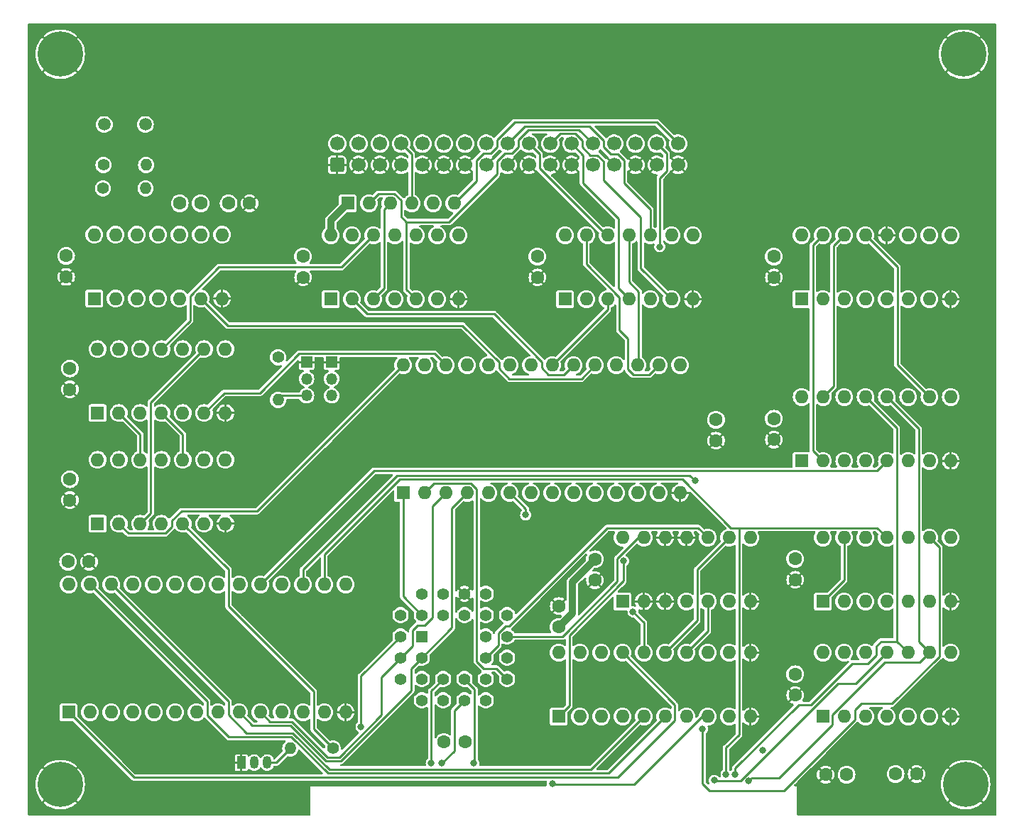
<source format=gbr>
G04 #@! TF.GenerationSoftware,KiCad,Pcbnew,(7.0.0-0)*
G04 #@! TF.CreationDate,2023-05-08T12:54:49+01:00*
G04 #@! TF.ProjectId,SFD700,53464437-3030-42e6-9b69-6361645f7063,rev?*
G04 #@! TF.SameCoordinates,Original*
G04 #@! TF.FileFunction,Copper,L2,Inr*
G04 #@! TF.FilePolarity,Positive*
%FSLAX46Y46*%
G04 Gerber Fmt 4.6, Leading zero omitted, Abs format (unit mm)*
G04 Created by KiCad (PCBNEW (7.0.0-0)) date 2023-05-08 12:54:49*
%MOMM*%
%LPD*%
G01*
G04 APERTURE LIST*
G04 Aperture macros list*
%AMRoundRect*
0 Rectangle with rounded corners*
0 $1 Rounding radius*
0 $2 $3 $4 $5 $6 $7 $8 $9 X,Y pos of 4 corners*
0 Add a 4 corners polygon primitive as box body*
4,1,4,$2,$3,$4,$5,$6,$7,$8,$9,$2,$3,0*
0 Add four circle primitives for the rounded corners*
1,1,$1+$1,$2,$3*
1,1,$1+$1,$4,$5*
1,1,$1+$1,$6,$7*
1,1,$1+$1,$8,$9*
0 Add four rect primitives between the rounded corners*
20,1,$1+$1,$2,$3,$4,$5,0*
20,1,$1+$1,$4,$5,$6,$7,0*
20,1,$1+$1,$6,$7,$8,$9,0*
20,1,$1+$1,$8,$9,$2,$3,0*%
G04 Aperture macros list end*
G04 #@! TA.AperFunction,ComponentPad*
%ADD10C,1.600000*%
G04 #@! TD*
G04 #@! TA.AperFunction,ComponentPad*
%ADD11RoundRect,0.250000X0.600000X-0.600000X0.600000X0.600000X-0.600000X0.600000X-0.600000X-0.600000X0*%
G04 #@! TD*
G04 #@! TA.AperFunction,ComponentPad*
%ADD12C,1.700000*%
G04 #@! TD*
G04 #@! TA.AperFunction,ComponentPad*
%ADD13C,1.400000*%
G04 #@! TD*
G04 #@! TA.AperFunction,ComponentPad*
%ADD14O,1.400000X1.400000*%
G04 #@! TD*
G04 #@! TA.AperFunction,ComponentPad*
%ADD15R,1.600000X1.600000*%
G04 #@! TD*
G04 #@! TA.AperFunction,ComponentPad*
%ADD16O,1.600000X1.600000*%
G04 #@! TD*
G04 #@! TA.AperFunction,ComponentPad*
%ADD17R,1.422400X1.422400*%
G04 #@! TD*
G04 #@! TA.AperFunction,ComponentPad*
%ADD18C,1.422400*%
G04 #@! TD*
G04 #@! TA.AperFunction,ComponentPad*
%ADD19C,1.500000*%
G04 #@! TD*
G04 #@! TA.AperFunction,ComponentPad*
%ADD20C,5.400000*%
G04 #@! TD*
G04 #@! TA.AperFunction,ComponentPad*
%ADD21R,1.350000X1.350000*%
G04 #@! TD*
G04 #@! TA.AperFunction,ComponentPad*
%ADD22O,1.350000X1.350000*%
G04 #@! TD*
G04 #@! TA.AperFunction,ComponentPad*
%ADD23R,1.050000X1.500000*%
G04 #@! TD*
G04 #@! TA.AperFunction,ComponentPad*
%ADD24O,1.050000X1.500000*%
G04 #@! TD*
G04 #@! TA.AperFunction,ViaPad*
%ADD25C,0.800000*%
G04 #@! TD*
G04 #@! TA.AperFunction,Conductor*
%ADD26C,0.250000*%
G04 #@! TD*
G04 #@! TA.AperFunction,Conductor*
%ADD27C,0.812800*%
G04 #@! TD*
G04 APERTURE END LIST*
D10*
X161036000Y-68072000D03*
X161036000Y-70572000D03*
X104847000Y-67996000D03*
X104847000Y-70496000D03*
X133096000Y-68072000D03*
X133096000Y-70572000D03*
X105300000Y-94628000D03*
X105300000Y-97128000D03*
X105300000Y-81420000D03*
X105300000Y-83920000D03*
X152400000Y-125984000D03*
X149900000Y-125984000D03*
X197906000Y-129876000D03*
X195406000Y-129876000D03*
X203748000Y-129794000D03*
X206248000Y-129794000D03*
X163576000Y-112268000D03*
X163576000Y-109768000D03*
D11*
X137160000Y-57150000D03*
D12*
X137160000Y-54610000D03*
X139700000Y-57150000D03*
X139700000Y-54610000D03*
X142240000Y-57150000D03*
X142240000Y-54610000D03*
X144780000Y-57150000D03*
X144780000Y-54610000D03*
X147320000Y-57150000D03*
X147320000Y-54610000D03*
X149860000Y-57150000D03*
X149860000Y-54610000D03*
X152400000Y-57150000D03*
X152400000Y-54610000D03*
X154940000Y-57150000D03*
X154940000Y-54610000D03*
X157480000Y-57150000D03*
X157480000Y-54610000D03*
X160020000Y-57150000D03*
X160020000Y-54610000D03*
X162560000Y-57150000D03*
X162560000Y-54610000D03*
X165100000Y-57150000D03*
X165100000Y-54610000D03*
X167640000Y-57150000D03*
X167640000Y-54610000D03*
X170180000Y-57150000D03*
X170180000Y-54610000D03*
X172720000Y-57150000D03*
X172720000Y-54610000D03*
X175260000Y-57150000D03*
X175260000Y-54610000D03*
X177800000Y-57150000D03*
X177800000Y-54610000D03*
D13*
X130114000Y-80098000D03*
D14*
X130113999Y-85177999D03*
D13*
X136652000Y-126746000D03*
D14*
X131571999Y-126745999D03*
D15*
X138429999Y-61721999D03*
D16*
X140969999Y-61721999D03*
X143509999Y-61721999D03*
X146049999Y-61721999D03*
X148589999Y-61721999D03*
X151129999Y-61721999D03*
D15*
X164337999Y-73151999D03*
D16*
X166877999Y-73151999D03*
X169417999Y-73151999D03*
X171957999Y-73151999D03*
X174497999Y-73151999D03*
X177037999Y-73151999D03*
X179577999Y-73151999D03*
X179577999Y-65531999D03*
X177037999Y-65531999D03*
X174497999Y-65531999D03*
X171957999Y-65531999D03*
X169417999Y-65531999D03*
X166877999Y-65531999D03*
X164337999Y-65531999D03*
D15*
X108201999Y-73085999D03*
D16*
X110741999Y-73085999D03*
X113281999Y-73085999D03*
X115821999Y-73085999D03*
X118361999Y-73085999D03*
X120901999Y-73085999D03*
X123441999Y-73085999D03*
X123441999Y-65465999D03*
X120901999Y-65465999D03*
X118361999Y-65465999D03*
X115821999Y-65465999D03*
X113281999Y-65465999D03*
X110741999Y-65465999D03*
X108201999Y-65465999D03*
D15*
X171190999Y-109209999D03*
D16*
X173730999Y-109209999D03*
X176270999Y-109209999D03*
X178810999Y-109209999D03*
X181350999Y-109209999D03*
X183890999Y-109209999D03*
X186430999Y-109209999D03*
X186430999Y-101589999D03*
X183890999Y-101589999D03*
X181350999Y-101589999D03*
X178810999Y-101589999D03*
X176270999Y-101589999D03*
X173730999Y-101589999D03*
X171190999Y-101589999D03*
D15*
X108601999Y-99941999D03*
D16*
X111141999Y-99941999D03*
X113681999Y-99941999D03*
X116221999Y-99941999D03*
X118761999Y-99941999D03*
X121301999Y-99941999D03*
X123841999Y-99941999D03*
X123841999Y-92321999D03*
X121301999Y-92321999D03*
X118761999Y-92321999D03*
X116221999Y-92321999D03*
X113681999Y-92321999D03*
X111141999Y-92321999D03*
X108601999Y-92321999D03*
D17*
X147259999Y-113393999D03*
D18*
X144720000Y-115934000D03*
X147260000Y-115934000D03*
X144720000Y-118474000D03*
X147260000Y-121014000D03*
X147260000Y-118474000D03*
X149800000Y-121014000D03*
X149800000Y-118474000D03*
X152340000Y-121014000D03*
X152340000Y-118474000D03*
X154880000Y-121014000D03*
X157420000Y-118474000D03*
X154880000Y-118474000D03*
X157420000Y-115934000D03*
X154880000Y-115934000D03*
X157420000Y-113394000D03*
X154880000Y-113394000D03*
X157420000Y-110854000D03*
X154880000Y-108314000D03*
X154880000Y-110854000D03*
X152340000Y-108314000D03*
X152340000Y-110854000D03*
X149800000Y-108314000D03*
X149800000Y-110854000D03*
X147260000Y-108314000D03*
X144720000Y-110854000D03*
X147260000Y-110854000D03*
X144720000Y-113394000D03*
D15*
X163575999Y-122935999D03*
D16*
X166115999Y-122935999D03*
X168655999Y-122935999D03*
X171195999Y-122935999D03*
X173735999Y-122935999D03*
X176275999Y-122935999D03*
X178815999Y-122935999D03*
X181355999Y-122935999D03*
X183895999Y-122935999D03*
X186435999Y-122935999D03*
X186435999Y-115315999D03*
X183895999Y-115315999D03*
X181355999Y-115315999D03*
X178815999Y-115315999D03*
X176275999Y-115315999D03*
X173735999Y-115315999D03*
X171195999Y-115315999D03*
X168655999Y-115315999D03*
X166115999Y-115315999D03*
X163575999Y-115315999D03*
D15*
X195071999Y-122935999D03*
D16*
X197611999Y-122935999D03*
X200151999Y-122935999D03*
X202691999Y-122935999D03*
X205231999Y-122935999D03*
X207771999Y-122935999D03*
X210311999Y-122935999D03*
X210311999Y-115315999D03*
X207771999Y-115315999D03*
X205231999Y-115315999D03*
X202691999Y-115315999D03*
X200151999Y-115315999D03*
X197611999Y-115315999D03*
X195071999Y-115315999D03*
D15*
X192531999Y-73151999D03*
D16*
X195071999Y-73151999D03*
X197611999Y-73151999D03*
X200151999Y-73151999D03*
X202691999Y-73151999D03*
X205231999Y-73151999D03*
X207771999Y-73151999D03*
X210311999Y-73151999D03*
X210311999Y-65531999D03*
X207771999Y-65531999D03*
X205231999Y-65531999D03*
X202691999Y-65531999D03*
X200151999Y-65531999D03*
X197611999Y-65531999D03*
X195071999Y-65531999D03*
X192531999Y-65531999D03*
D15*
X195071999Y-109219999D03*
D16*
X197611999Y-109219999D03*
X200151999Y-109219999D03*
X202691999Y-109219999D03*
X205231999Y-109219999D03*
X207771999Y-109219999D03*
X210311999Y-109219999D03*
X210311999Y-101599999D03*
X207771999Y-101599999D03*
X205231999Y-101599999D03*
X202691999Y-101599999D03*
X200151999Y-101599999D03*
X197611999Y-101599999D03*
X195071999Y-101599999D03*
D15*
X192546999Y-92445999D03*
D16*
X195086999Y-92445999D03*
X197626999Y-92445999D03*
X200166999Y-92445999D03*
X202706999Y-92445999D03*
X205246999Y-92445999D03*
X207786999Y-92445999D03*
X210326999Y-92445999D03*
X210326999Y-84825999D03*
X207786999Y-84825999D03*
X205246999Y-84825999D03*
X202706999Y-84825999D03*
X200166999Y-84825999D03*
X197626999Y-84825999D03*
X195086999Y-84825999D03*
X192546999Y-84825999D03*
D19*
X114300000Y-52328000D03*
X109400000Y-52328000D03*
D10*
X167894000Y-104180000D03*
X167894000Y-106680000D03*
D20*
X104140000Y-131064000D03*
D10*
X191770000Y-104140000D03*
X191770000Y-106640000D03*
X191770000Y-120396000D03*
X191770000Y-117896000D03*
D21*
X136513999Y-80667999D03*
D22*
X136513999Y-82667999D03*
X136513999Y-84667999D03*
D21*
X133513999Y-80667999D03*
D22*
X133513999Y-82667999D03*
X133513999Y-84667999D03*
D13*
X109300000Y-57150000D03*
D14*
X114379999Y-57149999D03*
D10*
X124226000Y-61722000D03*
X126726000Y-61722000D03*
X189230000Y-68072000D03*
X189230000Y-70572000D03*
D15*
X145033999Y-96265999D03*
D16*
X147573999Y-96265999D03*
X150113999Y-96265999D03*
X152653999Y-96265999D03*
X155193999Y-96265999D03*
X157733999Y-96265999D03*
X160273999Y-96265999D03*
X162813999Y-96265999D03*
X165353999Y-96265999D03*
X167893999Y-96265999D03*
X170433999Y-96265999D03*
X172973999Y-96265999D03*
X175513999Y-96265999D03*
X178053999Y-96265999D03*
X178053999Y-81025999D03*
X175513999Y-81025999D03*
X172973999Y-81025999D03*
X170433999Y-81025999D03*
X167893999Y-81025999D03*
X165353999Y-81025999D03*
X162813999Y-81025999D03*
X160273999Y-81025999D03*
X157733999Y-81025999D03*
X155193999Y-81025999D03*
X152653999Y-81025999D03*
X150113999Y-81025999D03*
X147573999Y-81025999D03*
X145033999Y-81025999D03*
D10*
X182334000Y-90036000D03*
X182334000Y-87536000D03*
D20*
X212090000Y-131064000D03*
D23*
X125729999Y-128445999D03*
D24*
X127253999Y-128445999D03*
X128828799Y-128445999D03*
D13*
X109240000Y-59944000D03*
D14*
X114319999Y-59943999D03*
D10*
X189230000Y-89916000D03*
X189230000Y-87416000D03*
X118404000Y-61722000D03*
X120904000Y-61722000D03*
D20*
X104140000Y-43942000D03*
X211836000Y-43942000D03*
D10*
X107586000Y-104487000D03*
X105086000Y-104487000D03*
D15*
X105155999Y-122427999D03*
D16*
X107695999Y-122427999D03*
X110235999Y-122427999D03*
X112775999Y-122427999D03*
X115315999Y-122427999D03*
X117855999Y-122427999D03*
X120395999Y-122427999D03*
X122935999Y-122427999D03*
X125475999Y-122427999D03*
X128015999Y-122427999D03*
X130555999Y-122427999D03*
X133095999Y-122427999D03*
X135635999Y-122427999D03*
X138175999Y-122427999D03*
X138175999Y-107187999D03*
X135635999Y-107187999D03*
X133095999Y-107187999D03*
X130555999Y-107187999D03*
X128015999Y-107187999D03*
X125475999Y-107187999D03*
X122935999Y-107187999D03*
X120395999Y-107187999D03*
X117855999Y-107187999D03*
X115315999Y-107187999D03*
X112775999Y-107187999D03*
X110235999Y-107187999D03*
X107695999Y-107187999D03*
X105155999Y-107187999D03*
D15*
X136397999Y-73151999D03*
D16*
X138937999Y-73151999D03*
X141477999Y-73151999D03*
X144017999Y-73151999D03*
X146557999Y-73151999D03*
X149097999Y-73151999D03*
X151637999Y-73151999D03*
X151637999Y-65531999D03*
X149097999Y-65531999D03*
X146557999Y-65531999D03*
X144017999Y-65531999D03*
X141477999Y-65531999D03*
X138937999Y-65531999D03*
X136397999Y-65531999D03*
D15*
X108601999Y-86733999D03*
D16*
X111141999Y-86733999D03*
X113681999Y-86733999D03*
X116221999Y-86733999D03*
X118761999Y-86733999D03*
X121301999Y-86733999D03*
X123841999Y-86733999D03*
X123841999Y-79113999D03*
X121301999Y-79113999D03*
X118761999Y-79113999D03*
X116221999Y-79113999D03*
X113681999Y-79113999D03*
X111141999Y-79113999D03*
X108601999Y-79113999D03*
D25*
X159639000Y-98894000D03*
X172436400Y-110458200D03*
X171302900Y-104386500D03*
X175623400Y-66897600D03*
X140000300Y-124144900D03*
X148381700Y-128521000D03*
X149646800Y-128521000D03*
X153478400Y-128521000D03*
X162814000Y-130943900D03*
X180742300Y-124427600D03*
X179855400Y-94824900D03*
X182118000Y-130556000D03*
X183519100Y-129860600D03*
X184613300Y-129832600D03*
X187889700Y-126925700D03*
X186238349Y-130642249D03*
D26*
X180742300Y-124427600D02*
X180742300Y-130937300D01*
X180742300Y-130937300D02*
X181584700Y-131779700D01*
X181584700Y-131779700D02*
X190402600Y-131779700D01*
X190402600Y-131779700D02*
X198882000Y-123300300D01*
X198882000Y-123300300D02*
X198882000Y-122174000D01*
X198882000Y-122174000D02*
X199645000Y-121411000D01*
X199645000Y-121411000D02*
X203324900Y-121411000D01*
X203324900Y-121411000D02*
X208948600Y-115787300D01*
X208948600Y-102776600D02*
X207772000Y-101600000D01*
X208948600Y-115787300D02*
X208948600Y-102776600D01*
X184613300Y-129832600D02*
X184613300Y-129122700D01*
X184613300Y-129122700D02*
X192175500Y-121560500D01*
X192175500Y-121560500D02*
X193635200Y-121560500D01*
X193635200Y-121560500D02*
X198579000Y-116616700D01*
X198579000Y-116616700D02*
X200444400Y-116616700D01*
X200444400Y-116616700D02*
X201422000Y-115639100D01*
X201422000Y-115639100D02*
X201422000Y-114554000D01*
X201422000Y-114554000D02*
X202002400Y-113973600D01*
X202002400Y-113973600D02*
X203889600Y-113973600D01*
X162814000Y-130943900D02*
X162934100Y-131064000D01*
X162934100Y-131064000D02*
X172579600Y-131064000D01*
X172579600Y-131064000D02*
X180707600Y-122936000D01*
X180707600Y-122936000D02*
X181356000Y-122936000D01*
X186605198Y-130275400D02*
X189819000Y-130275400D01*
X189819000Y-130275400D02*
X196197400Y-123897000D01*
X186238349Y-130642249D02*
X186605198Y-130275400D01*
X196197400Y-123897000D02*
X196197400Y-122735400D01*
X206639500Y-116448500D02*
X207772000Y-115316000D01*
X196197400Y-122735400D02*
X202484300Y-116448500D01*
X202484300Y-116448500D02*
X206639500Y-116448500D01*
X185270400Y-130585600D02*
X196866700Y-118989300D01*
X182147600Y-130585600D02*
X185270400Y-130585600D01*
X182118000Y-130556000D02*
X182147600Y-130585600D01*
X196866700Y-118989300D02*
X199018700Y-118989300D01*
X199018700Y-118989300D02*
X202692000Y-115316000D01*
X196342000Y-66802000D02*
X197612000Y-65532000D01*
X196342000Y-83571000D02*
X196342000Y-66802000D01*
X195087000Y-84826000D02*
X196342000Y-83571000D01*
X203962000Y-69342000D02*
X200152000Y-65532000D01*
X203962000Y-81001000D02*
X203962000Y-69342000D01*
X207787000Y-84826000D02*
X203962000Y-81001000D01*
X193881400Y-66722600D02*
X195072000Y-65532000D01*
X193881400Y-91240400D02*
X193881400Y-66722600D01*
X195087000Y-92446000D02*
X193881400Y-91240400D01*
X159639000Y-98171000D02*
X159639000Y-98894000D01*
X157734000Y-96266000D02*
X159639000Y-98171000D01*
X173736000Y-111757800D02*
X172436400Y-110458200D01*
X173736000Y-115316000D02*
X173736000Y-111757800D01*
X177412400Y-121532400D02*
X171196000Y-115316000D01*
X177412400Y-123397100D02*
X177412400Y-121532400D01*
X170590100Y-130219400D02*
X177412400Y-123397100D01*
X112947400Y-130219400D02*
X170590100Y-130219400D01*
X105156000Y-122428000D02*
X112947400Y-130219400D01*
X145034000Y-108628000D02*
X147260000Y-110854000D01*
X145034000Y-96266000D02*
X145034000Y-108628000D01*
X197612000Y-106680000D02*
X197612000Y-101600000D01*
X195072000Y-109220000D02*
X197612000Y-106680000D01*
X148754900Y-79666900D02*
X150114000Y-81026000D01*
X132616500Y-79666900D02*
X148754900Y-79666900D01*
X127944800Y-84338600D02*
X132616500Y-79666900D01*
X123697400Y-84338600D02*
X127944800Y-84338600D01*
X121302000Y-86734000D02*
X123697400Y-84338600D01*
X113682000Y-89274000D02*
X113682000Y-92322000D01*
X111142000Y-86734000D02*
X113682000Y-89274000D01*
X118762000Y-89274000D02*
X118762000Y-92322000D01*
X116222000Y-86734000D02*
X118762000Y-89274000D01*
X114952000Y-98672000D02*
X113682000Y-99942000D01*
X114952000Y-85464000D02*
X114952000Y-98672000D01*
X121302000Y-79114000D02*
X114952000Y-85464000D01*
X164846000Y-121666000D02*
X163576000Y-122936000D01*
X164846000Y-113226500D02*
X164846000Y-121666000D01*
X171302900Y-106769600D02*
X164846000Y-113226500D01*
X171302900Y-104386500D02*
X171302900Y-106769600D01*
X112288800Y-101088800D02*
X111142000Y-99942000D01*
X116675600Y-101088800D02*
X112288800Y-101088800D01*
X117492000Y-100272400D02*
X116675600Y-101088800D01*
X117492000Y-99555300D02*
X117492000Y-100272400D01*
X118603600Y-98443700D02*
X117492000Y-99555300D01*
X127616300Y-98443700D02*
X118603600Y-98443700D01*
X145034000Y-81026000D02*
X127616300Y-98443700D01*
X164041600Y-113394000D02*
X157420000Y-113394000D01*
X170577600Y-106858000D02*
X164041600Y-113394000D01*
X170577600Y-104086100D02*
X170577600Y-106858000D01*
X173073700Y-101590000D02*
X170577600Y-104086100D01*
X173731000Y-101590000D02*
X173073700Y-101590000D01*
X180217700Y-100456700D02*
X181351000Y-101590000D01*
X169313600Y-100456700D02*
X180217700Y-100456700D01*
X157646300Y-112124000D02*
X169313600Y-100456700D01*
X157219200Y-112124000D02*
X157646300Y-112124000D01*
X156375100Y-112968100D02*
X157219200Y-112124000D01*
X156375100Y-114438900D02*
X156375100Y-112968100D01*
X154880000Y-115934000D02*
X156375100Y-114438900D01*
X180081000Y-105400000D02*
X183891000Y-101590000D01*
X180081000Y-111511000D02*
X180081000Y-105400000D01*
X176276000Y-115316000D02*
X180081000Y-111511000D01*
X181351000Y-112781000D02*
X178816000Y-115316000D01*
X181351000Y-109210000D02*
X181351000Y-112781000D01*
X137668000Y-69342000D02*
X141478000Y-65532000D01*
X123051600Y-69342000D02*
X137668000Y-69342000D01*
X119632000Y-72761600D02*
X123051600Y-69342000D01*
X119632000Y-75704000D02*
X119632000Y-72761600D01*
X116222000Y-79114000D02*
X119632000Y-75704000D01*
X140722100Y-74936100D02*
X138938000Y-73152000D01*
X155854300Y-74936100D02*
X140722100Y-74936100D01*
X161544000Y-80625800D02*
X155854300Y-74936100D01*
X161544000Y-81350900D02*
X161544000Y-80625800D01*
X162358400Y-82165300D02*
X161544000Y-81350900D01*
X164214700Y-82165300D02*
X162358400Y-82165300D01*
X165354000Y-81026000D02*
X164214700Y-82165300D01*
X124116000Y-76300000D02*
X120902000Y-73086000D01*
X152104900Y-76300000D02*
X124116000Y-76300000D01*
X156464000Y-80659100D02*
X152104900Y-76300000D01*
X156464000Y-81417700D02*
X156464000Y-80659100D01*
X157692200Y-82645900D02*
X156464000Y-81417700D01*
X166274100Y-82645900D02*
X157692200Y-82645900D01*
X167894000Y-81026000D02*
X166274100Y-82645900D01*
X166878000Y-68980100D02*
X166878000Y-65532000D01*
X170832600Y-72934700D02*
X166878000Y-68980100D01*
X170832600Y-76856800D02*
X170832600Y-72934700D01*
X171848600Y-77872800D02*
X170832600Y-76856800D01*
X171848600Y-81522500D02*
X171848600Y-77872800D01*
X172497100Y-82171000D02*
X171848600Y-81522500D01*
X174369000Y-82171000D02*
X172497100Y-82171000D01*
X175514000Y-81026000D02*
X174369000Y-82171000D01*
X171958000Y-71087300D02*
X171958000Y-65532000D01*
X173101000Y-72230300D02*
X171958000Y-71087300D01*
X173101000Y-80899000D02*
X173101000Y-72230300D01*
X172974000Y-81026000D02*
X173101000Y-80899000D01*
X169418000Y-74422000D02*
X169418000Y-73152000D01*
X162814000Y-81026000D02*
X169418000Y-74422000D01*
X134366000Y-124460000D02*
X136652000Y-126746000D01*
X134366000Y-119968200D02*
X134366000Y-124460000D01*
X124206000Y-109808200D02*
X134366000Y-119968200D01*
X124206000Y-105386000D02*
X124206000Y-109808200D01*
X118762000Y-99942000D02*
X124206000Y-105386000D01*
X129872000Y-128446000D02*
X131572000Y-126746000D01*
X128828800Y-128446000D02*
X129872000Y-128446000D01*
X130624000Y-84668000D02*
X130114000Y-85178000D01*
X133514000Y-84668000D02*
X130624000Y-84668000D01*
X153764600Y-59087400D02*
X151130000Y-61722000D01*
X153764600Y-56624400D02*
X153764600Y-59087400D01*
X154603600Y-55785400D02*
X153764600Y-56624400D01*
X155465600Y-55785400D02*
X154603600Y-55785400D01*
X156210000Y-55041000D02*
X155465600Y-55785400D01*
X156210000Y-54169000D02*
X156210000Y-55041000D01*
X158308600Y-52070400D02*
X156210000Y-54169000D01*
X175260400Y-52070400D02*
X158308600Y-52070400D01*
X177800000Y-54610000D02*
X175260400Y-52070400D01*
X175623400Y-58686800D02*
X175623400Y-66897600D01*
X176445700Y-57864500D02*
X175623400Y-58686800D01*
X176445700Y-55795700D02*
X176445700Y-57864500D01*
X175260000Y-54610000D02*
X176445700Y-55795700D01*
X142748000Y-62484000D02*
X143510000Y-61722000D01*
X142748000Y-71882000D02*
X142748000Y-62484000D01*
X141478000Y-73152000D02*
X142748000Y-71882000D01*
X145408600Y-72002600D02*
X145408600Y-63961700D01*
X146558000Y-73152000D02*
X145408600Y-72002600D01*
X144780000Y-63333100D02*
X145408600Y-63961700D01*
X144780000Y-61379200D02*
X144780000Y-63333100D01*
X143996600Y-60595800D02*
X144780000Y-61379200D01*
X142096200Y-60595800D02*
X143996600Y-60595800D01*
X140970000Y-61722000D02*
X142096200Y-60595800D01*
X166005400Y-52975400D02*
X167640000Y-54610000D01*
X159932000Y-52975400D02*
X166005400Y-52975400D01*
X158750000Y-54157400D02*
X159932000Y-52975400D01*
X158750000Y-55041000D02*
X158750000Y-54157400D01*
X158005600Y-55785400D02*
X158750000Y-55041000D01*
X157152700Y-55785400D02*
X158005600Y-55785400D01*
X156227900Y-56710200D02*
X157152700Y-55785400D01*
X156227900Y-58230500D02*
X156227900Y-56710200D01*
X150496700Y-63961700D02*
X156227900Y-58230500D01*
X145408600Y-63961700D02*
X150496700Y-63961700D01*
X166464600Y-55974600D02*
X165100000Y-54610000D01*
X166464600Y-59316900D02*
X166464600Y-55974600D01*
X170688000Y-63540300D02*
X166464600Y-59316900D01*
X170688000Y-71882000D02*
X170688000Y-63540300D01*
X171958000Y-73152000D02*
X170688000Y-71882000D01*
X173347700Y-69461700D02*
X177038000Y-73152000D01*
X173347700Y-63394600D02*
X173347700Y-69461700D01*
X168910000Y-58956900D02*
X173347700Y-63394600D01*
X168910000Y-56719000D02*
X168910000Y-58956900D01*
X168165600Y-55974600D02*
X168910000Y-56719000D01*
X167325200Y-55974600D02*
X168165600Y-55974600D01*
X166370000Y-55019400D02*
X167325200Y-55974600D01*
X166370000Y-54208900D02*
X166370000Y-55019400D01*
X165586800Y-53425700D02*
X166370000Y-54208900D01*
X163744300Y-53425700D02*
X165586800Y-53425700D01*
X162560000Y-54610000D02*
X163744300Y-53425700D01*
X161290000Y-55880000D02*
X160020000Y-54610000D01*
X161290000Y-57556800D02*
X161290000Y-55880000D01*
X169265200Y-65532000D02*
X161290000Y-57556800D01*
X169418000Y-65532000D02*
X169265200Y-65532000D01*
X159569200Y-52520800D02*
X157480000Y-54610000D01*
X167221400Y-52520800D02*
X159569200Y-52520800D01*
X168910000Y-54209400D02*
X167221400Y-52520800D01*
X168910000Y-55032000D02*
X168910000Y-54209400D01*
X169740100Y-55862100D02*
X168910000Y-55032000D01*
X170593100Y-55862100D02*
X169740100Y-55862100D01*
X171355400Y-56624400D02*
X170593100Y-55862100D01*
X171355400Y-59331800D02*
X171355400Y-56624400D01*
X174498000Y-62474400D02*
X171355400Y-59331800D01*
X174498000Y-65532000D02*
X174498000Y-62474400D01*
X146050000Y-55880000D02*
X144780000Y-54610000D01*
X146050000Y-61722000D02*
X146050000Y-55880000D01*
X148530000Y-97850000D02*
X150114000Y-96266000D01*
X148530000Y-111143100D02*
X148530000Y-97850000D01*
X147623200Y-112049900D02*
X148530000Y-111143100D01*
X146716200Y-112049900D02*
X147623200Y-112049900D01*
X146149300Y-112616800D02*
X146716200Y-112049900D01*
X146149300Y-114504700D02*
X146149300Y-112616800D01*
X144720000Y-115934000D02*
X146149300Y-114504700D01*
X142439700Y-118214300D02*
X144720000Y-115934000D01*
X142439700Y-122754300D02*
X142439700Y-118214300D01*
X137413000Y-127781000D02*
X142439700Y-122754300D01*
X136019800Y-127781000D02*
X137413000Y-127781000D01*
X131804900Y-123566100D02*
X136019800Y-127781000D01*
X129154100Y-123566100D02*
X131804900Y-123566100D01*
X128016000Y-122428000D02*
X129154100Y-123566100D01*
X150836600Y-112357400D02*
X147260000Y-115934000D01*
X150836600Y-98083400D02*
X150836600Y-112357400D01*
X152654000Y-96266000D02*
X150836600Y-98083400D01*
X145990000Y-117204000D02*
X147260000Y-115934000D01*
X145990000Y-119840900D02*
X145990000Y-117204000D01*
X137586700Y-128244200D02*
X145990000Y-119840900D01*
X135846100Y-128244200D02*
X137586700Y-128244200D01*
X131618400Y-124016500D02*
X135846100Y-128244200D01*
X127064500Y-124016500D02*
X131618400Y-124016500D01*
X125476000Y-122428000D02*
X127064500Y-124016500D01*
X140000300Y-118113700D02*
X140000300Y-124144900D01*
X144720000Y-113394000D02*
X140000300Y-118113700D01*
X148381700Y-119892300D02*
X148381700Y-128521000D01*
X149800000Y-118474000D02*
X148381700Y-119892300D01*
X151150000Y-127017800D02*
X149646800Y-128521000D01*
X151150000Y-122204000D02*
X151150000Y-127017800D01*
X152340000Y-121014000D02*
X151150000Y-122204000D01*
X153534700Y-128464700D02*
X153478400Y-128521000D01*
X153534700Y-119668700D02*
X153534700Y-128464700D01*
X152340000Y-118474000D02*
X153534700Y-119668700D01*
X156150000Y-117204000D02*
X157420000Y-118474000D01*
X154641900Y-117204000D02*
X156150000Y-117204000D01*
X153784900Y-116347000D02*
X154641900Y-117204000D01*
X153784900Y-95793500D02*
X153784900Y-116347000D01*
X153105700Y-95114300D02*
X153784900Y-95793500D01*
X148725700Y-95114300D02*
X153105700Y-95114300D01*
X147574000Y-96266000D02*
X148725700Y-95114300D01*
X124206000Y-121158000D02*
X110236000Y-107188000D01*
X124206000Y-122757100D02*
X124206000Y-121158000D01*
X126366000Y-124917100D02*
X124206000Y-122757100D01*
X131882100Y-124917100D02*
X126366000Y-124917100D01*
X136211500Y-129246500D02*
X131882100Y-124917100D01*
X167425500Y-129246500D02*
X136211500Y-129246500D01*
X173736000Y-122936000D02*
X167425500Y-129246500D01*
X169495900Y-129716100D02*
X176276000Y-122936000D01*
X136044200Y-129716100D02*
X169495900Y-129716100D01*
X131712800Y-125384700D02*
X136044200Y-129716100D01*
X124217100Y-125384700D02*
X131712800Y-125384700D01*
X121666000Y-122833600D02*
X124217100Y-125384700D01*
X121666000Y-121158000D02*
X121666000Y-122833600D01*
X107696000Y-107188000D02*
X121666000Y-121158000D01*
X141590900Y-93613100D02*
X128016000Y-107188000D01*
X201539900Y-93613100D02*
X141590900Y-93613100D01*
X202707000Y-92446000D02*
X201539900Y-93613100D01*
X133096000Y-105411300D02*
X133096000Y-107188000D01*
X144331200Y-94176100D02*
X133096000Y-105411300D01*
X179206600Y-94176100D02*
X144331200Y-94176100D01*
X179855400Y-94824900D02*
X179206600Y-94176100D01*
X201525600Y-100433600D02*
X202692000Y-101600000D01*
X185074500Y-100433600D02*
X201525600Y-100433600D01*
X185074500Y-125101800D02*
X185074500Y-100433600D01*
X183519100Y-126657200D02*
X185074500Y-125101800D01*
X183519100Y-129860600D02*
X183519100Y-126657200D01*
X135636000Y-103593700D02*
X135636000Y-107188000D01*
X144592900Y-94636800D02*
X135636000Y-103593700D01*
X178316600Y-94636800D02*
X144592900Y-94636800D01*
X184113400Y-100433600D02*
X178316600Y-94636800D01*
X185074500Y-100433600D02*
X184113400Y-100433600D01*
X203889600Y-88548600D02*
X203889600Y-113973600D01*
X200167000Y-84826000D02*
X203889600Y-88548600D01*
X203889600Y-113973600D02*
X205232000Y-115316000D01*
X206502000Y-114046000D02*
X207772000Y-115316000D01*
X206502000Y-88621000D02*
X206502000Y-114046000D01*
X202707000Y-84826000D02*
X206502000Y-88621000D01*
D27*
X136398000Y-63754000D02*
X138430000Y-61722000D01*
X136398000Y-65532000D02*
X136398000Y-63754000D01*
X165199100Y-110644900D02*
X163576000Y-112268000D01*
X165199100Y-106874900D02*
X165199100Y-110644900D01*
X167894000Y-104180000D02*
X165199100Y-106874900D01*
G04 #@! TA.AperFunction,Conductor*
G36*
X159134677Y-55301429D02*
G01*
X159189027Y-55342401D01*
X159196806Y-55352702D01*
X159196811Y-55352707D01*
X159200268Y-55357285D01*
X159204504Y-55361146D01*
X159204508Y-55361151D01*
X159299716Y-55447944D01*
X159351538Y-55495186D01*
X159356405Y-55498199D01*
X159356407Y-55498201D01*
X159373393Y-55508718D01*
X159525573Y-55602944D01*
X159716444Y-55676888D01*
X159917653Y-55714500D01*
X160116618Y-55714500D01*
X160122347Y-55714500D01*
X160323556Y-55676888D01*
X160411574Y-55642789D01*
X160458269Y-55634432D01*
X160504694Y-55644224D01*
X160544042Y-55670736D01*
X160874181Y-56000875D01*
X160901061Y-56041103D01*
X160910500Y-56088556D01*
X160910500Y-56192485D01*
X160897500Y-56247757D01*
X160861226Y-56291439D01*
X160809284Y-56314374D01*
X160752565Y-56311751D01*
X160702961Y-56284121D01*
X160689973Y-56272280D01*
X160680868Y-56265404D01*
X160517284Y-56164117D01*
X160507071Y-56159031D01*
X160327666Y-56089530D01*
X160316681Y-56086405D01*
X160127559Y-56051052D01*
X160116201Y-56050000D01*
X159923799Y-56050000D01*
X159912440Y-56051052D01*
X159723318Y-56086405D01*
X159712333Y-56089530D01*
X159532928Y-56159031D01*
X159522715Y-56164117D01*
X159359134Y-56265403D01*
X159350025Y-56272282D01*
X159346251Y-56275722D01*
X159339040Y-56287169D01*
X159345715Y-56298938D01*
X160868831Y-57822054D01*
X160882044Y-57829281D01*
X160931478Y-57808283D01*
X160989650Y-57812545D01*
X161039438Y-57842932D01*
X168359492Y-65162986D01*
X168392094Y-65220536D01*
X168390473Y-65286659D01*
X168380526Y-65319450D01*
X168380523Y-65319460D01*
X168378758Y-65325282D01*
X168378161Y-65331338D01*
X168378160Y-65331346D01*
X168371049Y-65403549D01*
X168358398Y-65532000D01*
X168358995Y-65538061D01*
X168378160Y-65732653D01*
X168378161Y-65732659D01*
X168378758Y-65738718D01*
X168380525Y-65744543D01*
X168380526Y-65744548D01*
X168406900Y-65831490D01*
X168439055Y-65937492D01*
X168441924Y-65942860D01*
X168441926Y-65942864D01*
X168534098Y-66115305D01*
X168536973Y-66120683D01*
X168540839Y-66125394D01*
X168540840Y-66125395D01*
X168627653Y-66231178D01*
X168668748Y-66281252D01*
X168829317Y-66413027D01*
X169012508Y-66510945D01*
X169211282Y-66571242D01*
X169418000Y-66591602D01*
X169624718Y-66571242D01*
X169823492Y-66510945D01*
X170006683Y-66413027D01*
X170105836Y-66331654D01*
X170169321Y-66304441D01*
X170237517Y-66315413D01*
X170289262Y-66361168D01*
X170308500Y-66427508D01*
X170308500Y-71574544D01*
X170294985Y-71630839D01*
X170257385Y-71674862D01*
X170203898Y-71697017D01*
X170146182Y-71692475D01*
X170096819Y-71662225D01*
X167293819Y-68859225D01*
X167266939Y-68818997D01*
X167257500Y-68771544D01*
X167257500Y-66599160D01*
X167275142Y-66535411D01*
X167323046Y-66489802D01*
X167466683Y-66413027D01*
X167627252Y-66281252D01*
X167759027Y-66120683D01*
X167856945Y-65937492D01*
X167917242Y-65738718D01*
X167937602Y-65532000D01*
X167917242Y-65325282D01*
X167856945Y-65126508D01*
X167759027Y-64943317D01*
X167627252Y-64782748D01*
X167565835Y-64732345D01*
X167471395Y-64654840D01*
X167471394Y-64654839D01*
X167466683Y-64650973D01*
X167461307Y-64648099D01*
X167461305Y-64648098D01*
X167288864Y-64555926D01*
X167288860Y-64555924D01*
X167283492Y-64553055D01*
X167277664Y-64551287D01*
X167090548Y-64494526D01*
X167090543Y-64494525D01*
X167084718Y-64492758D01*
X167078659Y-64492161D01*
X167078653Y-64492160D01*
X166884061Y-64472995D01*
X166878000Y-64472398D01*
X166871939Y-64472995D01*
X166677346Y-64492160D01*
X166677338Y-64492161D01*
X166671282Y-64492758D01*
X166665458Y-64494524D01*
X166665451Y-64494526D01*
X166478335Y-64551287D01*
X166478331Y-64551288D01*
X166472508Y-64553055D01*
X166467142Y-64555922D01*
X166467135Y-64555926D01*
X166294694Y-64648098D01*
X166294687Y-64648102D01*
X166289317Y-64650973D01*
X166284609Y-64654836D01*
X166284604Y-64654840D01*
X166133454Y-64778885D01*
X166133448Y-64778890D01*
X166128748Y-64782748D01*
X166124890Y-64787448D01*
X166124885Y-64787454D01*
X166000840Y-64938604D01*
X166000836Y-64938609D01*
X165996973Y-64943317D01*
X165994102Y-64948687D01*
X165994098Y-64948694D01*
X165901926Y-65121135D01*
X165901922Y-65121142D01*
X165899055Y-65126508D01*
X165897288Y-65132331D01*
X165897287Y-65132335D01*
X165840526Y-65319451D01*
X165840524Y-65319458D01*
X165838758Y-65325282D01*
X165838161Y-65331338D01*
X165838160Y-65331346D01*
X165831049Y-65403549D01*
X165818398Y-65532000D01*
X165818995Y-65538061D01*
X165838160Y-65732653D01*
X165838161Y-65732659D01*
X165838758Y-65738718D01*
X165840525Y-65744543D01*
X165840526Y-65744548D01*
X165866900Y-65831490D01*
X165899055Y-65937492D01*
X165901924Y-65942860D01*
X165901926Y-65942864D01*
X165994098Y-66115305D01*
X165996973Y-66120683D01*
X166000839Y-66125394D01*
X166000840Y-66125395D01*
X166087653Y-66231178D01*
X166128748Y-66281252D01*
X166289317Y-66413027D01*
X166294689Y-66415898D01*
X166294693Y-66415901D01*
X166328382Y-66433908D01*
X166432953Y-66489802D01*
X166480858Y-66535411D01*
X166498500Y-66599160D01*
X166498500Y-68927879D01*
X166495861Y-68953325D01*
X166493581Y-68964200D01*
X166494851Y-68974389D01*
X166494851Y-68974394D01*
X166497548Y-68996024D01*
X166497876Y-69001319D01*
X166498077Y-69001303D01*
X166498500Y-69006409D01*
X166498500Y-69011543D01*
X166499344Y-69016606D01*
X166499345Y-69016608D01*
X166501959Y-69032273D01*
X166502698Y-69037342D01*
X166507977Y-69079694D01*
X166507978Y-69079698D01*
X166509248Y-69089883D01*
X166512777Y-69097103D01*
X166514100Y-69105027D01*
X166539279Y-69151554D01*
X166541621Y-69156104D01*
X166564874Y-69203668D01*
X166570558Y-69209352D01*
X166574381Y-69216416D01*
X166581938Y-69223372D01*
X166581939Y-69223374D01*
X166613297Y-69252241D01*
X166616995Y-69255789D01*
X169266849Y-71905643D01*
X169299450Y-71963187D01*
X169297833Y-72029304D01*
X169262459Y-72085186D01*
X169210808Y-72111198D01*
X169211282Y-72112758D01*
X169018335Y-72171287D01*
X169018331Y-72171288D01*
X169012508Y-72173055D01*
X169007142Y-72175922D01*
X169007135Y-72175926D01*
X168834694Y-72268098D01*
X168834687Y-72268102D01*
X168829317Y-72270973D01*
X168824609Y-72274836D01*
X168824604Y-72274840D01*
X168673454Y-72398885D01*
X168673448Y-72398890D01*
X168668748Y-72402748D01*
X168664890Y-72407448D01*
X168664885Y-72407454D01*
X168540840Y-72558604D01*
X168540836Y-72558609D01*
X168536973Y-72563317D01*
X168534102Y-72568687D01*
X168534098Y-72568694D01*
X168441926Y-72741135D01*
X168441922Y-72741142D01*
X168439055Y-72746508D01*
X168437288Y-72752331D01*
X168437287Y-72752335D01*
X168380526Y-72939451D01*
X168380524Y-72939458D01*
X168378758Y-72945282D01*
X168378161Y-72951338D01*
X168378160Y-72951346D01*
X168371049Y-73023549D01*
X168358398Y-73152000D01*
X168358995Y-73158061D01*
X168378160Y-73352653D01*
X168378161Y-73352659D01*
X168378758Y-73358718D01*
X168380525Y-73364543D01*
X168380526Y-73364548D01*
X168436762Y-73549934D01*
X168439055Y-73557492D01*
X168441924Y-73562860D01*
X168441926Y-73562864D01*
X168534098Y-73735305D01*
X168536973Y-73740683D01*
X168540839Y-73745394D01*
X168540840Y-73745395D01*
X168642618Y-73869413D01*
X168668748Y-73901252D01*
X168829317Y-74033027D01*
X168969228Y-74107811D01*
X169012155Y-74145769D01*
X169033432Y-74198975D01*
X169028515Y-74256066D01*
X168998455Y-74304850D01*
X163300249Y-80003055D01*
X163242698Y-80035658D01*
X163176573Y-80034035D01*
X163026548Y-79988526D01*
X163026543Y-79988525D01*
X163020718Y-79986758D01*
X163014659Y-79986161D01*
X163014653Y-79986160D01*
X162820061Y-79966995D01*
X162814000Y-79966398D01*
X162807939Y-79966995D01*
X162613346Y-79986160D01*
X162613338Y-79986161D01*
X162607282Y-79986758D01*
X162601458Y-79988524D01*
X162601451Y-79988526D01*
X162414335Y-80045287D01*
X162414331Y-80045288D01*
X162408508Y-80047055D01*
X162403142Y-80049922D01*
X162403135Y-80049926D01*
X162230694Y-80142098D01*
X162230687Y-80142102D01*
X162225317Y-80144973D01*
X162220609Y-80148836D01*
X162220604Y-80148840D01*
X162069454Y-80272885D01*
X162069448Y-80272890D01*
X162064748Y-80276748D01*
X162060890Y-80281448D01*
X162060885Y-80281454D01*
X162001869Y-80353366D01*
X161947488Y-80391560D01*
X161881197Y-80396192D01*
X161822035Y-80365932D01*
X161808676Y-80353634D01*
X161805003Y-80350109D01*
X156159571Y-74704677D01*
X156143442Y-74684815D01*
X156142989Y-74684121D01*
X156142987Y-74684119D01*
X156137368Y-74675518D01*
X156112056Y-74655817D01*
X156108080Y-74652305D01*
X156107951Y-74652459D01*
X156104041Y-74649147D01*
X156100413Y-74645519D01*
X156083267Y-74633276D01*
X156079180Y-74630228D01*
X156045528Y-74604036D01*
X156045526Y-74604035D01*
X156037419Y-74597725D01*
X156029817Y-74595115D01*
X156023279Y-74590447D01*
X156013441Y-74587518D01*
X156013437Y-74587516D01*
X155972566Y-74575349D01*
X155967685Y-74573785D01*
X155927343Y-74559935D01*
X155927339Y-74559934D01*
X155917627Y-74556600D01*
X155909589Y-74556600D01*
X155901890Y-74554308D01*
X155891624Y-74554732D01*
X155891620Y-74554732D01*
X155849038Y-74556494D01*
X155843914Y-74556600D01*
X140930656Y-74556600D01*
X140883203Y-74547161D01*
X140842975Y-74520281D01*
X139960943Y-73638249D01*
X139928340Y-73580697D01*
X139929963Y-73514573D01*
X139977242Y-73358718D01*
X139997602Y-73152000D01*
X139977242Y-72945282D01*
X139916945Y-72746508D01*
X139819027Y-72563317D01*
X139687252Y-72402748D01*
X139663253Y-72383053D01*
X139531395Y-72274840D01*
X139531394Y-72274839D01*
X139526683Y-72270973D01*
X139521307Y-72268099D01*
X139521305Y-72268098D01*
X139348864Y-72175926D01*
X139348860Y-72175924D01*
X139343492Y-72173055D01*
X139337664Y-72171287D01*
X139150548Y-72114526D01*
X139150543Y-72114525D01*
X139144718Y-72112758D01*
X139138659Y-72112161D01*
X139138653Y-72112160D01*
X138944061Y-72092995D01*
X138938000Y-72092398D01*
X138931939Y-72092995D01*
X138737346Y-72112160D01*
X138737338Y-72112161D01*
X138731282Y-72112758D01*
X138725458Y-72114524D01*
X138725451Y-72114526D01*
X138538335Y-72171287D01*
X138538331Y-72171288D01*
X138532508Y-72173055D01*
X138527142Y-72175922D01*
X138527135Y-72175926D01*
X138354694Y-72268098D01*
X138354687Y-72268102D01*
X138349317Y-72270973D01*
X138344609Y-72274836D01*
X138344604Y-72274840D01*
X138193454Y-72398885D01*
X138193448Y-72398890D01*
X138188748Y-72402748D01*
X138184890Y-72407448D01*
X138184885Y-72407454D01*
X138060840Y-72558604D01*
X138060836Y-72558609D01*
X138056973Y-72563317D01*
X138054102Y-72568687D01*
X138054098Y-72568694D01*
X137961926Y-72741135D01*
X137961922Y-72741142D01*
X137959055Y-72746508D01*
X137957288Y-72752331D01*
X137957287Y-72752335D01*
X137900526Y-72939451D01*
X137900524Y-72939458D01*
X137898758Y-72945282D01*
X137898161Y-72951338D01*
X137898160Y-72951346D01*
X137891049Y-73023549D01*
X137878398Y-73152000D01*
X137878995Y-73158061D01*
X137898160Y-73352653D01*
X137898161Y-73352659D01*
X137898758Y-73358718D01*
X137900525Y-73364543D01*
X137900526Y-73364548D01*
X137956762Y-73549934D01*
X137959055Y-73557492D01*
X137961924Y-73562860D01*
X137961926Y-73562864D01*
X138054098Y-73735305D01*
X138056973Y-73740683D01*
X138060839Y-73745394D01*
X138060840Y-73745395D01*
X138162618Y-73869413D01*
X138188748Y-73901252D01*
X138349317Y-74033027D01*
X138532508Y-74130945D01*
X138731282Y-74191242D01*
X138938000Y-74211602D01*
X139144718Y-74191242D01*
X139150550Y-74189472D01*
X139150554Y-74189472D01*
X139205824Y-74172705D01*
X139300573Y-74143963D01*
X139366697Y-74142340D01*
X139424249Y-74174943D01*
X140416828Y-75167522D01*
X140432953Y-75187378D01*
X140439032Y-75196682D01*
X140447137Y-75202990D01*
X140464339Y-75216379D01*
X140468319Y-75219894D01*
X140468449Y-75219741D01*
X140472358Y-75223052D01*
X140475986Y-75226680D01*
X140480154Y-75229655D01*
X140480159Y-75229660D01*
X140493113Y-75238908D01*
X140497192Y-75241948D01*
X140538981Y-75274475D01*
X140546580Y-75277084D01*
X140553120Y-75281753D01*
X140603833Y-75296849D01*
X140608697Y-75298408D01*
X140658773Y-75315600D01*
X140666813Y-75315600D01*
X140674509Y-75317891D01*
X140727347Y-75315706D01*
X140732471Y-75315600D01*
X155645744Y-75315600D01*
X155693197Y-75325039D01*
X155733425Y-75351919D01*
X160155891Y-79774385D01*
X160189197Y-79834896D01*
X160184962Y-79903838D01*
X160144502Y-79959819D01*
X160080369Y-79985468D01*
X160073354Y-79986159D01*
X160073344Y-79986160D01*
X160067282Y-79986758D01*
X160061458Y-79988524D01*
X160061451Y-79988526D01*
X159874335Y-80045287D01*
X159874331Y-80045288D01*
X159868508Y-80047055D01*
X159863142Y-80049922D01*
X159863135Y-80049926D01*
X159690694Y-80142098D01*
X159690687Y-80142102D01*
X159685317Y-80144973D01*
X159680609Y-80148836D01*
X159680604Y-80148840D01*
X159529454Y-80272885D01*
X159529448Y-80272890D01*
X159524748Y-80276748D01*
X159520890Y-80281448D01*
X159520885Y-80281454D01*
X159396840Y-80432604D01*
X159396836Y-80432609D01*
X159392973Y-80437317D01*
X159390102Y-80442687D01*
X159390098Y-80442694D01*
X159297926Y-80615135D01*
X159297922Y-80615142D01*
X159295055Y-80620508D01*
X159293288Y-80626331D01*
X159293287Y-80626335D01*
X159236526Y-80813451D01*
X159236524Y-80813458D01*
X159234758Y-80819282D01*
X159234161Y-80825338D01*
X159234160Y-80825346D01*
X159220737Y-80961641D01*
X159214398Y-81026000D01*
X159214995Y-81032061D01*
X159234160Y-81226653D01*
X159234161Y-81226659D01*
X159234758Y-81232718D01*
X159236525Y-81238543D01*
X159236526Y-81238548D01*
X159248096Y-81276689D01*
X159295055Y-81431492D01*
X159297924Y-81436860D01*
X159297926Y-81436864D01*
X159389960Y-81609047D01*
X159392973Y-81614683D01*
X159396839Y-81619394D01*
X159396840Y-81619395D01*
X159494586Y-81738500D01*
X159524748Y-81775252D01*
X159685317Y-81907027D01*
X159868508Y-82004945D01*
X159930464Y-82023739D01*
X159988759Y-82061868D01*
X160017300Y-82125410D01*
X160007079Y-82194314D01*
X159961322Y-82246835D01*
X159894469Y-82266400D01*
X158113531Y-82266400D01*
X158046678Y-82246835D01*
X158000921Y-82194314D01*
X157990700Y-82125410D01*
X158019241Y-82061868D01*
X158077536Y-82023739D01*
X158139492Y-82004945D01*
X158322683Y-81907027D01*
X158483252Y-81775252D01*
X158615027Y-81614683D01*
X158712945Y-81431492D01*
X158773242Y-81232718D01*
X158793602Y-81026000D01*
X158773242Y-80819282D01*
X158712945Y-80620508D01*
X158615027Y-80437317D01*
X158483252Y-80276748D01*
X158322683Y-80144973D01*
X158317307Y-80142099D01*
X158317305Y-80142098D01*
X158144864Y-80049926D01*
X158144860Y-80049924D01*
X158139492Y-80047055D01*
X158133664Y-80045287D01*
X157946548Y-79988526D01*
X157946543Y-79988525D01*
X157940718Y-79986758D01*
X157934659Y-79986161D01*
X157934653Y-79986160D01*
X157740061Y-79966995D01*
X157734000Y-79966398D01*
X157727939Y-79966995D01*
X157533346Y-79986160D01*
X157533338Y-79986161D01*
X157527282Y-79986758D01*
X157521458Y-79988524D01*
X157521451Y-79988526D01*
X157334335Y-80045287D01*
X157334331Y-80045288D01*
X157328508Y-80047055D01*
X157323142Y-80049922D01*
X157323135Y-80049926D01*
X157150694Y-80142098D01*
X157150687Y-80142102D01*
X157145317Y-80144973D01*
X157140609Y-80148836D01*
X157140604Y-80148840D01*
X156989454Y-80272885D01*
X156989448Y-80272890D01*
X156984748Y-80276748D01*
X156980890Y-80281448D01*
X156980885Y-80281454D01*
X156906381Y-80372237D01*
X156850386Y-80410992D01*
X156782370Y-80414333D01*
X156722847Y-80381253D01*
X152410171Y-76068577D01*
X152394042Y-76048715D01*
X152393589Y-76048021D01*
X152393587Y-76048019D01*
X152387968Y-76039418D01*
X152362656Y-76019717D01*
X152358680Y-76016205D01*
X152358551Y-76016359D01*
X152354641Y-76013047D01*
X152351013Y-76009419D01*
X152333867Y-75997176D01*
X152329780Y-75994128D01*
X152296128Y-75967936D01*
X152296126Y-75967935D01*
X152288019Y-75961625D01*
X152280417Y-75959015D01*
X152273879Y-75954347D01*
X152264041Y-75951418D01*
X152264037Y-75951416D01*
X152223166Y-75939249D01*
X152218285Y-75937685D01*
X152177943Y-75923835D01*
X152177939Y-75923834D01*
X152168227Y-75920500D01*
X152160189Y-75920500D01*
X152152490Y-75918208D01*
X152142224Y-75918632D01*
X152142220Y-75918632D01*
X152099638Y-75920394D01*
X152094514Y-75920500D01*
X124324556Y-75920500D01*
X124277103Y-75911061D01*
X124236875Y-75884181D01*
X121924943Y-73572249D01*
X121892340Y-73514697D01*
X121893963Y-73448573D01*
X121941242Y-73292718D01*
X121947589Y-73228275D01*
X122400931Y-73228275D01*
X122406595Y-73285780D01*
X122408958Y-73297658D01*
X122465464Y-73483934D01*
X122470103Y-73495134D01*
X122561857Y-73666795D01*
X122568599Y-73676884D01*
X122692082Y-73827348D01*
X122700651Y-73835917D01*
X122851115Y-73959400D01*
X122861204Y-73966142D01*
X123032865Y-74057896D01*
X123044065Y-74062535D01*
X123230341Y-74119041D01*
X123242219Y-74121404D01*
X123299724Y-74127068D01*
X123313230Y-74124610D01*
X123317000Y-74111411D01*
X123567000Y-74111411D01*
X123570769Y-74124610D01*
X123584275Y-74127068D01*
X123641780Y-74121404D01*
X123653658Y-74119041D01*
X123839934Y-74062535D01*
X123851134Y-74057896D01*
X124013732Y-73970986D01*
X135343500Y-73970986D01*
X135343501Y-73977066D01*
X135344687Y-73983030D01*
X135344688Y-73983037D01*
X135355883Y-74039324D01*
X135355884Y-74039327D01*
X135358266Y-74051301D01*
X135365049Y-74061453D01*
X135365050Y-74061454D01*
X135403467Y-74118949D01*
X135414516Y-74135484D01*
X135498699Y-74191734D01*
X135572933Y-74206500D01*
X137223066Y-74206499D01*
X137297301Y-74191734D01*
X137381484Y-74135484D01*
X137437734Y-74051301D01*
X137452500Y-73977067D01*
X137452499Y-72326934D01*
X137437734Y-72252699D01*
X137381484Y-72168516D01*
X137371220Y-72161658D01*
X137307454Y-72119050D01*
X137307453Y-72119049D01*
X137297301Y-72112266D01*
X137285323Y-72109883D01*
X137285322Y-72109883D01*
X137229047Y-72098689D01*
X137229042Y-72098688D01*
X137223067Y-72097500D01*
X137216971Y-72097500D01*
X135579023Y-72097500D01*
X135579012Y-72097500D01*
X135572934Y-72097501D01*
X135566970Y-72098687D01*
X135566962Y-72098688D01*
X135510675Y-72109883D01*
X135510670Y-72109884D01*
X135498699Y-72112266D01*
X135488548Y-72119048D01*
X135488545Y-72119050D01*
X135424669Y-72161731D01*
X135424666Y-72161733D01*
X135414516Y-72168516D01*
X135407733Y-72178666D01*
X135407731Y-72178669D01*
X135365050Y-72242545D01*
X135365048Y-72242548D01*
X135358266Y-72252699D01*
X135355883Y-72264674D01*
X135355883Y-72264677D01*
X135344689Y-72320952D01*
X135344688Y-72320958D01*
X135343500Y-72326933D01*
X135343500Y-72333023D01*
X135343500Y-72333028D01*
X135343500Y-73970976D01*
X135343500Y-73970986D01*
X124013732Y-73970986D01*
X124022795Y-73966142D01*
X124032884Y-73959400D01*
X124183348Y-73835917D01*
X124191917Y-73827348D01*
X124315400Y-73676884D01*
X124322142Y-73666795D01*
X124413896Y-73495134D01*
X124418535Y-73483934D01*
X124475041Y-73297658D01*
X124477404Y-73285780D01*
X124483068Y-73228275D01*
X124480610Y-73214769D01*
X124467411Y-73211000D01*
X123583326Y-73211000D01*
X123570450Y-73214450D01*
X123567000Y-73227326D01*
X123567000Y-74111411D01*
X123317000Y-74111411D01*
X123317000Y-73227326D01*
X123313549Y-73214450D01*
X123300674Y-73211000D01*
X122416589Y-73211000D01*
X122403389Y-73214769D01*
X122400931Y-73228275D01*
X121947589Y-73228275D01*
X121961602Y-73086000D01*
X121947589Y-72943724D01*
X122400931Y-72943724D01*
X122403389Y-72957230D01*
X122416589Y-72961000D01*
X123300674Y-72961000D01*
X123313549Y-72957549D01*
X123317000Y-72944674D01*
X123567000Y-72944674D01*
X123570450Y-72957549D01*
X123583326Y-72961000D01*
X124467411Y-72961000D01*
X124480610Y-72957230D01*
X124483068Y-72943724D01*
X124477404Y-72886219D01*
X124475041Y-72874341D01*
X124418535Y-72688065D01*
X124413896Y-72676865D01*
X124322142Y-72505204D01*
X124315400Y-72495115D01*
X124191917Y-72344651D01*
X124183348Y-72336082D01*
X124032884Y-72212599D01*
X124022795Y-72205857D01*
X123851134Y-72114103D01*
X123839934Y-72109464D01*
X123653658Y-72052958D01*
X123641780Y-72050595D01*
X123584275Y-72044931D01*
X123570769Y-72047389D01*
X123567000Y-72060589D01*
X123567000Y-72944674D01*
X123317000Y-72944674D01*
X123317000Y-72060589D01*
X123313230Y-72047389D01*
X123299724Y-72044931D01*
X123242219Y-72050595D01*
X123230341Y-72052958D01*
X123044065Y-72109464D01*
X123032865Y-72114103D01*
X122861204Y-72205857D01*
X122851115Y-72212599D01*
X122700651Y-72336082D01*
X122692082Y-72344651D01*
X122568599Y-72495115D01*
X122561857Y-72505204D01*
X122470103Y-72676865D01*
X122465464Y-72688065D01*
X122408958Y-72874341D01*
X122406595Y-72886219D01*
X122400931Y-72943724D01*
X121947589Y-72943724D01*
X121941242Y-72879282D01*
X121880945Y-72680508D01*
X121783027Y-72497317D01*
X121651252Y-72336748D01*
X121632004Y-72320952D01*
X121495395Y-72208840D01*
X121495394Y-72208839D01*
X121490683Y-72204973D01*
X121485307Y-72202099D01*
X121485305Y-72202098D01*
X121312864Y-72109926D01*
X121312860Y-72109924D01*
X121307492Y-72107055D01*
X121301664Y-72105287D01*
X121133918Y-72054402D01*
X121080106Y-72021244D01*
X121049629Y-71965871D01*
X121050405Y-71902669D01*
X121082230Y-71848062D01*
X121532830Y-71397462D01*
X132452644Y-71397462D01*
X132460456Y-71408750D01*
X132505115Y-71445400D01*
X132515206Y-71452143D01*
X132686865Y-71543896D01*
X132698065Y-71548535D01*
X132884333Y-71605039D01*
X132896228Y-71607405D01*
X133089939Y-71626484D01*
X133102061Y-71626484D01*
X133295771Y-71607405D01*
X133307666Y-71605039D01*
X133493934Y-71548535D01*
X133505134Y-71543896D01*
X133676795Y-71452142D01*
X133686883Y-71445400D01*
X133731541Y-71408751D01*
X133739354Y-71397461D01*
X133732687Y-71385464D01*
X133107542Y-70760319D01*
X133096000Y-70753655D01*
X133084457Y-70760319D01*
X132459312Y-71385463D01*
X132452644Y-71397462D01*
X121532830Y-71397462D01*
X123172474Y-69757819D01*
X123212703Y-69730939D01*
X123260156Y-69721500D01*
X132173485Y-69721500D01*
X132239825Y-69740738D01*
X132285580Y-69792483D01*
X132296552Y-69860679D01*
X132269338Y-69924165D01*
X132222599Y-69981116D01*
X132215857Y-69991204D01*
X132124103Y-70162865D01*
X132119464Y-70174065D01*
X132062960Y-70360333D01*
X132060594Y-70372228D01*
X132041516Y-70565939D01*
X132041516Y-70578061D01*
X132060594Y-70771771D01*
X132062960Y-70783666D01*
X132119464Y-70969934D01*
X132124103Y-70981134D01*
X132215856Y-71152793D01*
X132222599Y-71162885D01*
X132259248Y-71207542D01*
X132270536Y-71215354D01*
X132282535Y-71208686D01*
X133008318Y-70482903D01*
X133063905Y-70450809D01*
X133128093Y-70450809D01*
X133183680Y-70482903D01*
X133909464Y-71208687D01*
X133921461Y-71215354D01*
X133932751Y-71207541D01*
X133969400Y-71162883D01*
X133976142Y-71152795D01*
X134067896Y-70981134D01*
X134072535Y-70969934D01*
X134129039Y-70783666D01*
X134131405Y-70771771D01*
X134150484Y-70578061D01*
X134150484Y-70565939D01*
X134131405Y-70372228D01*
X134129039Y-70360333D01*
X134072535Y-70174065D01*
X134067896Y-70162865D01*
X133976142Y-69991204D01*
X133969400Y-69981116D01*
X133922662Y-69924165D01*
X133895448Y-69860679D01*
X133906420Y-69792483D01*
X133952175Y-69740738D01*
X134018515Y-69721500D01*
X137615779Y-69721500D01*
X137641225Y-69724138D01*
X137652100Y-69726419D01*
X137683923Y-69722452D01*
X137689216Y-69722123D01*
X137689200Y-69721924D01*
X137694312Y-69721500D01*
X137699443Y-69721500D01*
X137720205Y-69718034D01*
X137725222Y-69717303D01*
X137777783Y-69710752D01*
X137785003Y-69707222D01*
X137792927Y-69705900D01*
X137839463Y-69680715D01*
X137843967Y-69678396D01*
X137891568Y-69655126D01*
X137897252Y-69649441D01*
X137904316Y-69645619D01*
X137940189Y-69606648D01*
X137943666Y-69603026D01*
X140991751Y-66554941D01*
X141049301Y-66522340D01*
X141115422Y-66523962D01*
X141271282Y-66571242D01*
X141478000Y-66591602D01*
X141684718Y-66571242D01*
X141883492Y-66510945D01*
X142066683Y-66413027D01*
X142165836Y-66331654D01*
X142229321Y-66304441D01*
X142297517Y-66315413D01*
X142349262Y-66361168D01*
X142368500Y-66427508D01*
X142368500Y-71673444D01*
X142359061Y-71720897D01*
X142332181Y-71761125D01*
X141964249Y-72129055D01*
X141906698Y-72161658D01*
X141840573Y-72160035D01*
X141690548Y-72114526D01*
X141690543Y-72114525D01*
X141684718Y-72112758D01*
X141678659Y-72112161D01*
X141678653Y-72112160D01*
X141484061Y-72092995D01*
X141478000Y-72092398D01*
X141471939Y-72092995D01*
X141277346Y-72112160D01*
X141277338Y-72112161D01*
X141271282Y-72112758D01*
X141265458Y-72114524D01*
X141265451Y-72114526D01*
X141078335Y-72171287D01*
X141078331Y-72171288D01*
X141072508Y-72173055D01*
X141067142Y-72175922D01*
X141067135Y-72175926D01*
X140894694Y-72268098D01*
X140894687Y-72268102D01*
X140889317Y-72270973D01*
X140884609Y-72274836D01*
X140884604Y-72274840D01*
X140733454Y-72398885D01*
X140733448Y-72398890D01*
X140728748Y-72402748D01*
X140724890Y-72407448D01*
X140724885Y-72407454D01*
X140600840Y-72558604D01*
X140600836Y-72558609D01*
X140596973Y-72563317D01*
X140594102Y-72568687D01*
X140594098Y-72568694D01*
X140501926Y-72741135D01*
X140501922Y-72741142D01*
X140499055Y-72746508D01*
X140497288Y-72752331D01*
X140497287Y-72752335D01*
X140440526Y-72939451D01*
X140440524Y-72939458D01*
X140438758Y-72945282D01*
X140438161Y-72951338D01*
X140438160Y-72951346D01*
X140431049Y-73023549D01*
X140418398Y-73152000D01*
X140418995Y-73158061D01*
X140438160Y-73352653D01*
X140438161Y-73352659D01*
X140438758Y-73358718D01*
X140440525Y-73364543D01*
X140440526Y-73364548D01*
X140496762Y-73549934D01*
X140499055Y-73557492D01*
X140501924Y-73562860D01*
X140501926Y-73562864D01*
X140594098Y-73735305D01*
X140596973Y-73740683D01*
X140600839Y-73745394D01*
X140600840Y-73745395D01*
X140702618Y-73869413D01*
X140728748Y-73901252D01*
X140889317Y-74033027D01*
X141072508Y-74130945D01*
X141271282Y-74191242D01*
X141478000Y-74211602D01*
X141684718Y-74191242D01*
X141883492Y-74130945D01*
X142066683Y-74033027D01*
X142227252Y-73901252D01*
X142359027Y-73740683D01*
X142456945Y-73557492D01*
X142517242Y-73358718D01*
X142537602Y-73152000D01*
X142958398Y-73152000D01*
X142958995Y-73158061D01*
X142978160Y-73352653D01*
X142978161Y-73352659D01*
X142978758Y-73358718D01*
X142980525Y-73364543D01*
X142980526Y-73364548D01*
X143036762Y-73549934D01*
X143039055Y-73557492D01*
X143041924Y-73562860D01*
X143041926Y-73562864D01*
X143134098Y-73735305D01*
X143136973Y-73740683D01*
X143140839Y-73745394D01*
X143140840Y-73745395D01*
X143242618Y-73869413D01*
X143268748Y-73901252D01*
X143429317Y-74033027D01*
X143612508Y-74130945D01*
X143811282Y-74191242D01*
X144018000Y-74211602D01*
X144224718Y-74191242D01*
X144423492Y-74130945D01*
X144606683Y-74033027D01*
X144767252Y-73901252D01*
X144899027Y-73740683D01*
X144996945Y-73557492D01*
X145057242Y-73358718D01*
X145077602Y-73152000D01*
X145057242Y-72945282D01*
X144996945Y-72746508D01*
X144899027Y-72563317D01*
X144767252Y-72402748D01*
X144743253Y-72383053D01*
X144611395Y-72274840D01*
X144611394Y-72274839D01*
X144606683Y-72270973D01*
X144601307Y-72268099D01*
X144601305Y-72268098D01*
X144428864Y-72175926D01*
X144428860Y-72175924D01*
X144423492Y-72173055D01*
X144417664Y-72171287D01*
X144230548Y-72114526D01*
X144230543Y-72114525D01*
X144224718Y-72112758D01*
X144218659Y-72112161D01*
X144218653Y-72112160D01*
X144024061Y-72092995D01*
X144018000Y-72092398D01*
X144011939Y-72092995D01*
X143817346Y-72112160D01*
X143817338Y-72112161D01*
X143811282Y-72112758D01*
X143805458Y-72114524D01*
X143805451Y-72114526D01*
X143618335Y-72171287D01*
X143618331Y-72171288D01*
X143612508Y-72173055D01*
X143607142Y-72175922D01*
X143607135Y-72175926D01*
X143434694Y-72268098D01*
X143434687Y-72268102D01*
X143429317Y-72270973D01*
X143424609Y-72274836D01*
X143424604Y-72274840D01*
X143273454Y-72398885D01*
X143273448Y-72398890D01*
X143268748Y-72402748D01*
X143264890Y-72407448D01*
X143264885Y-72407454D01*
X143140840Y-72558604D01*
X143140836Y-72558609D01*
X143136973Y-72563317D01*
X143134102Y-72568687D01*
X143134098Y-72568694D01*
X143041926Y-72741135D01*
X143041922Y-72741142D01*
X143039055Y-72746508D01*
X143037288Y-72752331D01*
X143037287Y-72752335D01*
X142980526Y-72939451D01*
X142980524Y-72939458D01*
X142978758Y-72945282D01*
X142978161Y-72951338D01*
X142978160Y-72951346D01*
X142971049Y-73023549D01*
X142958398Y-73152000D01*
X142537602Y-73152000D01*
X142517242Y-72945282D01*
X142469962Y-72789422D01*
X142468340Y-72723301D01*
X142500941Y-72665751D01*
X142979426Y-72187266D01*
X142999286Y-72171140D01*
X143008582Y-72165068D01*
X143028281Y-72139757D01*
X143031793Y-72135796D01*
X143031632Y-72135660D01*
X143034944Y-72131749D01*
X143038580Y-72128114D01*
X143050822Y-72110966D01*
X143053829Y-72106932D01*
X143086375Y-72065119D01*
X143088984Y-72057519D01*
X143093653Y-72050980D01*
X143108763Y-72000223D01*
X143110300Y-71995425D01*
X143127500Y-71945327D01*
X143127500Y-71937290D01*
X143129792Y-71929591D01*
X143127605Y-71876738D01*
X143127500Y-71871615D01*
X143127500Y-66427508D01*
X143146738Y-66361168D01*
X143198483Y-66315413D01*
X143266679Y-66304441D01*
X143330163Y-66331654D01*
X143429317Y-66413027D01*
X143612508Y-66510945D01*
X143811282Y-66571242D01*
X144018000Y-66591602D01*
X144224718Y-66571242D01*
X144423492Y-66510945D01*
X144606683Y-66413027D01*
X144767252Y-66281252D01*
X144801658Y-66239327D01*
X144809247Y-66230081D01*
X144857647Y-66194185D01*
X144917254Y-66185343D01*
X144973991Y-66205644D01*
X145014458Y-66250293D01*
X145029100Y-66308746D01*
X145029100Y-71950379D01*
X145026461Y-71975825D01*
X145024181Y-71986700D01*
X145025451Y-71996889D01*
X145025451Y-71996894D01*
X145028148Y-72018524D01*
X145028476Y-72023819D01*
X145028677Y-72023803D01*
X145029100Y-72028909D01*
X145029100Y-72034043D01*
X145029944Y-72039106D01*
X145029945Y-72039108D01*
X145032559Y-72054773D01*
X145033298Y-72059842D01*
X145038577Y-72102194D01*
X145038578Y-72102198D01*
X145039848Y-72112383D01*
X145043377Y-72119603D01*
X145044700Y-72127527D01*
X145069337Y-72173053D01*
X145069879Y-72174054D01*
X145072221Y-72178604D01*
X145095474Y-72226168D01*
X145101158Y-72231852D01*
X145104981Y-72238916D01*
X145112538Y-72245872D01*
X145112539Y-72245874D01*
X145143897Y-72274741D01*
X145147595Y-72278289D01*
X145535056Y-72665750D01*
X145567659Y-72723301D01*
X145566036Y-72789426D01*
X145520526Y-72939451D01*
X145520524Y-72939458D01*
X145518758Y-72945282D01*
X145518161Y-72951338D01*
X145518160Y-72951346D01*
X145511049Y-73023549D01*
X145498398Y-73152000D01*
X145498995Y-73158061D01*
X145518160Y-73352653D01*
X145518161Y-73352659D01*
X145518758Y-73358718D01*
X145520525Y-73364543D01*
X145520526Y-73364548D01*
X145576762Y-73549934D01*
X145579055Y-73557492D01*
X145581924Y-73562860D01*
X145581926Y-73562864D01*
X145674098Y-73735305D01*
X145676973Y-73740683D01*
X145680839Y-73745394D01*
X145680840Y-73745395D01*
X145782618Y-73869413D01*
X145808748Y-73901252D01*
X145969317Y-74033027D01*
X146152508Y-74130945D01*
X146351282Y-74191242D01*
X146558000Y-74211602D01*
X146764718Y-74191242D01*
X146963492Y-74130945D01*
X147146683Y-74033027D01*
X147307252Y-73901252D01*
X147439027Y-73740683D01*
X147536945Y-73557492D01*
X147597242Y-73358718D01*
X147617602Y-73152000D01*
X148038398Y-73152000D01*
X148038995Y-73158061D01*
X148058160Y-73352653D01*
X148058161Y-73352659D01*
X148058758Y-73358718D01*
X148060525Y-73364543D01*
X148060526Y-73364548D01*
X148116762Y-73549934D01*
X148119055Y-73557492D01*
X148121924Y-73562860D01*
X148121926Y-73562864D01*
X148214098Y-73735305D01*
X148216973Y-73740683D01*
X148220839Y-73745394D01*
X148220840Y-73745395D01*
X148322618Y-73869413D01*
X148348748Y-73901252D01*
X148509317Y-74033027D01*
X148692508Y-74130945D01*
X148891282Y-74191242D01*
X149098000Y-74211602D01*
X149304718Y-74191242D01*
X149503492Y-74130945D01*
X149686683Y-74033027D01*
X149847252Y-73901252D01*
X149979027Y-73740683D01*
X150076945Y-73557492D01*
X150137242Y-73358718D01*
X150143589Y-73294275D01*
X150596931Y-73294275D01*
X150602595Y-73351780D01*
X150604958Y-73363658D01*
X150661464Y-73549934D01*
X150666103Y-73561134D01*
X150757857Y-73732795D01*
X150764599Y-73742884D01*
X150888082Y-73893348D01*
X150896651Y-73901917D01*
X151047115Y-74025400D01*
X151057204Y-74032142D01*
X151228865Y-74123896D01*
X151240065Y-74128535D01*
X151426341Y-74185041D01*
X151438219Y-74187404D01*
X151495724Y-74193068D01*
X151509230Y-74190610D01*
X151513000Y-74177411D01*
X151763000Y-74177411D01*
X151766769Y-74190610D01*
X151780275Y-74193068D01*
X151837780Y-74187404D01*
X151849658Y-74185041D01*
X152035934Y-74128535D01*
X152047134Y-74123896D01*
X152218795Y-74032142D01*
X152228884Y-74025400D01*
X152295187Y-73970986D01*
X163283500Y-73970986D01*
X163283501Y-73977066D01*
X163284687Y-73983030D01*
X163284688Y-73983037D01*
X163295883Y-74039324D01*
X163295884Y-74039327D01*
X163298266Y-74051301D01*
X163305049Y-74061453D01*
X163305050Y-74061454D01*
X163343467Y-74118949D01*
X163354516Y-74135484D01*
X163438699Y-74191734D01*
X163512933Y-74206500D01*
X165163066Y-74206499D01*
X165237301Y-74191734D01*
X165321484Y-74135484D01*
X165377734Y-74051301D01*
X165392500Y-73977067D01*
X165392499Y-73152000D01*
X165818398Y-73152000D01*
X165818995Y-73158061D01*
X165838160Y-73352653D01*
X165838161Y-73352659D01*
X165838758Y-73358718D01*
X165840525Y-73364543D01*
X165840526Y-73364548D01*
X165896762Y-73549934D01*
X165899055Y-73557492D01*
X165901924Y-73562860D01*
X165901926Y-73562864D01*
X165994098Y-73735305D01*
X165996973Y-73740683D01*
X166000839Y-73745394D01*
X166000840Y-73745395D01*
X166102618Y-73869413D01*
X166128748Y-73901252D01*
X166289317Y-74033027D01*
X166472508Y-74130945D01*
X166671282Y-74191242D01*
X166878000Y-74211602D01*
X167084718Y-74191242D01*
X167283492Y-74130945D01*
X167466683Y-74033027D01*
X167627252Y-73901252D01*
X167759027Y-73740683D01*
X167856945Y-73557492D01*
X167917242Y-73358718D01*
X167937602Y-73152000D01*
X167917242Y-72945282D01*
X167856945Y-72746508D01*
X167759027Y-72563317D01*
X167627252Y-72402748D01*
X167603253Y-72383053D01*
X167471395Y-72274840D01*
X167471394Y-72274839D01*
X167466683Y-72270973D01*
X167461307Y-72268099D01*
X167461305Y-72268098D01*
X167288864Y-72175926D01*
X167288860Y-72175924D01*
X167283492Y-72173055D01*
X167277664Y-72171287D01*
X167090548Y-72114526D01*
X167090543Y-72114525D01*
X167084718Y-72112758D01*
X167078659Y-72112161D01*
X167078653Y-72112160D01*
X166884061Y-72092995D01*
X166878000Y-72092398D01*
X166871939Y-72092995D01*
X166677346Y-72112160D01*
X166677338Y-72112161D01*
X166671282Y-72112758D01*
X166665458Y-72114524D01*
X166665451Y-72114526D01*
X166478335Y-72171287D01*
X166478331Y-72171288D01*
X166472508Y-72173055D01*
X166467142Y-72175922D01*
X166467135Y-72175926D01*
X166294694Y-72268098D01*
X166294687Y-72268102D01*
X166289317Y-72270973D01*
X166284609Y-72274836D01*
X166284604Y-72274840D01*
X166133454Y-72398885D01*
X166133448Y-72398890D01*
X166128748Y-72402748D01*
X166124890Y-72407448D01*
X166124885Y-72407454D01*
X166000840Y-72558604D01*
X166000836Y-72558609D01*
X165996973Y-72563317D01*
X165994102Y-72568687D01*
X165994098Y-72568694D01*
X165901926Y-72741135D01*
X165901922Y-72741142D01*
X165899055Y-72746508D01*
X165897288Y-72752331D01*
X165897287Y-72752335D01*
X165840526Y-72939451D01*
X165840524Y-72939458D01*
X165838758Y-72945282D01*
X165838161Y-72951338D01*
X165838160Y-72951346D01*
X165831049Y-73023549D01*
X165818398Y-73152000D01*
X165392499Y-73152000D01*
X165392499Y-72326934D01*
X165377734Y-72252699D01*
X165321484Y-72168516D01*
X165311220Y-72161658D01*
X165247454Y-72119050D01*
X165247453Y-72119049D01*
X165237301Y-72112266D01*
X165225323Y-72109883D01*
X165225322Y-72109883D01*
X165169047Y-72098689D01*
X165169042Y-72098688D01*
X165163067Y-72097500D01*
X165156971Y-72097500D01*
X163519023Y-72097500D01*
X163519012Y-72097500D01*
X163512934Y-72097501D01*
X163506970Y-72098687D01*
X163506962Y-72098688D01*
X163450675Y-72109883D01*
X163450670Y-72109884D01*
X163438699Y-72112266D01*
X163428548Y-72119048D01*
X163428545Y-72119050D01*
X163364669Y-72161731D01*
X163364666Y-72161733D01*
X163354516Y-72168516D01*
X163347733Y-72178666D01*
X163347731Y-72178669D01*
X163305050Y-72242545D01*
X163305048Y-72242548D01*
X163298266Y-72252699D01*
X163295883Y-72264674D01*
X163295883Y-72264677D01*
X163284689Y-72320952D01*
X163284688Y-72320958D01*
X163283500Y-72326933D01*
X163283500Y-72333023D01*
X163283500Y-72333028D01*
X163283500Y-73970976D01*
X163283500Y-73970986D01*
X152295187Y-73970986D01*
X152379348Y-73901917D01*
X152387917Y-73893348D01*
X152511400Y-73742884D01*
X152518142Y-73732795D01*
X152609896Y-73561134D01*
X152614535Y-73549934D01*
X152671041Y-73363658D01*
X152673404Y-73351780D01*
X152679068Y-73294275D01*
X152676610Y-73280769D01*
X152663411Y-73277000D01*
X151779326Y-73277000D01*
X151766450Y-73280450D01*
X151763000Y-73293326D01*
X151763000Y-74177411D01*
X151513000Y-74177411D01*
X151513000Y-73293326D01*
X151509549Y-73280450D01*
X151496674Y-73277000D01*
X150612589Y-73277000D01*
X150599389Y-73280769D01*
X150596931Y-73294275D01*
X150143589Y-73294275D01*
X150157602Y-73152000D01*
X150143589Y-73009724D01*
X150596931Y-73009724D01*
X150599389Y-73023230D01*
X150612589Y-73027000D01*
X151496674Y-73027000D01*
X151509549Y-73023549D01*
X151513000Y-73010674D01*
X151763000Y-73010674D01*
X151766450Y-73023549D01*
X151779326Y-73027000D01*
X152663411Y-73027000D01*
X152676610Y-73023230D01*
X152679068Y-73009724D01*
X152673404Y-72952219D01*
X152671041Y-72940341D01*
X152614535Y-72754065D01*
X152609896Y-72742865D01*
X152518142Y-72571204D01*
X152511400Y-72561115D01*
X152387917Y-72410651D01*
X152379348Y-72402082D01*
X152228884Y-72278599D01*
X152218795Y-72271857D01*
X152047134Y-72180103D01*
X152035934Y-72175464D01*
X151849658Y-72118958D01*
X151837780Y-72116595D01*
X151780275Y-72110931D01*
X151766769Y-72113389D01*
X151763000Y-72126589D01*
X151763000Y-73010674D01*
X151513000Y-73010674D01*
X151513000Y-72126589D01*
X151509230Y-72113389D01*
X151495724Y-72110931D01*
X151438219Y-72116595D01*
X151426341Y-72118958D01*
X151240065Y-72175464D01*
X151228865Y-72180103D01*
X151057204Y-72271857D01*
X151047115Y-72278599D01*
X150896651Y-72402082D01*
X150888082Y-72410651D01*
X150764599Y-72561115D01*
X150757857Y-72571204D01*
X150666103Y-72742865D01*
X150661464Y-72754065D01*
X150604958Y-72940341D01*
X150602595Y-72952219D01*
X150596931Y-73009724D01*
X150143589Y-73009724D01*
X150137242Y-72945282D01*
X150076945Y-72746508D01*
X149979027Y-72563317D01*
X149847252Y-72402748D01*
X149823253Y-72383053D01*
X149691395Y-72274840D01*
X149691394Y-72274839D01*
X149686683Y-72270973D01*
X149681307Y-72268099D01*
X149681305Y-72268098D01*
X149508864Y-72175926D01*
X149508860Y-72175924D01*
X149503492Y-72173055D01*
X149497664Y-72171287D01*
X149310548Y-72114526D01*
X149310543Y-72114525D01*
X149304718Y-72112758D01*
X149298659Y-72112161D01*
X149298653Y-72112160D01*
X149104061Y-72092995D01*
X149098000Y-72092398D01*
X149091939Y-72092995D01*
X148897346Y-72112160D01*
X148897338Y-72112161D01*
X148891282Y-72112758D01*
X148885458Y-72114524D01*
X148885451Y-72114526D01*
X148698335Y-72171287D01*
X148698331Y-72171288D01*
X148692508Y-72173055D01*
X148687142Y-72175922D01*
X148687135Y-72175926D01*
X148514694Y-72268098D01*
X148514687Y-72268102D01*
X148509317Y-72270973D01*
X148504609Y-72274836D01*
X148504604Y-72274840D01*
X148353454Y-72398885D01*
X148353448Y-72398890D01*
X148348748Y-72402748D01*
X148344890Y-72407448D01*
X148344885Y-72407454D01*
X148220840Y-72558604D01*
X148220836Y-72558609D01*
X148216973Y-72563317D01*
X148214102Y-72568687D01*
X148214098Y-72568694D01*
X148121926Y-72741135D01*
X148121922Y-72741142D01*
X148119055Y-72746508D01*
X148117288Y-72752331D01*
X148117287Y-72752335D01*
X148060526Y-72939451D01*
X148060524Y-72939458D01*
X148058758Y-72945282D01*
X148058161Y-72951338D01*
X148058160Y-72951346D01*
X148051049Y-73023549D01*
X148038398Y-73152000D01*
X147617602Y-73152000D01*
X147597242Y-72945282D01*
X147536945Y-72746508D01*
X147439027Y-72563317D01*
X147307252Y-72402748D01*
X147283253Y-72383053D01*
X147151395Y-72274840D01*
X147151394Y-72274839D01*
X147146683Y-72270973D01*
X147141307Y-72268099D01*
X147141305Y-72268098D01*
X146968864Y-72175926D01*
X146968860Y-72175924D01*
X146963492Y-72173055D01*
X146957664Y-72171287D01*
X146770548Y-72114526D01*
X146770543Y-72114525D01*
X146764718Y-72112758D01*
X146758659Y-72112161D01*
X146758653Y-72112160D01*
X146564061Y-72092995D01*
X146558000Y-72092398D01*
X146551939Y-72092995D01*
X146357346Y-72112160D01*
X146357338Y-72112161D01*
X146351282Y-72112758D01*
X146345458Y-72114524D01*
X146345451Y-72114526D01*
X146195426Y-72160036D01*
X146129301Y-72161659D01*
X146071750Y-72129056D01*
X145824419Y-71881725D01*
X145797539Y-71841497D01*
X145788100Y-71794044D01*
X145788100Y-71397462D01*
X160392644Y-71397462D01*
X160400456Y-71408750D01*
X160445115Y-71445400D01*
X160455206Y-71452143D01*
X160626865Y-71543896D01*
X160638065Y-71548535D01*
X160824333Y-71605039D01*
X160836228Y-71607405D01*
X161029939Y-71626484D01*
X161042061Y-71626484D01*
X161235771Y-71607405D01*
X161247666Y-71605039D01*
X161433934Y-71548535D01*
X161445134Y-71543896D01*
X161616795Y-71452142D01*
X161626883Y-71445400D01*
X161671541Y-71408751D01*
X161679354Y-71397461D01*
X161672687Y-71385464D01*
X161047542Y-70760319D01*
X161036000Y-70753655D01*
X161024457Y-70760319D01*
X160399312Y-71385463D01*
X160392644Y-71397462D01*
X145788100Y-71397462D01*
X145788100Y-70578061D01*
X159981516Y-70578061D01*
X160000594Y-70771771D01*
X160002960Y-70783666D01*
X160059464Y-70969934D01*
X160064103Y-70981134D01*
X160155856Y-71152793D01*
X160162599Y-71162885D01*
X160199248Y-71207542D01*
X160210536Y-71215354D01*
X160222535Y-71208686D01*
X160847680Y-70583542D01*
X160854344Y-70572000D01*
X161217655Y-70572000D01*
X161224319Y-70583542D01*
X161849464Y-71208687D01*
X161861461Y-71215354D01*
X161872751Y-71207541D01*
X161909400Y-71162883D01*
X161916142Y-71152795D01*
X162007896Y-70981134D01*
X162012535Y-70969934D01*
X162069039Y-70783666D01*
X162071405Y-70771771D01*
X162090484Y-70578061D01*
X162090484Y-70565939D01*
X162071405Y-70372228D01*
X162069039Y-70360333D01*
X162012535Y-70174065D01*
X162007896Y-70162865D01*
X161916143Y-69991206D01*
X161909400Y-69981115D01*
X161872750Y-69936456D01*
X161861462Y-69928644D01*
X161849463Y-69935312D01*
X161224319Y-70560457D01*
X161217655Y-70572000D01*
X160854344Y-70572000D01*
X160847680Y-70560457D01*
X160222535Y-69935312D01*
X160210536Y-69928644D01*
X160199247Y-69936458D01*
X160162599Y-69981115D01*
X160155858Y-69991203D01*
X160064103Y-70162865D01*
X160059464Y-70174065D01*
X160002960Y-70360333D01*
X160000594Y-70372228D01*
X159981516Y-70565939D01*
X159981516Y-70578061D01*
X145788100Y-70578061D01*
X145788100Y-69746536D01*
X160392644Y-69746536D01*
X160399312Y-69758535D01*
X161024457Y-70383680D01*
X161036000Y-70390344D01*
X161047542Y-70383680D01*
X161672686Y-69758535D01*
X161679354Y-69746536D01*
X161671542Y-69735248D01*
X161626885Y-69698599D01*
X161616793Y-69691856D01*
X161445134Y-69600103D01*
X161433934Y-69595464D01*
X161247666Y-69538960D01*
X161235771Y-69536594D01*
X161042061Y-69517516D01*
X161029939Y-69517516D01*
X160836228Y-69536594D01*
X160824333Y-69538960D01*
X160638065Y-69595464D01*
X160626865Y-69600103D01*
X160455203Y-69691858D01*
X160445115Y-69698599D01*
X160400458Y-69735247D01*
X160392644Y-69746536D01*
X145788100Y-69746536D01*
X145788100Y-68072000D01*
X159976398Y-68072000D01*
X159976995Y-68078061D01*
X159996160Y-68272653D01*
X159996161Y-68272659D01*
X159996758Y-68278718D01*
X160057055Y-68477492D01*
X160059924Y-68482860D01*
X160059926Y-68482864D01*
X160152098Y-68655305D01*
X160154973Y-68660683D01*
X160286748Y-68821252D01*
X160447317Y-68953027D01*
X160630508Y-69050945D01*
X160829282Y-69111242D01*
X161036000Y-69131602D01*
X161242718Y-69111242D01*
X161441492Y-69050945D01*
X161624683Y-68953027D01*
X161785252Y-68821252D01*
X161917027Y-68660683D01*
X162014945Y-68477492D01*
X162075242Y-68278718D01*
X162095602Y-68072000D01*
X162075242Y-67865282D01*
X162014945Y-67666508D01*
X161917027Y-67483317D01*
X161785252Y-67322748D01*
X161624683Y-67190973D01*
X161619307Y-67188099D01*
X161619305Y-67188098D01*
X161446864Y-67095926D01*
X161446860Y-67095924D01*
X161441492Y-67093055D01*
X161435664Y-67091287D01*
X161248548Y-67034526D01*
X161248543Y-67034525D01*
X161242718Y-67032758D01*
X161236659Y-67032161D01*
X161236653Y-67032160D01*
X161042061Y-67012995D01*
X161036000Y-67012398D01*
X161029939Y-67012995D01*
X160835346Y-67032160D01*
X160835338Y-67032161D01*
X160829282Y-67032758D01*
X160823458Y-67034524D01*
X160823451Y-67034526D01*
X160636335Y-67091287D01*
X160636331Y-67091288D01*
X160630508Y-67093055D01*
X160625142Y-67095922D01*
X160625135Y-67095926D01*
X160452694Y-67188098D01*
X160452687Y-67188102D01*
X160447317Y-67190973D01*
X160442609Y-67194836D01*
X160442604Y-67194840D01*
X160291454Y-67318885D01*
X160291448Y-67318890D01*
X160286748Y-67322748D01*
X160282890Y-67327448D01*
X160282885Y-67327454D01*
X160158840Y-67478604D01*
X160158836Y-67478609D01*
X160154973Y-67483317D01*
X160152102Y-67488687D01*
X160152098Y-67488694D01*
X160059926Y-67661135D01*
X160059922Y-67661142D01*
X160057055Y-67666508D01*
X160055288Y-67672331D01*
X160055287Y-67672335D01*
X159998526Y-67859451D01*
X159998524Y-67859458D01*
X159996758Y-67865282D01*
X159996161Y-67871338D01*
X159996160Y-67871346D01*
X159984480Y-67989939D01*
X159976398Y-68072000D01*
X145788100Y-68072000D01*
X145788100Y-66523046D01*
X145804209Y-66461927D01*
X145848351Y-66416688D01*
X145909057Y-66399083D01*
X145970553Y-66413688D01*
X146077610Y-66470911D01*
X146152508Y-66510945D01*
X146351282Y-66571242D01*
X146558000Y-66591602D01*
X146764718Y-66571242D01*
X146963492Y-66510945D01*
X147146683Y-66413027D01*
X147307252Y-66281252D01*
X147439027Y-66120683D01*
X147536945Y-65937492D01*
X147597242Y-65738718D01*
X147617602Y-65532000D01*
X147597242Y-65325282D01*
X147536945Y-65126508D01*
X147439027Y-64943317D01*
X147307252Y-64782748D01*
X147245835Y-64732345D01*
X147151395Y-64654840D01*
X147151394Y-64654839D01*
X147146683Y-64650973D01*
X147141307Y-64648099D01*
X147141305Y-64648098D01*
X147017827Y-64582098D01*
X147003720Y-64574557D01*
X146956447Y-64529990D01*
X146938198Y-64467634D01*
X146953985Y-64404611D01*
X146999473Y-64358221D01*
X147062174Y-64341200D01*
X148593826Y-64341200D01*
X148656527Y-64358221D01*
X148702015Y-64404611D01*
X148717802Y-64467634D01*
X148699553Y-64529990D01*
X148652279Y-64574557D01*
X148642558Y-64579753D01*
X148514694Y-64648098D01*
X148514687Y-64648102D01*
X148509317Y-64650973D01*
X148504609Y-64654836D01*
X148504604Y-64654840D01*
X148353454Y-64778885D01*
X148353448Y-64778890D01*
X148348748Y-64782748D01*
X148344890Y-64787448D01*
X148344885Y-64787454D01*
X148220840Y-64938604D01*
X148220836Y-64938609D01*
X148216973Y-64943317D01*
X148214102Y-64948687D01*
X148214098Y-64948694D01*
X148121926Y-65121135D01*
X148121922Y-65121142D01*
X148119055Y-65126508D01*
X148117288Y-65132331D01*
X148117287Y-65132335D01*
X148060526Y-65319451D01*
X148060524Y-65319458D01*
X148058758Y-65325282D01*
X148058161Y-65331338D01*
X148058160Y-65331346D01*
X148051049Y-65403549D01*
X148038398Y-65532000D01*
X148038995Y-65538061D01*
X148058160Y-65732653D01*
X148058161Y-65732659D01*
X148058758Y-65738718D01*
X148060525Y-65744543D01*
X148060526Y-65744548D01*
X148086900Y-65831490D01*
X148119055Y-65937492D01*
X148121924Y-65942860D01*
X148121926Y-65942864D01*
X148214098Y-66115305D01*
X148216973Y-66120683D01*
X148220839Y-66125394D01*
X148220840Y-66125395D01*
X148307653Y-66231178D01*
X148348748Y-66281252D01*
X148509317Y-66413027D01*
X148692508Y-66510945D01*
X148891282Y-66571242D01*
X149098000Y-66591602D01*
X149304718Y-66571242D01*
X149503492Y-66510945D01*
X149686683Y-66413027D01*
X149847252Y-66281252D01*
X149979027Y-66120683D01*
X150076945Y-65937492D01*
X150137242Y-65738718D01*
X150157602Y-65532000D01*
X150578398Y-65532000D01*
X150578995Y-65538061D01*
X150598160Y-65732653D01*
X150598161Y-65732659D01*
X150598758Y-65738718D01*
X150600525Y-65744543D01*
X150600526Y-65744548D01*
X150626900Y-65831490D01*
X150659055Y-65937492D01*
X150661924Y-65942860D01*
X150661926Y-65942864D01*
X150754098Y-66115305D01*
X150756973Y-66120683D01*
X150760839Y-66125394D01*
X150760840Y-66125395D01*
X150847653Y-66231178D01*
X150888748Y-66281252D01*
X151049317Y-66413027D01*
X151232508Y-66510945D01*
X151431282Y-66571242D01*
X151638000Y-66591602D01*
X151844718Y-66571242D01*
X152043492Y-66510945D01*
X152226683Y-66413027D01*
X152387252Y-66281252D01*
X152519027Y-66120683D01*
X152616945Y-65937492D01*
X152677242Y-65738718D01*
X152697602Y-65532000D01*
X163278398Y-65532000D01*
X163278995Y-65538061D01*
X163298160Y-65732653D01*
X163298161Y-65732659D01*
X163298758Y-65738718D01*
X163300525Y-65744543D01*
X163300526Y-65744548D01*
X163326900Y-65831490D01*
X163359055Y-65937492D01*
X163361924Y-65942860D01*
X163361926Y-65942864D01*
X163454098Y-66115305D01*
X163456973Y-66120683D01*
X163460839Y-66125394D01*
X163460840Y-66125395D01*
X163547653Y-66231178D01*
X163588748Y-66281252D01*
X163749317Y-66413027D01*
X163932508Y-66510945D01*
X164131282Y-66571242D01*
X164338000Y-66591602D01*
X164544718Y-66571242D01*
X164743492Y-66510945D01*
X164926683Y-66413027D01*
X165087252Y-66281252D01*
X165219027Y-66120683D01*
X165316945Y-65937492D01*
X165377242Y-65738718D01*
X165397602Y-65532000D01*
X165377242Y-65325282D01*
X165316945Y-65126508D01*
X165219027Y-64943317D01*
X165087252Y-64782748D01*
X165025835Y-64732345D01*
X164931395Y-64654840D01*
X164931394Y-64654839D01*
X164926683Y-64650973D01*
X164921307Y-64648099D01*
X164921305Y-64648098D01*
X164748864Y-64555926D01*
X164748860Y-64555924D01*
X164743492Y-64553055D01*
X164737664Y-64551287D01*
X164550548Y-64494526D01*
X164550543Y-64494525D01*
X164544718Y-64492758D01*
X164538659Y-64492161D01*
X164538653Y-64492160D01*
X164344061Y-64472995D01*
X164338000Y-64472398D01*
X164331939Y-64472995D01*
X164137346Y-64492160D01*
X164137338Y-64492161D01*
X164131282Y-64492758D01*
X164125458Y-64494524D01*
X164125451Y-64494526D01*
X163938335Y-64551287D01*
X163938331Y-64551288D01*
X163932508Y-64553055D01*
X163927142Y-64555922D01*
X163927135Y-64555926D01*
X163754694Y-64648098D01*
X163754687Y-64648102D01*
X163749317Y-64650973D01*
X163744609Y-64654836D01*
X163744604Y-64654840D01*
X163593454Y-64778885D01*
X163593448Y-64778890D01*
X163588748Y-64782748D01*
X163584890Y-64787448D01*
X163584885Y-64787454D01*
X163460840Y-64938604D01*
X163460836Y-64938609D01*
X163456973Y-64943317D01*
X163454102Y-64948687D01*
X163454098Y-64948694D01*
X163361926Y-65121135D01*
X163361922Y-65121142D01*
X163359055Y-65126508D01*
X163357288Y-65132331D01*
X163357287Y-65132335D01*
X163300526Y-65319451D01*
X163300524Y-65319458D01*
X163298758Y-65325282D01*
X163298161Y-65331338D01*
X163298160Y-65331346D01*
X163291049Y-65403549D01*
X163278398Y-65532000D01*
X152697602Y-65532000D01*
X152677242Y-65325282D01*
X152616945Y-65126508D01*
X152519027Y-64943317D01*
X152387252Y-64782748D01*
X152325835Y-64732345D01*
X152231395Y-64654840D01*
X152231394Y-64654839D01*
X152226683Y-64650973D01*
X152221307Y-64648099D01*
X152221305Y-64648098D01*
X152048864Y-64555926D01*
X152048860Y-64555924D01*
X152043492Y-64553055D01*
X152037664Y-64551287D01*
X151850548Y-64494526D01*
X151850543Y-64494525D01*
X151844718Y-64492758D01*
X151838659Y-64492161D01*
X151838653Y-64492160D01*
X151644061Y-64472995D01*
X151638000Y-64472398D01*
X151631939Y-64472995D01*
X151437346Y-64492160D01*
X151437338Y-64492161D01*
X151431282Y-64492758D01*
X151425458Y-64494524D01*
X151425451Y-64494526D01*
X151238335Y-64551287D01*
X151238331Y-64551288D01*
X151232508Y-64553055D01*
X151227142Y-64555922D01*
X151227135Y-64555926D01*
X151054694Y-64648098D01*
X151054687Y-64648102D01*
X151049317Y-64650973D01*
X151044609Y-64654836D01*
X151044604Y-64654840D01*
X150893454Y-64778885D01*
X150893448Y-64778890D01*
X150888748Y-64782748D01*
X150884890Y-64787448D01*
X150884885Y-64787454D01*
X150760840Y-64938604D01*
X150760836Y-64938609D01*
X150756973Y-64943317D01*
X150754102Y-64948687D01*
X150754098Y-64948694D01*
X150661926Y-65121135D01*
X150661922Y-65121142D01*
X150659055Y-65126508D01*
X150657288Y-65132331D01*
X150657287Y-65132335D01*
X150600526Y-65319451D01*
X150600524Y-65319458D01*
X150598758Y-65325282D01*
X150598161Y-65331338D01*
X150598160Y-65331346D01*
X150591049Y-65403549D01*
X150578398Y-65532000D01*
X150157602Y-65532000D01*
X150137242Y-65325282D01*
X150076945Y-65126508D01*
X149979027Y-64943317D01*
X149847252Y-64782748D01*
X149785835Y-64732345D01*
X149691395Y-64654840D01*
X149691394Y-64654839D01*
X149686683Y-64650973D01*
X149681307Y-64648099D01*
X149681305Y-64648098D01*
X149557827Y-64582098D01*
X149543720Y-64574557D01*
X149496447Y-64529990D01*
X149478198Y-64467634D01*
X149493985Y-64404611D01*
X149539473Y-64358221D01*
X149602174Y-64341200D01*
X150444479Y-64341200D01*
X150469925Y-64343838D01*
X150480800Y-64346119D01*
X150512623Y-64342152D01*
X150517916Y-64341823D01*
X150517900Y-64341624D01*
X150523012Y-64341200D01*
X150528143Y-64341200D01*
X150548905Y-64337734D01*
X150553922Y-64337003D01*
X150606483Y-64330452D01*
X150613703Y-64326922D01*
X150621627Y-64325600D01*
X150668163Y-64300415D01*
X150672667Y-64298096D01*
X150720268Y-64274826D01*
X150725952Y-64269141D01*
X150733016Y-64265319D01*
X150768889Y-64226348D01*
X150772366Y-64222726D01*
X156459326Y-58535766D01*
X156479186Y-58519640D01*
X156488482Y-58513568D01*
X156508181Y-58488257D01*
X156511699Y-58484289D01*
X156511538Y-58484153D01*
X156514848Y-58480244D01*
X156518481Y-58476613D01*
X156530719Y-58459471D01*
X156533756Y-58455398D01*
X156566275Y-58413619D01*
X156568884Y-58406017D01*
X156573553Y-58399479D01*
X156588647Y-58348776D01*
X156590213Y-58343888D01*
X156604063Y-58303547D01*
X156604063Y-58303546D01*
X156607400Y-58293827D01*
X156607400Y-58285789D01*
X156609692Y-58278090D01*
X156607506Y-58225227D01*
X156607400Y-58220104D01*
X156607400Y-58123728D01*
X156625973Y-58058450D01*
X156676129Y-58012728D01*
X156742842Y-58000257D01*
X156806127Y-58024774D01*
X156819134Y-58034596D01*
X156982715Y-58135882D01*
X156992928Y-58140968D01*
X157172333Y-58210469D01*
X157183318Y-58213594D01*
X157372440Y-58248947D01*
X157383799Y-58250000D01*
X157576201Y-58250000D01*
X157587559Y-58248947D01*
X157776681Y-58213594D01*
X157787666Y-58210469D01*
X157967071Y-58140968D01*
X157977284Y-58135882D01*
X158140866Y-58034596D01*
X158149971Y-58027720D01*
X158153751Y-58024274D01*
X158160959Y-58012830D01*
X159339039Y-58012830D01*
X159346246Y-58024273D01*
X159350032Y-58027724D01*
X159359128Y-58034593D01*
X159522715Y-58135882D01*
X159532928Y-58140968D01*
X159712333Y-58210469D01*
X159723318Y-58213594D01*
X159912440Y-58248947D01*
X159923799Y-58250000D01*
X160116201Y-58250000D01*
X160127559Y-58248947D01*
X160316681Y-58213594D01*
X160327666Y-58210469D01*
X160507071Y-58140968D01*
X160517284Y-58135882D01*
X160680866Y-58034596D01*
X160689971Y-58027720D01*
X160693751Y-58024274D01*
X160700959Y-58012830D01*
X160694284Y-58001061D01*
X160031542Y-57338319D01*
X160020000Y-57331655D01*
X160008457Y-57338319D01*
X159345713Y-58001062D01*
X159339039Y-58012830D01*
X158160959Y-58012830D01*
X158154284Y-58001061D01*
X157390904Y-57237681D01*
X157358810Y-57182094D01*
X157358810Y-57150000D01*
X157661655Y-57150000D01*
X157668319Y-57161542D01*
X158328831Y-57822054D01*
X158340995Y-57828707D01*
X158352125Y-57820436D01*
X158415793Y-57736127D01*
X158421800Y-57726424D01*
X158507554Y-57554208D01*
X158511685Y-57543545D01*
X158564333Y-57358504D01*
X158566431Y-57347282D01*
X158584184Y-57155709D01*
X158915816Y-57155709D01*
X158933568Y-57347282D01*
X158935666Y-57358504D01*
X158988314Y-57543545D01*
X158992445Y-57554208D01*
X159078199Y-57726424D01*
X159084206Y-57736127D01*
X159147873Y-57820436D01*
X159159003Y-57828707D01*
X159171167Y-57822054D01*
X159831680Y-57161542D01*
X159838344Y-57149999D01*
X159831680Y-57138457D01*
X159171167Y-56477944D01*
X159159003Y-56471291D01*
X159147873Y-56479563D01*
X159084210Y-56563866D01*
X159078197Y-56573578D01*
X158992445Y-56745791D01*
X158988314Y-56756454D01*
X158935666Y-56941495D01*
X158933568Y-56952717D01*
X158915816Y-57144291D01*
X158915816Y-57155709D01*
X158584184Y-57155709D01*
X158584184Y-57144291D01*
X158566431Y-56952717D01*
X158564333Y-56941495D01*
X158511685Y-56756454D01*
X158507554Y-56745791D01*
X158421800Y-56573575D01*
X158415793Y-56563872D01*
X158352125Y-56479562D01*
X158340995Y-56471291D01*
X158328831Y-56477944D01*
X157668319Y-57138457D01*
X157661655Y-57150000D01*
X157358810Y-57150000D01*
X157358810Y-57117906D01*
X157390904Y-57062319D01*
X157480000Y-56973223D01*
X158154285Y-56298936D01*
X158160959Y-56287169D01*
X158159766Y-56285275D01*
X158140686Y-56219521D01*
X158159410Y-56153665D01*
X158210227Y-56107785D01*
X158229168Y-56098526D01*
X158234852Y-56092841D01*
X158241916Y-56089019D01*
X158277789Y-56050048D01*
X158281266Y-56046426D01*
X158981426Y-55346266D01*
X159001286Y-55330140D01*
X159010582Y-55324068D01*
X159011125Y-55323369D01*
X159066889Y-55295317D01*
X159134677Y-55301429D01*
G37*
G04 #@! TD.AperFunction*
G04 #@! TA.AperFunction,Conductor*
G36*
X162144211Y-53373473D02*
G01*
X162189933Y-53423628D01*
X162202404Y-53490341D01*
X162177887Y-53553627D01*
X162123727Y-53594527D01*
X162070914Y-53614986D01*
X162070906Y-53614989D01*
X162065573Y-53617056D01*
X162060706Y-53620069D01*
X162060701Y-53620072D01*
X161896407Y-53721798D01*
X161896397Y-53721804D01*
X161891538Y-53724814D01*
X161887307Y-53728670D01*
X161887303Y-53728674D01*
X161744508Y-53858848D01*
X161744498Y-53858858D01*
X161740268Y-53862715D01*
X161736819Y-53867281D01*
X161736810Y-53867292D01*
X161620364Y-54021492D01*
X161620357Y-54021502D01*
X161616912Y-54026065D01*
X161614362Y-54031185D01*
X161614357Y-54031194D01*
X161528226Y-54204168D01*
X161528222Y-54204176D01*
X161525672Y-54209299D01*
X161469655Y-54406179D01*
X161450768Y-54610000D01*
X161469655Y-54813821D01*
X161525672Y-55010701D01*
X161528224Y-55015826D01*
X161528226Y-55015831D01*
X161614357Y-55188805D01*
X161614359Y-55188809D01*
X161616912Y-55193935D01*
X161620361Y-55198502D01*
X161620364Y-55198507D01*
X161736810Y-55352707D01*
X161736814Y-55352711D01*
X161740268Y-55357285D01*
X161744504Y-55361146D01*
X161744508Y-55361151D01*
X161839716Y-55447944D01*
X161891538Y-55495186D01*
X161896405Y-55498199D01*
X161896407Y-55498201D01*
X161913393Y-55508718D01*
X162065573Y-55602944D01*
X162256444Y-55676888D01*
X162457653Y-55714500D01*
X162656618Y-55714500D01*
X162662347Y-55714500D01*
X162863556Y-55676888D01*
X163054427Y-55602944D01*
X163228462Y-55495186D01*
X163379732Y-55357285D01*
X163503088Y-55193935D01*
X163594328Y-55010701D01*
X163650345Y-54813821D01*
X163669232Y-54610000D01*
X163650345Y-54406179D01*
X163594328Y-54209299D01*
X163594954Y-54209120D01*
X163587681Y-54168477D01*
X163597474Y-54122054D01*
X163623980Y-54082712D01*
X163865177Y-53841516D01*
X163905403Y-53814639D01*
X163952856Y-53805200D01*
X164074676Y-53805200D01*
X164139954Y-53823773D01*
X164185676Y-53873929D01*
X164198147Y-53940642D01*
X164173630Y-54003927D01*
X164160364Y-54021492D01*
X164160357Y-54021502D01*
X164156912Y-54026065D01*
X164154362Y-54031185D01*
X164154357Y-54031194D01*
X164068226Y-54204168D01*
X164068222Y-54204176D01*
X164065672Y-54209299D01*
X164009655Y-54406179D01*
X163990768Y-54610000D01*
X164009655Y-54813821D01*
X164065672Y-55010701D01*
X164068224Y-55015826D01*
X164068226Y-55015831D01*
X164154357Y-55188805D01*
X164154359Y-55188809D01*
X164156912Y-55193935D01*
X164160361Y-55198502D01*
X164160364Y-55198507D01*
X164276810Y-55352707D01*
X164276814Y-55352711D01*
X164280268Y-55357285D01*
X164284504Y-55361146D01*
X164284508Y-55361151D01*
X164379716Y-55447944D01*
X164431538Y-55495186D01*
X164436405Y-55498199D01*
X164436407Y-55498201D01*
X164453393Y-55508718D01*
X164605573Y-55602944D01*
X164796444Y-55676888D01*
X164997653Y-55714500D01*
X165196618Y-55714500D01*
X165202347Y-55714500D01*
X165403556Y-55676888D01*
X165491574Y-55642789D01*
X165538269Y-55634432D01*
X165584694Y-55644224D01*
X165624042Y-55670736D01*
X166048781Y-56095475D01*
X166075661Y-56135703D01*
X166085100Y-56183156D01*
X166085100Y-56346060D01*
X166067026Y-56410524D01*
X166018074Y-56456196D01*
X165970654Y-56466008D01*
X165948831Y-56477944D01*
X165288319Y-57138457D01*
X165281655Y-57150000D01*
X165288319Y-57161542D01*
X165948831Y-57822054D01*
X165970654Y-57833990D01*
X166018074Y-57843803D01*
X166067026Y-57889475D01*
X166085100Y-57953939D01*
X166085100Y-59264679D01*
X166082461Y-59290125D01*
X166080181Y-59301000D01*
X166081451Y-59311189D01*
X166081451Y-59311194D01*
X166084148Y-59332824D01*
X166084476Y-59338119D01*
X166084677Y-59338103D01*
X166085100Y-59343209D01*
X166085100Y-59348343D01*
X166085944Y-59353406D01*
X166085945Y-59353408D01*
X166088559Y-59369073D01*
X166089298Y-59374142D01*
X166094577Y-59416494D01*
X166094578Y-59416498D01*
X166095848Y-59426683D01*
X166099377Y-59433903D01*
X166100700Y-59441827D01*
X166109858Y-59458749D01*
X166125879Y-59488354D01*
X166128221Y-59492904D01*
X166151474Y-59540468D01*
X166157158Y-59546152D01*
X166160981Y-59553216D01*
X166168538Y-59560172D01*
X166168539Y-59560174D01*
X166199897Y-59589041D01*
X166203595Y-59592589D01*
X170272181Y-63661175D01*
X170299061Y-63701403D01*
X170308500Y-63748856D01*
X170308500Y-64636492D01*
X170289262Y-64702832D01*
X170237517Y-64748587D01*
X170169321Y-64759559D01*
X170105835Y-64732345D01*
X170092564Y-64721454D01*
X170006683Y-64650973D01*
X170001307Y-64648099D01*
X170001305Y-64648098D01*
X169828864Y-64555926D01*
X169828860Y-64555924D01*
X169823492Y-64553055D01*
X169817664Y-64551287D01*
X169630548Y-64494526D01*
X169630543Y-64494525D01*
X169624718Y-64492758D01*
X169618659Y-64492161D01*
X169618653Y-64492160D01*
X169424061Y-64472995D01*
X169418000Y-64472398D01*
X169411939Y-64472995D01*
X169217346Y-64492160D01*
X169217338Y-64492161D01*
X169211282Y-64492758D01*
X169205458Y-64494524D01*
X169205451Y-64494526D01*
X169018335Y-64551287D01*
X169018331Y-64551288D01*
X169012508Y-64553055D01*
X169007141Y-64555923D01*
X169007133Y-64555927D01*
X168970080Y-64575732D01*
X168919737Y-64590108D01*
X168867949Y-64582425D01*
X168823948Y-64554054D01*
X162708607Y-58438713D01*
X162675918Y-58380814D01*
X162677837Y-58314352D01*
X162713814Y-58258436D01*
X162773504Y-58229143D01*
X162856680Y-58213595D01*
X162867666Y-58210469D01*
X163047071Y-58140968D01*
X163057284Y-58135882D01*
X163220866Y-58034596D01*
X163229971Y-58027720D01*
X163233751Y-58024274D01*
X163240959Y-58012830D01*
X164419039Y-58012830D01*
X164426246Y-58024273D01*
X164430032Y-58027724D01*
X164439128Y-58034593D01*
X164602715Y-58135882D01*
X164612928Y-58140968D01*
X164792333Y-58210469D01*
X164803318Y-58213594D01*
X164992440Y-58248947D01*
X165003799Y-58250000D01*
X165196201Y-58250000D01*
X165207559Y-58248947D01*
X165396681Y-58213594D01*
X165407666Y-58210469D01*
X165587071Y-58140968D01*
X165597284Y-58135882D01*
X165760866Y-58034596D01*
X165769971Y-58027720D01*
X165773751Y-58024274D01*
X165780959Y-58012830D01*
X165774284Y-58001061D01*
X165111542Y-57338319D01*
X165100000Y-57331655D01*
X165088457Y-57338319D01*
X164425713Y-58001062D01*
X164419039Y-58012830D01*
X163240959Y-58012830D01*
X163234284Y-58001061D01*
X162470904Y-57237681D01*
X162438810Y-57182094D01*
X162438810Y-57150000D01*
X162741655Y-57150000D01*
X162748319Y-57161542D01*
X163408831Y-57822054D01*
X163420995Y-57828707D01*
X163432125Y-57820436D01*
X163495793Y-57736127D01*
X163501800Y-57726424D01*
X163587554Y-57554208D01*
X163591685Y-57543545D01*
X163644333Y-57358504D01*
X163646431Y-57347282D01*
X163664184Y-57155709D01*
X163995816Y-57155709D01*
X164013568Y-57347282D01*
X164015666Y-57358504D01*
X164068314Y-57543545D01*
X164072445Y-57554208D01*
X164158199Y-57726424D01*
X164164206Y-57736127D01*
X164227873Y-57820436D01*
X164239003Y-57828707D01*
X164251167Y-57822054D01*
X164911680Y-57161542D01*
X164918344Y-57149999D01*
X164911680Y-57138457D01*
X164251167Y-56477944D01*
X164239003Y-56471291D01*
X164227873Y-56479563D01*
X164164210Y-56563866D01*
X164158197Y-56573578D01*
X164072445Y-56745791D01*
X164068314Y-56756454D01*
X164015666Y-56941495D01*
X164013568Y-56952717D01*
X163995816Y-57144291D01*
X163995816Y-57155709D01*
X163664184Y-57155709D01*
X163664184Y-57144291D01*
X163646431Y-56952717D01*
X163644333Y-56941495D01*
X163591685Y-56756454D01*
X163587554Y-56745791D01*
X163501800Y-56573575D01*
X163495793Y-56563872D01*
X163432125Y-56479562D01*
X163420995Y-56471291D01*
X163408831Y-56477944D01*
X162748319Y-57138457D01*
X162741655Y-57150000D01*
X162438810Y-57150000D01*
X162438810Y-57117906D01*
X162470904Y-57062319D01*
X162560000Y-56973223D01*
X163234285Y-56298936D01*
X163240958Y-56287169D01*
X164419040Y-56287169D01*
X164425715Y-56298938D01*
X165088457Y-56961680D01*
X165100000Y-56968344D01*
X165111542Y-56961680D01*
X165774285Y-56298936D01*
X165780958Y-56287169D01*
X165773748Y-56275722D01*
X165769972Y-56272280D01*
X165760868Y-56265404D01*
X165597284Y-56164117D01*
X165587071Y-56159031D01*
X165407666Y-56089530D01*
X165396681Y-56086405D01*
X165207559Y-56051052D01*
X165196201Y-56050000D01*
X165003799Y-56050000D01*
X164992440Y-56051052D01*
X164803318Y-56086405D01*
X164792333Y-56089530D01*
X164612928Y-56159031D01*
X164602715Y-56164117D01*
X164439134Y-56265403D01*
X164430025Y-56272282D01*
X164426251Y-56275722D01*
X164419040Y-56287169D01*
X163240958Y-56287169D01*
X163233748Y-56275722D01*
X163229972Y-56272280D01*
X163220868Y-56265404D01*
X163057284Y-56164117D01*
X163047071Y-56159031D01*
X162867666Y-56089530D01*
X162856681Y-56086405D01*
X162667559Y-56051052D01*
X162656201Y-56050000D01*
X162463799Y-56050000D01*
X162452440Y-56051052D01*
X162263318Y-56086405D01*
X162252333Y-56089530D01*
X162072928Y-56159031D01*
X162062715Y-56164117D01*
X161899131Y-56265404D01*
X161890026Y-56272280D01*
X161877039Y-56284121D01*
X161827435Y-56311751D01*
X161770716Y-56314374D01*
X161718774Y-56291439D01*
X161682500Y-56247757D01*
X161669500Y-56192485D01*
X161669500Y-55932216D01*
X161672139Y-55906769D01*
X161674418Y-55895900D01*
X161670452Y-55864081D01*
X161670123Y-55858783D01*
X161669924Y-55858800D01*
X161669500Y-55853687D01*
X161669500Y-55848557D01*
X161666034Y-55827790D01*
X161665299Y-55822753D01*
X161658752Y-55770217D01*
X161655222Y-55762996D01*
X161653900Y-55755073D01*
X161647655Y-55743533D01*
X161628720Y-55708543D01*
X161626375Y-55703987D01*
X161609908Y-55670305D01*
X161603126Y-55656432D01*
X161597441Y-55650747D01*
X161593619Y-55643684D01*
X161586057Y-55636723D01*
X161586056Y-55636721D01*
X161554701Y-55607857D01*
X161551003Y-55604309D01*
X161083985Y-55137291D01*
X161057472Y-55097939D01*
X161047681Y-55051510D01*
X161054956Y-55010879D01*
X161054328Y-55010701D01*
X161055897Y-55005186D01*
X161110345Y-54813821D01*
X161129232Y-54610000D01*
X161110345Y-54406179D01*
X161054328Y-54209299D01*
X160963088Y-54026065D01*
X160959517Y-54021336D01*
X160843189Y-53867292D01*
X160843185Y-53867288D01*
X160839732Y-53862715D01*
X160835495Y-53858852D01*
X160835491Y-53858848D01*
X160692696Y-53728674D01*
X160692697Y-53728674D01*
X160688462Y-53724814D01*
X160683596Y-53721801D01*
X160683592Y-53721798D01*
X160519298Y-53620072D01*
X160514427Y-53617056D01*
X160509089Y-53614988D01*
X160509085Y-53614986D01*
X160456273Y-53594527D01*
X160402113Y-53553627D01*
X160377596Y-53490341D01*
X160390067Y-53423628D01*
X160435789Y-53373473D01*
X160501067Y-53354900D01*
X162078933Y-53354900D01*
X162144211Y-53373473D01*
G37*
G04 #@! TD.AperFunction*
G04 #@! TA.AperFunction,Conductor*
G36*
X168663262Y-55321956D02*
G01*
X169434828Y-56093522D01*
X169450953Y-56113378D01*
X169457032Y-56122682D01*
X169465138Y-56128991D01*
X169465140Y-56128993D01*
X169466152Y-56129781D01*
X169467782Y-56131863D01*
X169472100Y-56136554D01*
X169471724Y-56136899D01*
X169503269Y-56177196D01*
X169513673Y-56236506D01*
X169498394Y-56283099D01*
X169498329Y-56285915D01*
X169505715Y-56298938D01*
X170269096Y-57062319D01*
X170301190Y-57117906D01*
X170301190Y-57182094D01*
X170269096Y-57237681D01*
X170267681Y-57239096D01*
X170212094Y-57271190D01*
X170147906Y-57271190D01*
X170092319Y-57239096D01*
X169331167Y-56477944D01*
X169317476Y-56470456D01*
X169306870Y-56471192D01*
X169284244Y-56480987D01*
X169227657Y-56478012D01*
X169178303Y-56450173D01*
X169174680Y-56446838D01*
X169171003Y-56443309D01*
X168470871Y-55743177D01*
X168454742Y-55723315D01*
X168454289Y-55722621D01*
X168454287Y-55722619D01*
X168448668Y-55714018D01*
X168423356Y-55694317D01*
X168419380Y-55690805D01*
X168419251Y-55690959D01*
X168415341Y-55687647D01*
X168411713Y-55684019D01*
X168394567Y-55671776D01*
X168390480Y-55668728D01*
X168359653Y-55644735D01*
X168325494Y-55603499D01*
X168311908Y-55551705D01*
X168321427Y-55499011D01*
X168352276Y-55455244D01*
X168459732Y-55357285D01*
X168476628Y-55334910D01*
X168532571Y-55293335D01*
X168602107Y-55288508D01*
X168663262Y-55321956D01*
G37*
G04 #@! TD.AperFunction*
G04 #@! TA.AperFunction,Conductor*
G36*
X156594677Y-55301429D02*
G01*
X156649027Y-55342401D01*
X156656806Y-55352702D01*
X156656811Y-55352707D01*
X156660268Y-55357285D01*
X156765096Y-55452849D01*
X156800287Y-55508718D01*
X156801812Y-55574730D01*
X156769238Y-55632166D01*
X155996478Y-56404926D01*
X155976629Y-56421047D01*
X155975922Y-56421508D01*
X155975913Y-56421516D01*
X155967318Y-56427132D01*
X155961010Y-56435236D01*
X155961007Y-56435239D01*
X155959071Y-56437727D01*
X155954621Y-56441118D01*
X155953451Y-56442196D01*
X155953350Y-56442087D01*
X155908732Y-56476095D01*
X155846014Y-56484621D01*
X155812361Y-56471139D01*
X155802522Y-56470456D01*
X155788831Y-56477944D01*
X155027680Y-57239095D01*
X154972093Y-57271189D01*
X154907905Y-57271189D01*
X154852318Y-57239095D01*
X154850903Y-57237680D01*
X154818809Y-57182093D01*
X154818809Y-57117905D01*
X154850903Y-57062318D01*
X155614285Y-56298936D01*
X155620959Y-56287169D01*
X155619766Y-56285275D01*
X155600686Y-56219521D01*
X155619410Y-56153665D01*
X155670227Y-56107785D01*
X155689168Y-56098526D01*
X155694852Y-56092841D01*
X155701916Y-56089019D01*
X155737789Y-56050048D01*
X155741266Y-56046426D01*
X156441426Y-55346266D01*
X156461286Y-55330140D01*
X156470582Y-55324068D01*
X156471125Y-55323369D01*
X156526889Y-55295317D01*
X156594677Y-55301429D01*
G37*
G04 #@! TD.AperFunction*
G04 #@! TA.AperFunction,Conductor*
G36*
X215687994Y-40266620D02*
G01*
X215733385Y-40312008D01*
X215750000Y-40374011D01*
X215750000Y-134626000D01*
X215733387Y-134688000D01*
X215688000Y-134733387D01*
X215626000Y-134750000D01*
X192124000Y-134750000D01*
X192062000Y-134733387D01*
X192016613Y-134688000D01*
X192000000Y-134626000D01*
X192000000Y-133238345D01*
X210097711Y-133238345D01*
X210105398Y-133249671D01*
X210322624Y-133431946D01*
X210328422Y-133436263D01*
X210609480Y-133621118D01*
X210615729Y-133624725D01*
X210916347Y-133775702D01*
X210922986Y-133778565D01*
X211239107Y-133893624D01*
X211246004Y-133895689D01*
X211573363Y-133973275D01*
X211580447Y-133974524D01*
X211914611Y-134013582D01*
X211921780Y-134014000D01*
X212258220Y-134014000D01*
X212265388Y-134013582D01*
X212599552Y-133974524D01*
X212606636Y-133973275D01*
X212933995Y-133895689D01*
X212940892Y-133893624D01*
X213257013Y-133778565D01*
X213263652Y-133775702D01*
X213564270Y-133624725D01*
X213570519Y-133621118D01*
X213851577Y-133436263D01*
X213857375Y-133431946D01*
X214074600Y-133249671D01*
X214082287Y-133238345D01*
X214075616Y-133226393D01*
X212101542Y-131252319D01*
X212090000Y-131245655D01*
X212078457Y-131252319D01*
X210104382Y-133226393D01*
X210097711Y-133238345D01*
X192000000Y-133238345D01*
X192000000Y-131266326D01*
X192000000Y-131250000D01*
X191983674Y-131250000D01*
X191768355Y-131250000D01*
X191712060Y-131236485D01*
X191668037Y-131198885D01*
X191645882Y-131145398D01*
X191650424Y-131087682D01*
X191662727Y-131067605D01*
X209135211Y-131067605D01*
X209154771Y-131403439D01*
X209155610Y-131410619D01*
X209214025Y-131741912D01*
X209215687Y-131748925D01*
X209312177Y-132071223D01*
X209314634Y-132077972D01*
X209447887Y-132386890D01*
X209451120Y-132393326D01*
X209619325Y-132684666D01*
X209623293Y-132690698D01*
X209824186Y-132960546D01*
X209828813Y-132966059D01*
X209905921Y-133047788D01*
X209917409Y-133054798D01*
X209929094Y-133048127D01*
X211901680Y-131075542D01*
X211908344Y-131064000D01*
X211908343Y-131063999D01*
X212271655Y-131063999D01*
X212278319Y-131075542D01*
X214250904Y-133048127D01*
X214262590Y-133054798D01*
X214274076Y-133047791D01*
X214351186Y-132966059D01*
X214355816Y-132960541D01*
X214556706Y-132690698D01*
X214560674Y-132684666D01*
X214728879Y-132393326D01*
X214732112Y-132386890D01*
X214865365Y-132077972D01*
X214867822Y-132071223D01*
X214964312Y-131748925D01*
X214965974Y-131741912D01*
X215024389Y-131410619D01*
X215025228Y-131403439D01*
X215044789Y-131067605D01*
X215044789Y-131060395D01*
X215025228Y-130724560D01*
X215024389Y-130717380D01*
X214965974Y-130386087D01*
X214964312Y-130379074D01*
X214867822Y-130056776D01*
X214865365Y-130050027D01*
X214732112Y-129741109D01*
X214728879Y-129734673D01*
X214560674Y-129443333D01*
X214556706Y-129437301D01*
X214355813Y-129167453D01*
X214351186Y-129161940D01*
X214274077Y-129080210D01*
X214262589Y-129073200D01*
X214250904Y-129079871D01*
X212278319Y-131052457D01*
X212271655Y-131063999D01*
X211908343Y-131063999D01*
X211901680Y-131052457D01*
X209929094Y-129079871D01*
X209917408Y-129073200D01*
X209905923Y-129080207D01*
X209828805Y-129161949D01*
X209824190Y-129167448D01*
X209623293Y-129437301D01*
X209619325Y-129443333D01*
X209451120Y-129734673D01*
X209447887Y-129741109D01*
X209314634Y-130050027D01*
X209312177Y-130056776D01*
X209215687Y-130379074D01*
X209214025Y-130386087D01*
X209155610Y-130717380D01*
X209154771Y-130724560D01*
X209135211Y-131060395D01*
X209135211Y-131067605D01*
X191662727Y-131067605D01*
X191680674Y-131038319D01*
X192017531Y-130701462D01*
X194762644Y-130701462D01*
X194770456Y-130712750D01*
X194815115Y-130749400D01*
X194825206Y-130756143D01*
X194996865Y-130847896D01*
X195008065Y-130852535D01*
X195194333Y-130909039D01*
X195206228Y-130911405D01*
X195399939Y-130930484D01*
X195412061Y-130930484D01*
X195605771Y-130911405D01*
X195617666Y-130909039D01*
X195803934Y-130852535D01*
X195815134Y-130847896D01*
X195986795Y-130756142D01*
X195996883Y-130749400D01*
X196041541Y-130712751D01*
X196049354Y-130701461D01*
X196042687Y-130689464D01*
X195417542Y-130064319D01*
X195406000Y-130057655D01*
X195394457Y-130064319D01*
X194769312Y-130689463D01*
X194762644Y-130701462D01*
X192017531Y-130701462D01*
X192836932Y-129882061D01*
X194351516Y-129882061D01*
X194370594Y-130075771D01*
X194372960Y-130087666D01*
X194429464Y-130273934D01*
X194434103Y-130285134D01*
X194525856Y-130456793D01*
X194532599Y-130466885D01*
X194569248Y-130511542D01*
X194580536Y-130519354D01*
X194592535Y-130512686D01*
X195217680Y-129887542D01*
X195224344Y-129876000D01*
X195587655Y-129876000D01*
X195594319Y-129887542D01*
X196219464Y-130512687D01*
X196231461Y-130519354D01*
X196242751Y-130511541D01*
X196279400Y-130466883D01*
X196286142Y-130456795D01*
X196377896Y-130285134D01*
X196382535Y-130273934D01*
X196439039Y-130087666D01*
X196441405Y-130075771D01*
X196460484Y-129882061D01*
X196460484Y-129876000D01*
X196846398Y-129876000D01*
X196846995Y-129882061D01*
X196866160Y-130076653D01*
X196866161Y-130076659D01*
X196866758Y-130082718D01*
X196868525Y-130088543D01*
X196868526Y-130088548D01*
X196903810Y-130204864D01*
X196927055Y-130281492D01*
X196929924Y-130286860D01*
X196929926Y-130286864D01*
X197022098Y-130459305D01*
X197024973Y-130464683D01*
X197028839Y-130469394D01*
X197028840Y-130469395D01*
X197137002Y-130601192D01*
X197156748Y-130625252D01*
X197317317Y-130757027D01*
X197500508Y-130854945D01*
X197699282Y-130915242D01*
X197906000Y-130935602D01*
X198112718Y-130915242D01*
X198311492Y-130854945D01*
X198494683Y-130757027D01*
X198655252Y-130625252D01*
X198787027Y-130464683D01*
X198884945Y-130281492D01*
X198945242Y-130082718D01*
X198965602Y-129876000D01*
X198957526Y-129794000D01*
X202688398Y-129794000D01*
X202688995Y-129800061D01*
X202708160Y-129994653D01*
X202708161Y-129994659D01*
X202708758Y-130000718D01*
X202710525Y-130006543D01*
X202710526Y-130006548D01*
X202759197Y-130166995D01*
X202769055Y-130199492D01*
X202771924Y-130204860D01*
X202771926Y-130204864D01*
X202864098Y-130377305D01*
X202866973Y-130382683D01*
X202870839Y-130387394D01*
X202870840Y-130387395D01*
X202983986Y-130525265D01*
X202998748Y-130543252D01*
X203159317Y-130675027D01*
X203342508Y-130772945D01*
X203541282Y-130833242D01*
X203748000Y-130853602D01*
X203954718Y-130833242D01*
X204153492Y-130772945D01*
X204336683Y-130675027D01*
X204404389Y-130619462D01*
X205604644Y-130619462D01*
X205612456Y-130630750D01*
X205657115Y-130667400D01*
X205667206Y-130674143D01*
X205838865Y-130765896D01*
X205850065Y-130770535D01*
X206036333Y-130827039D01*
X206048228Y-130829405D01*
X206241939Y-130848484D01*
X206254061Y-130848484D01*
X206447771Y-130829405D01*
X206459666Y-130827039D01*
X206645934Y-130770535D01*
X206657134Y-130765896D01*
X206828795Y-130674142D01*
X206838883Y-130667400D01*
X206883541Y-130630751D01*
X206891354Y-130619461D01*
X206884687Y-130607464D01*
X206259542Y-129982319D01*
X206248000Y-129975655D01*
X206236457Y-129982319D01*
X205611312Y-130607463D01*
X205604644Y-130619462D01*
X204404389Y-130619462D01*
X204497252Y-130543252D01*
X204629027Y-130382683D01*
X204726945Y-130199492D01*
X204787242Y-130000718D01*
X204807005Y-129800061D01*
X205193516Y-129800061D01*
X205212594Y-129993771D01*
X205214960Y-130005666D01*
X205271464Y-130191934D01*
X205276103Y-130203134D01*
X205367856Y-130374793D01*
X205374599Y-130384885D01*
X205411248Y-130429542D01*
X205422536Y-130437354D01*
X205434535Y-130430686D01*
X206059680Y-129805542D01*
X206066344Y-129793999D01*
X206429655Y-129793999D01*
X206436319Y-129805542D01*
X207061464Y-130430687D01*
X207073461Y-130437354D01*
X207084751Y-130429541D01*
X207121400Y-130384883D01*
X207128142Y-130374795D01*
X207219896Y-130203134D01*
X207224535Y-130191934D01*
X207281039Y-130005666D01*
X207283405Y-129993771D01*
X207302484Y-129800061D01*
X207302484Y-129787939D01*
X207283405Y-129594228D01*
X207281039Y-129582333D01*
X207224535Y-129396065D01*
X207219896Y-129384865D01*
X207128143Y-129213206D01*
X207121400Y-129203115D01*
X207084750Y-129158456D01*
X207073462Y-129150644D01*
X207061463Y-129157312D01*
X206436319Y-129782457D01*
X206429655Y-129793999D01*
X206066344Y-129793999D01*
X206059680Y-129782457D01*
X205434535Y-129157312D01*
X205422536Y-129150644D01*
X205411247Y-129158458D01*
X205374599Y-129203115D01*
X205367858Y-129213203D01*
X205276103Y-129384865D01*
X205271464Y-129396065D01*
X205214960Y-129582333D01*
X205212594Y-129594228D01*
X205193516Y-129787939D01*
X205193516Y-129800061D01*
X204807005Y-129800061D01*
X204807602Y-129794000D01*
X204787242Y-129587282D01*
X204726945Y-129388508D01*
X204629027Y-129205317D01*
X204497252Y-129044748D01*
X204404387Y-128968536D01*
X205604644Y-128968536D01*
X205611312Y-128980535D01*
X206236457Y-129605680D01*
X206248000Y-129612344D01*
X206259542Y-129605680D01*
X206884686Y-128980535D01*
X206891354Y-128968536D01*
X206883542Y-128957248D01*
X206838885Y-128920599D01*
X206828793Y-128913856D01*
X206783512Y-128889653D01*
X210097711Y-128889653D01*
X210104381Y-128901604D01*
X212078457Y-130875680D01*
X212090000Y-130882344D01*
X212101542Y-130875680D01*
X214075617Y-128901604D01*
X214082287Y-128889653D01*
X214074600Y-128878327D01*
X213857375Y-128696053D01*
X213851577Y-128691736D01*
X213570519Y-128506881D01*
X213564270Y-128503274D01*
X213263652Y-128352297D01*
X213257013Y-128349434D01*
X212940892Y-128234375D01*
X212933995Y-128232310D01*
X212606636Y-128154724D01*
X212599552Y-128153475D01*
X212265388Y-128114417D01*
X212258220Y-128114000D01*
X211921780Y-128114000D01*
X211914611Y-128114417D01*
X211580447Y-128153475D01*
X211573363Y-128154724D01*
X211246004Y-128232310D01*
X211239107Y-128234375D01*
X210922986Y-128349434D01*
X210916347Y-128352297D01*
X210615729Y-128503274D01*
X210609480Y-128506881D01*
X210328422Y-128691736D01*
X210322624Y-128696053D01*
X210105398Y-128878327D01*
X210097711Y-128889653D01*
X206783512Y-128889653D01*
X206657134Y-128822103D01*
X206645934Y-128817464D01*
X206459666Y-128760960D01*
X206447771Y-128758594D01*
X206254061Y-128739516D01*
X206241939Y-128739516D01*
X206048228Y-128758594D01*
X206036333Y-128760960D01*
X205850065Y-128817464D01*
X205838865Y-128822103D01*
X205667203Y-128913858D01*
X205657115Y-128920599D01*
X205612458Y-128957247D01*
X205604644Y-128968536D01*
X204404387Y-128968536D01*
X204390632Y-128957248D01*
X204341395Y-128916840D01*
X204341394Y-128916839D01*
X204336683Y-128912973D01*
X204331307Y-128910099D01*
X204331305Y-128910098D01*
X204158864Y-128817926D01*
X204158860Y-128817924D01*
X204153492Y-128815055D01*
X204146553Y-128812950D01*
X203960548Y-128756526D01*
X203960543Y-128756525D01*
X203954718Y-128754758D01*
X203948659Y-128754161D01*
X203948653Y-128754160D01*
X203754061Y-128734995D01*
X203748000Y-128734398D01*
X203741939Y-128734995D01*
X203547346Y-128754160D01*
X203547338Y-128754161D01*
X203541282Y-128754758D01*
X203535458Y-128756524D01*
X203535451Y-128756526D01*
X203348335Y-128813287D01*
X203348331Y-128813288D01*
X203342508Y-128815055D01*
X203337142Y-128817922D01*
X203337135Y-128817926D01*
X203164694Y-128910098D01*
X203164687Y-128910102D01*
X203159317Y-128912973D01*
X203154609Y-128916836D01*
X203154604Y-128916840D01*
X203003454Y-129040885D01*
X203003448Y-129040890D01*
X202998748Y-129044748D01*
X202994890Y-129049448D01*
X202994885Y-129049454D01*
X202870840Y-129200604D01*
X202870836Y-129200609D01*
X202866973Y-129205317D01*
X202864102Y-129210687D01*
X202864098Y-129210694D01*
X202771926Y-129383135D01*
X202771922Y-129383142D01*
X202769055Y-129388508D01*
X202767288Y-129394331D01*
X202767287Y-129394335D01*
X202710526Y-129581451D01*
X202710524Y-129581458D01*
X202708758Y-129587282D01*
X202708161Y-129593338D01*
X202708160Y-129593346D01*
X202693607Y-129741109D01*
X202688398Y-129794000D01*
X198957526Y-129794000D01*
X198945242Y-129669282D01*
X198884945Y-129470508D01*
X198787027Y-129287317D01*
X198655252Y-129126748D01*
X198548632Y-129039248D01*
X198499395Y-128998840D01*
X198499394Y-128998839D01*
X198494683Y-128994973D01*
X198489307Y-128992099D01*
X198489305Y-128992098D01*
X198316864Y-128899926D01*
X198316860Y-128899924D01*
X198311492Y-128897055D01*
X198287091Y-128889653D01*
X198118548Y-128838526D01*
X198118543Y-128838525D01*
X198112718Y-128836758D01*
X198106659Y-128836161D01*
X198106653Y-128836160D01*
X197912061Y-128816995D01*
X197906000Y-128816398D01*
X197899939Y-128816995D01*
X197705346Y-128836160D01*
X197705338Y-128836161D01*
X197699282Y-128836758D01*
X197693458Y-128838524D01*
X197693451Y-128838526D01*
X197506335Y-128895287D01*
X197506331Y-128895288D01*
X197500508Y-128897055D01*
X197495142Y-128899922D01*
X197495135Y-128899926D01*
X197322694Y-128992098D01*
X197322687Y-128992102D01*
X197317317Y-128994973D01*
X197312609Y-128998836D01*
X197312604Y-128998840D01*
X197161454Y-129122885D01*
X197161448Y-129122890D01*
X197156748Y-129126748D01*
X197152890Y-129131448D01*
X197152885Y-129131454D01*
X197028840Y-129282604D01*
X197028836Y-129282609D01*
X197024973Y-129287317D01*
X197022102Y-129292687D01*
X197022098Y-129292694D01*
X196929926Y-129465135D01*
X196929922Y-129465142D01*
X196927055Y-129470508D01*
X196925288Y-129476331D01*
X196925287Y-129476335D01*
X196868526Y-129663451D01*
X196868524Y-129663458D01*
X196866758Y-129669282D01*
X196866161Y-129675338D01*
X196866160Y-129675346D01*
X196849605Y-129843436D01*
X196846398Y-129876000D01*
X196460484Y-129876000D01*
X196460484Y-129869939D01*
X196441405Y-129676228D01*
X196439039Y-129664333D01*
X196382535Y-129478065D01*
X196377896Y-129466865D01*
X196286143Y-129295206D01*
X196279400Y-129285115D01*
X196242750Y-129240456D01*
X196231462Y-129232644D01*
X196219463Y-129239312D01*
X195594319Y-129864457D01*
X195587655Y-129876000D01*
X195224344Y-129876000D01*
X195217680Y-129864457D01*
X194592535Y-129239312D01*
X194580536Y-129232644D01*
X194569247Y-129240458D01*
X194532599Y-129285115D01*
X194525858Y-129295203D01*
X194434103Y-129466865D01*
X194429464Y-129478065D01*
X194372960Y-129664333D01*
X194370594Y-129676228D01*
X194351516Y-129869939D01*
X194351516Y-129882061D01*
X192836932Y-129882061D01*
X193668457Y-129050536D01*
X194762644Y-129050536D01*
X194769312Y-129062535D01*
X195394457Y-129687680D01*
X195406000Y-129694344D01*
X195417542Y-129687680D01*
X196042686Y-129062535D01*
X196049354Y-129050536D01*
X196041542Y-129039248D01*
X195996885Y-129002599D01*
X195986793Y-128995856D01*
X195815134Y-128904103D01*
X195803934Y-128899464D01*
X195617666Y-128842960D01*
X195605771Y-128840594D01*
X195412061Y-128821516D01*
X195399939Y-128821516D01*
X195206228Y-128840594D01*
X195194333Y-128842960D01*
X195008065Y-128899464D01*
X194996865Y-128904103D01*
X194825203Y-128995858D01*
X194815115Y-129002599D01*
X194770458Y-129039247D01*
X194762644Y-129050536D01*
X193668457Y-129050536D01*
X195395922Y-127323071D01*
X199113426Y-123605566D01*
X199133286Y-123589440D01*
X199142582Y-123583368D01*
X199147103Y-123577558D01*
X199204672Y-123548111D01*
X199270965Y-123552743D01*
X199325346Y-123590937D01*
X199384032Y-123662447D01*
X199402748Y-123685252D01*
X199563317Y-123817027D01*
X199746508Y-123914945D01*
X199945282Y-123975242D01*
X200152000Y-123995602D01*
X200358718Y-123975242D01*
X200557492Y-123914945D01*
X200740683Y-123817027D01*
X200901252Y-123685252D01*
X201033027Y-123524683D01*
X201130945Y-123341492D01*
X201191242Y-123142718D01*
X201211602Y-122936000D01*
X201191242Y-122729282D01*
X201130945Y-122530508D01*
X201033027Y-122347317D01*
X200901252Y-122186748D01*
X200867851Y-122159337D01*
X200745395Y-122058840D01*
X200745394Y-122058839D01*
X200740683Y-122054973D01*
X200735310Y-122052101D01*
X200735306Y-122052098D01*
X200682471Y-122023858D01*
X200635197Y-121979290D01*
X200616948Y-121916935D01*
X200632735Y-121853911D01*
X200678222Y-121807521D01*
X200740924Y-121790500D01*
X202103076Y-121790500D01*
X202165778Y-121807521D01*
X202211265Y-121853911D01*
X202227052Y-121916935D01*
X202208803Y-121979290D01*
X202161529Y-122023858D01*
X202108693Y-122052098D01*
X202108682Y-122052105D01*
X202103317Y-122054973D01*
X202098609Y-122058836D01*
X202098604Y-122058840D01*
X201947454Y-122182885D01*
X201947448Y-122182890D01*
X201942748Y-122186748D01*
X201938890Y-122191448D01*
X201938885Y-122191454D01*
X201814840Y-122342604D01*
X201814836Y-122342609D01*
X201810973Y-122347317D01*
X201808102Y-122352687D01*
X201808098Y-122352694D01*
X201715926Y-122525135D01*
X201715922Y-122525142D01*
X201713055Y-122530508D01*
X201711288Y-122536331D01*
X201711287Y-122536335D01*
X201654526Y-122723451D01*
X201654524Y-122723458D01*
X201652758Y-122729282D01*
X201652161Y-122735338D01*
X201652160Y-122735346D01*
X201640135Y-122857446D01*
X201632398Y-122936000D01*
X201632995Y-122942061D01*
X201652160Y-123136653D01*
X201652161Y-123136659D01*
X201652758Y-123142718D01*
X201654525Y-123148543D01*
X201654526Y-123148548D01*
X201702142Y-123305518D01*
X201713055Y-123341492D01*
X201715924Y-123346860D01*
X201715926Y-123346864D01*
X201807838Y-123518818D01*
X201810973Y-123524683D01*
X201814839Y-123529394D01*
X201814840Y-123529395D01*
X201924032Y-123662447D01*
X201942748Y-123685252D01*
X202103317Y-123817027D01*
X202286508Y-123914945D01*
X202485282Y-123975242D01*
X202692000Y-123995602D01*
X202898718Y-123975242D01*
X203097492Y-123914945D01*
X203280683Y-123817027D01*
X203441252Y-123685252D01*
X203573027Y-123524683D01*
X203670945Y-123341492D01*
X203731242Y-123142718D01*
X203751602Y-122936000D01*
X204172398Y-122936000D01*
X204172995Y-122942061D01*
X204192160Y-123136653D01*
X204192161Y-123136659D01*
X204192758Y-123142718D01*
X204194525Y-123148543D01*
X204194526Y-123148548D01*
X204242142Y-123305518D01*
X204253055Y-123341492D01*
X204255924Y-123346860D01*
X204255926Y-123346864D01*
X204347838Y-123518818D01*
X204350973Y-123524683D01*
X204354839Y-123529394D01*
X204354840Y-123529395D01*
X204464032Y-123662447D01*
X204482748Y-123685252D01*
X204643317Y-123817027D01*
X204826508Y-123914945D01*
X205025282Y-123975242D01*
X205232000Y-123995602D01*
X205438718Y-123975242D01*
X205637492Y-123914945D01*
X205820683Y-123817027D01*
X205981252Y-123685252D01*
X206113027Y-123524683D01*
X206210945Y-123341492D01*
X206271242Y-123142718D01*
X206291602Y-122936000D01*
X206712398Y-122936000D01*
X206712995Y-122942061D01*
X206732160Y-123136653D01*
X206732161Y-123136659D01*
X206732758Y-123142718D01*
X206734525Y-123148543D01*
X206734526Y-123148548D01*
X206782142Y-123305518D01*
X206793055Y-123341492D01*
X206795924Y-123346860D01*
X206795926Y-123346864D01*
X206887838Y-123518818D01*
X206890973Y-123524683D01*
X206894839Y-123529394D01*
X206894840Y-123529395D01*
X207004032Y-123662447D01*
X207022748Y-123685252D01*
X207183317Y-123817027D01*
X207366508Y-123914945D01*
X207565282Y-123975242D01*
X207772000Y-123995602D01*
X207978718Y-123975242D01*
X208177492Y-123914945D01*
X208360683Y-123817027D01*
X208521252Y-123685252D01*
X208653027Y-123524683D01*
X208750945Y-123341492D01*
X208811242Y-123142718D01*
X208817589Y-123078275D01*
X209270931Y-123078275D01*
X209276595Y-123135780D01*
X209278958Y-123147658D01*
X209335464Y-123333934D01*
X209340103Y-123345134D01*
X209431857Y-123516795D01*
X209438599Y-123526884D01*
X209562082Y-123677348D01*
X209570651Y-123685917D01*
X209721115Y-123809400D01*
X209731204Y-123816142D01*
X209902865Y-123907896D01*
X209914065Y-123912535D01*
X210100341Y-123969041D01*
X210112219Y-123971404D01*
X210169724Y-123977068D01*
X210183230Y-123974610D01*
X210187000Y-123961411D01*
X210437000Y-123961411D01*
X210440769Y-123974610D01*
X210454275Y-123977068D01*
X210511780Y-123971404D01*
X210523658Y-123969041D01*
X210709934Y-123912535D01*
X210721134Y-123907896D01*
X210892795Y-123816142D01*
X210902884Y-123809400D01*
X211053348Y-123685917D01*
X211061917Y-123677348D01*
X211185400Y-123526884D01*
X211192142Y-123516795D01*
X211283896Y-123345134D01*
X211288535Y-123333934D01*
X211345041Y-123147658D01*
X211347404Y-123135780D01*
X211353068Y-123078275D01*
X211350610Y-123064769D01*
X211337411Y-123061000D01*
X210453326Y-123061000D01*
X210440450Y-123064450D01*
X210437000Y-123077326D01*
X210437000Y-123961411D01*
X210187000Y-123961411D01*
X210187000Y-123077326D01*
X210183549Y-123064450D01*
X210170674Y-123061000D01*
X209286589Y-123061000D01*
X209273389Y-123064769D01*
X209270931Y-123078275D01*
X208817589Y-123078275D01*
X208831602Y-122936000D01*
X208817589Y-122793724D01*
X209270931Y-122793724D01*
X209273389Y-122807230D01*
X209286589Y-122811000D01*
X210170674Y-122811000D01*
X210183549Y-122807549D01*
X210187000Y-122794674D01*
X210437000Y-122794674D01*
X210440450Y-122807549D01*
X210453326Y-122811000D01*
X211337411Y-122811000D01*
X211350610Y-122807230D01*
X211353068Y-122793724D01*
X211347404Y-122736219D01*
X211345041Y-122724341D01*
X211288535Y-122538065D01*
X211283896Y-122526865D01*
X211192142Y-122355204D01*
X211185400Y-122345115D01*
X211061917Y-122194651D01*
X211053348Y-122186082D01*
X210902884Y-122062599D01*
X210892795Y-122055857D01*
X210721134Y-121964103D01*
X210709934Y-121959464D01*
X210523658Y-121902958D01*
X210511780Y-121900595D01*
X210454275Y-121894931D01*
X210440769Y-121897389D01*
X210437000Y-121910589D01*
X210437000Y-122794674D01*
X210187000Y-122794674D01*
X210187000Y-121910589D01*
X210183230Y-121897389D01*
X210169724Y-121894931D01*
X210112219Y-121900595D01*
X210100341Y-121902958D01*
X209914065Y-121959464D01*
X209902865Y-121964103D01*
X209731204Y-122055857D01*
X209721115Y-122062599D01*
X209570651Y-122186082D01*
X209562082Y-122194651D01*
X209438599Y-122345115D01*
X209431857Y-122355204D01*
X209340103Y-122526865D01*
X209335464Y-122538065D01*
X209278958Y-122724341D01*
X209276595Y-122736219D01*
X209270931Y-122793724D01*
X208817589Y-122793724D01*
X208811242Y-122729282D01*
X208750945Y-122530508D01*
X208653027Y-122347317D01*
X208521252Y-122186748D01*
X208487851Y-122159337D01*
X208365395Y-122058840D01*
X208365394Y-122058839D01*
X208360683Y-122054973D01*
X208355307Y-122052099D01*
X208355305Y-122052098D01*
X208182864Y-121959926D01*
X208182860Y-121959924D01*
X208177492Y-121957055D01*
X208171664Y-121955287D01*
X207984548Y-121898526D01*
X207984543Y-121898525D01*
X207978718Y-121896758D01*
X207972659Y-121896161D01*
X207972653Y-121896160D01*
X207778061Y-121876995D01*
X207772000Y-121876398D01*
X207765939Y-121876995D01*
X207571346Y-121896160D01*
X207571338Y-121896161D01*
X207565282Y-121896758D01*
X207559458Y-121898524D01*
X207559451Y-121898526D01*
X207372335Y-121955287D01*
X207372331Y-121955288D01*
X207366508Y-121957055D01*
X207361142Y-121959922D01*
X207361135Y-121959926D01*
X207188694Y-122052098D01*
X207188690Y-122052101D01*
X207183317Y-122054973D01*
X207178609Y-122058836D01*
X207178604Y-122058840D01*
X207027454Y-122182885D01*
X207027448Y-122182890D01*
X207022748Y-122186748D01*
X207018890Y-122191448D01*
X207018885Y-122191454D01*
X206894840Y-122342604D01*
X206894836Y-122342609D01*
X206890973Y-122347317D01*
X206888102Y-122352687D01*
X206888098Y-122352694D01*
X206795926Y-122525135D01*
X206795922Y-122525142D01*
X206793055Y-122530508D01*
X206791288Y-122536331D01*
X206791287Y-122536335D01*
X206734526Y-122723451D01*
X206734524Y-122723458D01*
X206732758Y-122729282D01*
X206732161Y-122735338D01*
X206732160Y-122735346D01*
X206720135Y-122857446D01*
X206712398Y-122936000D01*
X206291602Y-122936000D01*
X206271242Y-122729282D01*
X206210945Y-122530508D01*
X206113027Y-122347317D01*
X205981252Y-122186748D01*
X205947851Y-122159337D01*
X205825395Y-122058840D01*
X205825394Y-122058839D01*
X205820683Y-122054973D01*
X205815307Y-122052099D01*
X205815305Y-122052098D01*
X205642864Y-121959926D01*
X205642860Y-121959924D01*
X205637492Y-121957055D01*
X205631664Y-121955287D01*
X205444548Y-121898526D01*
X205444543Y-121898525D01*
X205438718Y-121896758D01*
X205432659Y-121896161D01*
X205432653Y-121896160D01*
X205238061Y-121876995D01*
X205232000Y-121876398D01*
X205225939Y-121876995D01*
X205031346Y-121896160D01*
X205031338Y-121896161D01*
X205025282Y-121896758D01*
X205019458Y-121898524D01*
X205019451Y-121898526D01*
X204832335Y-121955287D01*
X204832331Y-121955288D01*
X204826508Y-121957055D01*
X204821142Y-121959922D01*
X204821135Y-121959926D01*
X204648694Y-122052098D01*
X204648690Y-122052101D01*
X204643317Y-122054973D01*
X204638609Y-122058836D01*
X204638604Y-122058840D01*
X204487454Y-122182885D01*
X204487448Y-122182890D01*
X204482748Y-122186748D01*
X204478890Y-122191448D01*
X204478885Y-122191454D01*
X204354840Y-122342604D01*
X204354836Y-122342609D01*
X204350973Y-122347317D01*
X204348102Y-122352687D01*
X204348098Y-122352694D01*
X204255926Y-122525135D01*
X204255922Y-122525142D01*
X204253055Y-122530508D01*
X204251288Y-122536331D01*
X204251287Y-122536335D01*
X204194526Y-122723451D01*
X204194524Y-122723458D01*
X204192758Y-122729282D01*
X204192161Y-122735338D01*
X204192160Y-122735346D01*
X204180135Y-122857446D01*
X204172398Y-122936000D01*
X203751602Y-122936000D01*
X203731242Y-122729282D01*
X203670945Y-122530508D01*
X203573027Y-122347317D01*
X203441252Y-122186748D01*
X203407851Y-122159337D01*
X203285395Y-122058840D01*
X203285394Y-122058839D01*
X203280683Y-122054973D01*
X203226872Y-122026210D01*
X203179067Y-121980766D01*
X203161328Y-121917236D01*
X203178674Y-121853598D01*
X203226198Y-121807859D01*
X203290453Y-121792959D01*
X203298943Y-121793310D01*
X203309000Y-121795419D01*
X203340823Y-121791452D01*
X203346116Y-121791123D01*
X203346100Y-121790924D01*
X203351212Y-121790500D01*
X203356343Y-121790500D01*
X203377105Y-121787034D01*
X203382122Y-121786303D01*
X203434683Y-121779752D01*
X203441903Y-121776222D01*
X203449827Y-121774900D01*
X203496363Y-121749715D01*
X203500867Y-121747396D01*
X203548468Y-121724126D01*
X203554152Y-121718441D01*
X203561216Y-121714619D01*
X203597089Y-121675648D01*
X203600566Y-121672026D01*
X209180026Y-116092566D01*
X209199886Y-116076440D01*
X209209182Y-116070368D01*
X209228881Y-116045057D01*
X209232399Y-116041089D01*
X209232238Y-116040953D01*
X209235548Y-116037044D01*
X209239181Y-116033413D01*
X209251419Y-116016271D01*
X209254456Y-116012198D01*
X209286975Y-115970419D01*
X209286974Y-115970419D01*
X209286976Y-115970418D01*
X209289247Y-115972186D01*
X209317163Y-115941635D01*
X209373827Y-115921545D01*
X209433281Y-115930470D01*
X209481549Y-115966311D01*
X209558885Y-116060545D01*
X209562748Y-116065252D01*
X209723317Y-116197027D01*
X209906508Y-116294945D01*
X210105282Y-116355242D01*
X210312000Y-116375602D01*
X210518718Y-116355242D01*
X210717492Y-116294945D01*
X210900683Y-116197027D01*
X211061252Y-116065252D01*
X211193027Y-115904683D01*
X211290945Y-115721492D01*
X211351242Y-115522718D01*
X211371602Y-115316000D01*
X211351242Y-115109282D01*
X211290945Y-114910508D01*
X211193027Y-114727317D01*
X211061252Y-114566748D01*
X211049588Y-114557176D01*
X210905395Y-114438840D01*
X210905391Y-114438837D01*
X210900683Y-114434973D01*
X210895307Y-114432099D01*
X210895305Y-114432098D01*
X210722864Y-114339926D01*
X210722860Y-114339924D01*
X210717492Y-114337055D01*
X210711664Y-114335287D01*
X210524548Y-114278526D01*
X210524543Y-114278525D01*
X210518718Y-114276758D01*
X210512659Y-114276161D01*
X210512653Y-114276160D01*
X210318061Y-114256995D01*
X210312000Y-114256398D01*
X210305939Y-114256995D01*
X210111346Y-114276160D01*
X210111338Y-114276161D01*
X210105282Y-114276758D01*
X210099458Y-114278524D01*
X210099451Y-114278526D01*
X209912335Y-114335287D01*
X209912331Y-114335288D01*
X209906508Y-114337055D01*
X209901142Y-114339922D01*
X209901135Y-114339926D01*
X209728694Y-114432098D01*
X209728687Y-114432102D01*
X209723317Y-114434973D01*
X209718609Y-114438836D01*
X209718604Y-114438840D01*
X209567454Y-114562885D01*
X209567448Y-114562890D01*
X209562748Y-114566748D01*
X209558890Y-114571448D01*
X209558886Y-114571453D01*
X209547954Y-114584775D01*
X209499553Y-114620672D01*
X209439946Y-114629514D01*
X209383210Y-114609213D01*
X209342742Y-114564564D01*
X209328100Y-114506111D01*
X209328100Y-110022797D01*
X209342742Y-109964344D01*
X209383209Y-109919695D01*
X209439945Y-109899394D01*
X209499552Y-109908236D01*
X209547953Y-109944132D01*
X209562082Y-109961348D01*
X209570651Y-109969917D01*
X209721115Y-110093400D01*
X209731204Y-110100142D01*
X209902865Y-110191896D01*
X209914065Y-110196535D01*
X210100341Y-110253041D01*
X210112219Y-110255404D01*
X210169724Y-110261068D01*
X210183230Y-110258610D01*
X210187000Y-110245411D01*
X210437000Y-110245411D01*
X210440769Y-110258610D01*
X210454275Y-110261068D01*
X210511780Y-110255404D01*
X210523658Y-110253041D01*
X210709934Y-110196535D01*
X210721134Y-110191896D01*
X210892795Y-110100142D01*
X210902884Y-110093400D01*
X211053348Y-109969917D01*
X211061917Y-109961348D01*
X211185400Y-109810884D01*
X211192142Y-109800795D01*
X211283896Y-109629134D01*
X211288535Y-109617934D01*
X211345041Y-109431658D01*
X211347404Y-109419780D01*
X211353068Y-109362275D01*
X211350610Y-109348769D01*
X211337411Y-109345000D01*
X210453326Y-109345000D01*
X210440450Y-109348450D01*
X210437000Y-109361326D01*
X210437000Y-110245411D01*
X210187000Y-110245411D01*
X210187000Y-109078674D01*
X210437000Y-109078674D01*
X210440450Y-109091549D01*
X210453326Y-109095000D01*
X211337411Y-109095000D01*
X211350610Y-109091230D01*
X211353068Y-109077724D01*
X211347404Y-109020219D01*
X211345041Y-109008341D01*
X211288535Y-108822065D01*
X211283896Y-108810865D01*
X211192142Y-108639204D01*
X211185400Y-108629115D01*
X211061917Y-108478651D01*
X211053348Y-108470082D01*
X210902884Y-108346599D01*
X210892795Y-108339857D01*
X210721134Y-108248103D01*
X210709934Y-108243464D01*
X210523658Y-108186958D01*
X210511780Y-108184595D01*
X210454275Y-108178931D01*
X210440769Y-108181389D01*
X210437000Y-108194589D01*
X210437000Y-109078674D01*
X210187000Y-109078674D01*
X210187000Y-108194589D01*
X210183230Y-108181389D01*
X210169724Y-108178931D01*
X210112219Y-108184595D01*
X210100341Y-108186958D01*
X209914065Y-108243464D01*
X209902865Y-108248103D01*
X209731204Y-108339857D01*
X209721115Y-108346599D01*
X209570651Y-108470082D01*
X209562082Y-108478651D01*
X209547953Y-108495868D01*
X209499552Y-108531764D01*
X209439945Y-108540606D01*
X209383209Y-108520305D01*
X209342742Y-108475656D01*
X209328100Y-108417203D01*
X209328100Y-102828821D01*
X209330739Y-102803372D01*
X209333019Y-102792500D01*
X209329052Y-102760676D01*
X209328723Y-102755379D01*
X209328523Y-102755396D01*
X209328100Y-102750293D01*
X209328100Y-102745157D01*
X209324639Y-102724415D01*
X209323899Y-102719341D01*
X209318623Y-102677013D01*
X209318622Y-102677012D01*
X209317352Y-102666818D01*
X209313822Y-102659598D01*
X209312500Y-102651673D01*
X209287320Y-102605146D01*
X209284975Y-102600590D01*
X209266239Y-102562263D01*
X209266237Y-102562261D01*
X209261726Y-102553032D01*
X209256041Y-102547347D01*
X209252219Y-102540284D01*
X209244657Y-102533323D01*
X209244656Y-102533321D01*
X209213301Y-102504457D01*
X209209603Y-102500909D01*
X208794943Y-102086249D01*
X208762340Y-102028697D01*
X208763963Y-101962573D01*
X208811242Y-101806718D01*
X208831602Y-101600000D01*
X209252398Y-101600000D01*
X209252995Y-101606061D01*
X209272160Y-101800653D01*
X209272161Y-101800659D01*
X209272758Y-101806718D01*
X209274525Y-101812543D01*
X209274526Y-101812548D01*
X209331125Y-101999131D01*
X209333055Y-102005492D01*
X209335924Y-102010860D01*
X209335926Y-102010864D01*
X209426804Y-102180884D01*
X209430973Y-102188683D01*
X209434839Y-102193394D01*
X209434840Y-102193395D01*
X209526591Y-102305195D01*
X209562748Y-102349252D01*
X209723317Y-102481027D01*
X209906508Y-102578945D01*
X210105282Y-102639242D01*
X210312000Y-102659602D01*
X210518718Y-102639242D01*
X210717492Y-102578945D01*
X210900683Y-102481027D01*
X211061252Y-102349252D01*
X211193027Y-102188683D01*
X211290945Y-102005492D01*
X211351242Y-101806718D01*
X211371602Y-101600000D01*
X211351242Y-101393282D01*
X211290945Y-101194508D01*
X211193027Y-101011317D01*
X211061252Y-100850748D01*
X210999835Y-100800345D01*
X210905395Y-100722840D01*
X210905394Y-100722839D01*
X210900683Y-100718973D01*
X210895307Y-100716099D01*
X210895305Y-100716098D01*
X210722864Y-100623926D01*
X210722860Y-100623924D01*
X210717492Y-100621055D01*
X210693991Y-100613926D01*
X210524548Y-100562526D01*
X210524543Y-100562525D01*
X210518718Y-100560758D01*
X210512659Y-100560161D01*
X210512653Y-100560160D01*
X210318061Y-100540995D01*
X210312000Y-100540398D01*
X210305939Y-100540995D01*
X210111346Y-100560160D01*
X210111338Y-100560161D01*
X210105282Y-100560758D01*
X210099458Y-100562524D01*
X210099451Y-100562526D01*
X209912335Y-100619287D01*
X209912331Y-100619288D01*
X209906508Y-100621055D01*
X209901142Y-100623922D01*
X209901135Y-100623926D01*
X209728694Y-100716098D01*
X209728687Y-100716102D01*
X209723317Y-100718973D01*
X209718609Y-100722836D01*
X209718604Y-100722840D01*
X209567454Y-100846885D01*
X209567448Y-100846890D01*
X209562748Y-100850748D01*
X209558890Y-100855448D01*
X209558885Y-100855454D01*
X209434840Y-101006604D01*
X209434836Y-101006609D01*
X209430973Y-101011317D01*
X209428102Y-101016687D01*
X209428098Y-101016694D01*
X209335926Y-101189135D01*
X209335922Y-101189142D01*
X209333055Y-101194508D01*
X209331288Y-101200331D01*
X209331287Y-101200335D01*
X209274526Y-101387451D01*
X209274524Y-101387458D01*
X209272758Y-101393282D01*
X209272161Y-101399338D01*
X209272160Y-101399346D01*
X209254016Y-101583570D01*
X209252398Y-101600000D01*
X208831602Y-101600000D01*
X208811242Y-101393282D01*
X208750945Y-101194508D01*
X208653027Y-101011317D01*
X208521252Y-100850748D01*
X208459835Y-100800345D01*
X208365395Y-100722840D01*
X208365394Y-100722839D01*
X208360683Y-100718973D01*
X208355307Y-100716099D01*
X208355305Y-100716098D01*
X208182864Y-100623926D01*
X208182860Y-100623924D01*
X208177492Y-100621055D01*
X208153991Y-100613926D01*
X207984548Y-100562526D01*
X207984543Y-100562525D01*
X207978718Y-100560758D01*
X207972659Y-100560161D01*
X207972653Y-100560160D01*
X207778061Y-100540995D01*
X207772000Y-100540398D01*
X207765939Y-100540995D01*
X207571346Y-100560160D01*
X207571338Y-100560161D01*
X207565282Y-100560758D01*
X207559458Y-100562524D01*
X207559451Y-100562526D01*
X207372335Y-100619287D01*
X207372331Y-100619288D01*
X207366508Y-100621055D01*
X207361142Y-100623922D01*
X207361135Y-100623926D01*
X207188694Y-100716098D01*
X207188687Y-100716102D01*
X207183317Y-100718973D01*
X207178609Y-100722836D01*
X207178604Y-100722840D01*
X207084165Y-100800345D01*
X207020679Y-100827559D01*
X206952483Y-100816587D01*
X206900738Y-100770832D01*
X206881500Y-100704492D01*
X206881500Y-93329198D01*
X206900738Y-93262858D01*
X206952483Y-93217103D01*
X207020679Y-93206131D01*
X207084164Y-93233344D01*
X207198317Y-93327027D01*
X207381508Y-93424945D01*
X207580282Y-93485242D01*
X207787000Y-93505602D01*
X207993718Y-93485242D01*
X208192492Y-93424945D01*
X208375683Y-93327027D01*
X208536252Y-93195252D01*
X208668027Y-93034683D01*
X208765945Y-92851492D01*
X208826242Y-92652718D01*
X208832589Y-92588275D01*
X209285931Y-92588275D01*
X209291595Y-92645780D01*
X209293958Y-92657658D01*
X209350464Y-92843934D01*
X209355103Y-92855134D01*
X209446857Y-93026795D01*
X209453599Y-93036884D01*
X209577082Y-93187348D01*
X209585651Y-93195917D01*
X209736115Y-93319400D01*
X209746204Y-93326142D01*
X209917865Y-93417896D01*
X209929065Y-93422535D01*
X210115341Y-93479041D01*
X210127219Y-93481404D01*
X210184724Y-93487068D01*
X210198230Y-93484610D01*
X210202000Y-93471411D01*
X210452000Y-93471411D01*
X210455769Y-93484610D01*
X210469275Y-93487068D01*
X210526780Y-93481404D01*
X210538658Y-93479041D01*
X210724934Y-93422535D01*
X210736134Y-93417896D01*
X210907795Y-93326142D01*
X210917884Y-93319400D01*
X211068348Y-93195917D01*
X211076917Y-93187348D01*
X211200400Y-93036884D01*
X211207142Y-93026795D01*
X211298896Y-92855134D01*
X211303535Y-92843934D01*
X211360041Y-92657658D01*
X211362404Y-92645780D01*
X211368068Y-92588275D01*
X211365610Y-92574769D01*
X211352411Y-92571000D01*
X210468326Y-92571000D01*
X210455450Y-92574450D01*
X210452000Y-92587326D01*
X210452000Y-93471411D01*
X210202000Y-93471411D01*
X210202000Y-92587326D01*
X210198549Y-92574450D01*
X210185674Y-92571000D01*
X209301589Y-92571000D01*
X209288389Y-92574769D01*
X209285931Y-92588275D01*
X208832589Y-92588275D01*
X208846602Y-92446000D01*
X208832589Y-92303724D01*
X209285931Y-92303724D01*
X209288389Y-92317230D01*
X209301589Y-92321000D01*
X210185674Y-92321000D01*
X210198549Y-92317549D01*
X210202000Y-92304674D01*
X210452000Y-92304674D01*
X210455450Y-92317549D01*
X210468326Y-92321000D01*
X211352411Y-92321000D01*
X211365610Y-92317230D01*
X211368068Y-92303724D01*
X211362404Y-92246219D01*
X211360041Y-92234341D01*
X211303535Y-92048065D01*
X211298896Y-92036865D01*
X211207142Y-91865204D01*
X211200400Y-91855115D01*
X211076917Y-91704651D01*
X211068348Y-91696082D01*
X210917884Y-91572599D01*
X210907795Y-91565857D01*
X210736134Y-91474103D01*
X210724934Y-91469464D01*
X210538658Y-91412958D01*
X210526780Y-91410595D01*
X210469275Y-91404931D01*
X210455769Y-91407389D01*
X210452000Y-91420589D01*
X210452000Y-92304674D01*
X210202000Y-92304674D01*
X210202000Y-91420589D01*
X210198230Y-91407389D01*
X210184724Y-91404931D01*
X210127219Y-91410595D01*
X210115341Y-91412958D01*
X209929065Y-91469464D01*
X209917865Y-91474103D01*
X209746204Y-91565857D01*
X209736115Y-91572599D01*
X209585651Y-91696082D01*
X209577082Y-91704651D01*
X209453599Y-91855115D01*
X209446857Y-91865204D01*
X209355103Y-92036865D01*
X209350464Y-92048065D01*
X209293958Y-92234341D01*
X209291595Y-92246219D01*
X209285931Y-92303724D01*
X208832589Y-92303724D01*
X208826242Y-92239282D01*
X208765945Y-92040508D01*
X208668027Y-91857317D01*
X208536252Y-91696748D01*
X208479625Y-91650276D01*
X208380395Y-91568840D01*
X208380394Y-91568839D01*
X208375683Y-91564973D01*
X208370307Y-91562099D01*
X208370305Y-91562098D01*
X208197864Y-91469926D01*
X208197860Y-91469924D01*
X208192492Y-91467055D01*
X208186664Y-91465287D01*
X207999548Y-91408526D01*
X207999543Y-91408525D01*
X207993718Y-91406758D01*
X207987659Y-91406161D01*
X207987653Y-91406160D01*
X207793061Y-91386995D01*
X207787000Y-91386398D01*
X207780939Y-91386995D01*
X207586346Y-91406160D01*
X207586338Y-91406161D01*
X207580282Y-91406758D01*
X207574458Y-91408524D01*
X207574451Y-91408526D01*
X207387335Y-91465287D01*
X207387331Y-91465288D01*
X207381508Y-91467055D01*
X207376142Y-91469922D01*
X207376135Y-91469926D01*
X207203694Y-91562098D01*
X207203687Y-91562102D01*
X207198317Y-91564973D01*
X207193609Y-91568836D01*
X207193604Y-91568840D01*
X207084165Y-91658655D01*
X207020679Y-91685869D01*
X206952483Y-91674897D01*
X206900738Y-91629142D01*
X206881500Y-91562802D01*
X206881500Y-88673217D01*
X206884139Y-88647770D01*
X206884309Y-88646956D01*
X206886418Y-88636900D01*
X206882452Y-88605081D01*
X206882123Y-88599783D01*
X206881924Y-88599800D01*
X206881500Y-88594687D01*
X206881500Y-88589557D01*
X206878034Y-88568790D01*
X206877299Y-88563753D01*
X206870752Y-88511217D01*
X206867222Y-88503996D01*
X206865900Y-88496073D01*
X206854499Y-88475005D01*
X206840720Y-88449543D01*
X206838375Y-88444987D01*
X206819640Y-88406666D01*
X206815126Y-88397432D01*
X206809441Y-88391747D01*
X206805619Y-88384684D01*
X206798057Y-88377723D01*
X206798056Y-88377721D01*
X206766701Y-88348857D01*
X206763003Y-88345309D01*
X203729943Y-85312249D01*
X203697340Y-85254697D01*
X203698963Y-85188573D01*
X203727705Y-85093824D01*
X203744472Y-85038554D01*
X203744472Y-85038550D01*
X203746242Y-85032718D01*
X203766602Y-84826000D01*
X204187398Y-84826000D01*
X204187995Y-84832061D01*
X204207160Y-85026653D01*
X204207161Y-85026659D01*
X204207758Y-85032718D01*
X204209525Y-85038543D01*
X204209526Y-85038548D01*
X204263767Y-85217356D01*
X204268055Y-85231492D01*
X204270924Y-85236860D01*
X204270926Y-85236864D01*
X204363098Y-85409305D01*
X204365973Y-85414683D01*
X204369839Y-85419394D01*
X204369840Y-85419395D01*
X204473453Y-85545649D01*
X204497748Y-85575252D01*
X204658317Y-85707027D01*
X204841508Y-85804945D01*
X205040282Y-85865242D01*
X205247000Y-85885602D01*
X205453718Y-85865242D01*
X205652492Y-85804945D01*
X205835683Y-85707027D01*
X205996252Y-85575252D01*
X206128027Y-85414683D01*
X206225945Y-85231492D01*
X206286242Y-85032718D01*
X206306602Y-84826000D01*
X206286242Y-84619282D01*
X206225945Y-84420508D01*
X206128027Y-84237317D01*
X205996252Y-84076748D01*
X205928277Y-84020963D01*
X205840395Y-83948840D01*
X205840394Y-83948839D01*
X205835683Y-83944973D01*
X205830307Y-83942099D01*
X205830305Y-83942098D01*
X205657864Y-83849926D01*
X205657860Y-83849924D01*
X205652492Y-83847055D01*
X205646664Y-83845287D01*
X205459548Y-83788526D01*
X205459543Y-83788525D01*
X205453718Y-83786758D01*
X205447659Y-83786161D01*
X205447653Y-83786160D01*
X205253061Y-83766995D01*
X205247000Y-83766398D01*
X205240939Y-83766995D01*
X205046346Y-83786160D01*
X205046338Y-83786161D01*
X205040282Y-83786758D01*
X205034458Y-83788524D01*
X205034451Y-83788526D01*
X204847335Y-83845287D01*
X204847331Y-83845288D01*
X204841508Y-83847055D01*
X204836142Y-83849922D01*
X204836135Y-83849926D01*
X204663694Y-83942098D01*
X204663687Y-83942102D01*
X204658317Y-83944973D01*
X204653609Y-83948836D01*
X204653604Y-83948840D01*
X204502454Y-84072885D01*
X204502448Y-84072890D01*
X204497748Y-84076748D01*
X204493890Y-84081448D01*
X204493885Y-84081454D01*
X204369840Y-84232604D01*
X204369836Y-84232609D01*
X204365973Y-84237317D01*
X204363102Y-84242687D01*
X204363098Y-84242694D01*
X204270926Y-84415135D01*
X204270922Y-84415142D01*
X204268055Y-84420508D01*
X204266288Y-84426331D01*
X204266287Y-84426335D01*
X204209526Y-84613451D01*
X204209524Y-84613458D01*
X204207758Y-84619282D01*
X204207161Y-84625338D01*
X204207160Y-84625346D01*
X204194218Y-84756751D01*
X204187398Y-84826000D01*
X203766602Y-84826000D01*
X203746242Y-84619282D01*
X203685945Y-84420508D01*
X203588027Y-84237317D01*
X203456252Y-84076748D01*
X203388277Y-84020963D01*
X203300395Y-83948840D01*
X203300394Y-83948839D01*
X203295683Y-83944973D01*
X203290307Y-83942099D01*
X203290305Y-83942098D01*
X203117864Y-83849926D01*
X203117860Y-83849924D01*
X203112492Y-83847055D01*
X203106664Y-83845287D01*
X202919548Y-83788526D01*
X202919543Y-83788525D01*
X202913718Y-83786758D01*
X202907659Y-83786161D01*
X202907653Y-83786160D01*
X202713061Y-83766995D01*
X202707000Y-83766398D01*
X202700939Y-83766995D01*
X202506346Y-83786160D01*
X202506338Y-83786161D01*
X202500282Y-83786758D01*
X202494458Y-83788524D01*
X202494451Y-83788526D01*
X202307335Y-83845287D01*
X202307331Y-83845288D01*
X202301508Y-83847055D01*
X202296142Y-83849922D01*
X202296135Y-83849926D01*
X202123694Y-83942098D01*
X202123687Y-83942102D01*
X202118317Y-83944973D01*
X202113609Y-83948836D01*
X202113604Y-83948840D01*
X201962454Y-84072885D01*
X201962448Y-84072890D01*
X201957748Y-84076748D01*
X201953890Y-84081448D01*
X201953885Y-84081454D01*
X201829840Y-84232604D01*
X201829836Y-84232609D01*
X201825973Y-84237317D01*
X201823102Y-84242687D01*
X201823098Y-84242694D01*
X201730926Y-84415135D01*
X201730922Y-84415142D01*
X201728055Y-84420508D01*
X201726288Y-84426331D01*
X201726287Y-84426335D01*
X201669526Y-84613451D01*
X201669524Y-84613458D01*
X201667758Y-84619282D01*
X201667161Y-84625338D01*
X201667160Y-84625346D01*
X201654218Y-84756751D01*
X201647398Y-84826000D01*
X201647995Y-84832061D01*
X201667160Y-85026653D01*
X201667161Y-85026659D01*
X201667758Y-85032718D01*
X201669525Y-85038543D01*
X201669526Y-85038548D01*
X201723767Y-85217356D01*
X201728055Y-85231492D01*
X201730924Y-85236860D01*
X201730926Y-85236864D01*
X201823098Y-85409305D01*
X201825973Y-85414683D01*
X201829839Y-85419394D01*
X201829840Y-85419395D01*
X201933453Y-85545649D01*
X201957748Y-85575252D01*
X202118317Y-85707027D01*
X202301508Y-85804945D01*
X202500282Y-85865242D01*
X202707000Y-85885602D01*
X202913718Y-85865242D01*
X202919550Y-85863472D01*
X202919554Y-85863472D01*
X202974926Y-85846675D01*
X203069573Y-85817963D01*
X203135697Y-85816340D01*
X203193249Y-85848943D01*
X206086181Y-88741875D01*
X206113061Y-88782103D01*
X206122500Y-88829556D01*
X206122500Y-91538181D01*
X206103262Y-91604521D01*
X206051517Y-91650276D01*
X205983322Y-91661249D01*
X205919836Y-91634035D01*
X205840394Y-91568839D01*
X205840390Y-91568836D01*
X205835683Y-91564973D01*
X205830307Y-91562099D01*
X205830305Y-91562098D01*
X205657864Y-91469926D01*
X205657860Y-91469924D01*
X205652492Y-91467055D01*
X205646664Y-91465287D01*
X205459548Y-91408526D01*
X205459543Y-91408525D01*
X205453718Y-91406758D01*
X205447659Y-91406161D01*
X205447653Y-91406160D01*
X205253061Y-91386995D01*
X205247000Y-91386398D01*
X205240939Y-91386995D01*
X205046346Y-91406160D01*
X205046338Y-91406161D01*
X205040282Y-91406758D01*
X205034458Y-91408524D01*
X205034451Y-91408526D01*
X204847335Y-91465287D01*
X204847331Y-91465288D01*
X204841508Y-91467055D01*
X204836142Y-91469922D01*
X204836135Y-91469926D01*
X204663694Y-91562098D01*
X204663687Y-91562102D01*
X204658317Y-91564973D01*
X204653609Y-91568836D01*
X204653604Y-91568840D01*
X204502454Y-91692885D01*
X204502448Y-91692890D01*
X204497748Y-91696748D01*
X204493890Y-91701448D01*
X204493886Y-91701453D01*
X204488954Y-91707464D01*
X204440554Y-91743361D01*
X204380947Y-91752203D01*
X204324210Y-91731903D01*
X204283742Y-91687253D01*
X204269100Y-91628800D01*
X204269100Y-88600817D01*
X204271739Y-88575370D01*
X204271909Y-88574556D01*
X204274018Y-88564500D01*
X204270052Y-88532681D01*
X204269723Y-88527383D01*
X204269524Y-88527400D01*
X204269100Y-88522287D01*
X204269100Y-88517157D01*
X204265634Y-88496390D01*
X204264899Y-88491353D01*
X204258352Y-88438817D01*
X204254822Y-88431596D01*
X204253500Y-88423673D01*
X204247810Y-88413159D01*
X204228320Y-88377143D01*
X204225975Y-88372587D01*
X204207240Y-88334266D01*
X204202726Y-88325032D01*
X204197041Y-88319347D01*
X204193219Y-88312284D01*
X204185657Y-88305323D01*
X204185656Y-88305321D01*
X204154301Y-88276457D01*
X204150603Y-88272909D01*
X201189943Y-85312249D01*
X201157340Y-85254697D01*
X201158963Y-85188573D01*
X201187705Y-85093824D01*
X201204472Y-85038554D01*
X201204472Y-85038550D01*
X201206242Y-85032718D01*
X201226602Y-84826000D01*
X201206242Y-84619282D01*
X201145945Y-84420508D01*
X201048027Y-84237317D01*
X200916252Y-84076748D01*
X200848277Y-84020963D01*
X200760395Y-83948840D01*
X200760394Y-83948839D01*
X200755683Y-83944973D01*
X200750307Y-83942099D01*
X200750305Y-83942098D01*
X200577864Y-83849926D01*
X200577860Y-83849924D01*
X200572492Y-83847055D01*
X200566664Y-83845287D01*
X200379548Y-83788526D01*
X200379543Y-83788525D01*
X200373718Y-83786758D01*
X200367659Y-83786161D01*
X200367653Y-83786160D01*
X200173061Y-83766995D01*
X200167000Y-83766398D01*
X200160939Y-83766995D01*
X199966346Y-83786160D01*
X199966338Y-83786161D01*
X199960282Y-83786758D01*
X199954458Y-83788524D01*
X199954451Y-83788526D01*
X199767335Y-83845287D01*
X199767331Y-83845288D01*
X199761508Y-83847055D01*
X199756142Y-83849922D01*
X199756135Y-83849926D01*
X199583694Y-83942098D01*
X199583687Y-83942102D01*
X199578317Y-83944973D01*
X199573609Y-83948836D01*
X199573604Y-83948840D01*
X199422454Y-84072885D01*
X199422448Y-84072890D01*
X199417748Y-84076748D01*
X199413890Y-84081448D01*
X199413885Y-84081454D01*
X199289840Y-84232604D01*
X199289836Y-84232609D01*
X199285973Y-84237317D01*
X199283102Y-84242687D01*
X199283098Y-84242694D01*
X199190926Y-84415135D01*
X199190922Y-84415142D01*
X199188055Y-84420508D01*
X199186288Y-84426331D01*
X199186287Y-84426335D01*
X199129526Y-84613451D01*
X199129524Y-84613458D01*
X199127758Y-84619282D01*
X199127161Y-84625338D01*
X199127160Y-84625346D01*
X199114218Y-84756751D01*
X199107398Y-84826000D01*
X199107995Y-84832061D01*
X199127160Y-85026653D01*
X199127161Y-85026659D01*
X199127758Y-85032718D01*
X199129525Y-85038543D01*
X199129526Y-85038548D01*
X199183767Y-85217356D01*
X199188055Y-85231492D01*
X199190924Y-85236860D01*
X199190926Y-85236864D01*
X199283098Y-85409305D01*
X199285973Y-85414683D01*
X199289839Y-85419394D01*
X199289840Y-85419395D01*
X199393453Y-85545649D01*
X199417748Y-85575252D01*
X199578317Y-85707027D01*
X199761508Y-85804945D01*
X199960282Y-85865242D01*
X200167000Y-85885602D01*
X200373718Y-85865242D01*
X200379550Y-85863472D01*
X200379554Y-85863472D01*
X200434926Y-85846675D01*
X200529573Y-85817963D01*
X200595697Y-85816340D01*
X200653249Y-85848943D01*
X203473781Y-88669475D01*
X203500661Y-88709703D01*
X203510100Y-88757156D01*
X203510100Y-91478765D01*
X203490862Y-91545105D01*
X203439116Y-91590860D01*
X203370919Y-91601832D01*
X203307435Y-91574618D01*
X203295683Y-91564973D01*
X203290307Y-91562099D01*
X203290305Y-91562098D01*
X203117864Y-91469926D01*
X203117860Y-91469924D01*
X203112492Y-91467055D01*
X203106664Y-91465287D01*
X202919548Y-91408526D01*
X202919543Y-91408525D01*
X202913718Y-91406758D01*
X202907659Y-91406161D01*
X202907653Y-91406160D01*
X202713061Y-91386995D01*
X202707000Y-91386398D01*
X202700939Y-91386995D01*
X202506346Y-91406160D01*
X202506338Y-91406161D01*
X202500282Y-91406758D01*
X202494458Y-91408524D01*
X202494451Y-91408526D01*
X202307335Y-91465287D01*
X202307331Y-91465288D01*
X202301508Y-91467055D01*
X202296142Y-91469922D01*
X202296135Y-91469926D01*
X202123694Y-91562098D01*
X202123687Y-91562102D01*
X202118317Y-91564973D01*
X202113609Y-91568836D01*
X202113604Y-91568840D01*
X201962454Y-91692885D01*
X201962448Y-91692890D01*
X201957748Y-91696748D01*
X201953890Y-91701448D01*
X201953885Y-91701454D01*
X201829840Y-91852604D01*
X201829836Y-91852609D01*
X201825973Y-91857317D01*
X201823102Y-91862687D01*
X201823098Y-91862694D01*
X201730926Y-92035135D01*
X201730922Y-92035142D01*
X201728055Y-92040508D01*
X201726288Y-92046331D01*
X201726287Y-92046335D01*
X201669526Y-92233451D01*
X201669524Y-92233458D01*
X201667758Y-92239282D01*
X201667161Y-92245338D01*
X201667160Y-92245346D01*
X201660049Y-92317549D01*
X201647398Y-92446000D01*
X201647995Y-92452061D01*
X201667160Y-92646653D01*
X201667161Y-92646659D01*
X201667758Y-92652718D01*
X201669525Y-92658543D01*
X201669526Y-92658548D01*
X201715035Y-92808573D01*
X201716658Y-92874698D01*
X201684055Y-92932249D01*
X201419022Y-93197283D01*
X201378797Y-93224161D01*
X201331344Y-93233600D01*
X201146384Y-93233600D01*
X201082635Y-93215958D01*
X201037026Y-93168053D01*
X201022533Y-93103515D01*
X201043282Y-93040709D01*
X201044159Y-93039395D01*
X201048027Y-93034683D01*
X201145945Y-92851492D01*
X201206242Y-92652718D01*
X201226602Y-92446000D01*
X201206242Y-92239282D01*
X201145945Y-92040508D01*
X201048027Y-91857317D01*
X200916252Y-91696748D01*
X200859625Y-91650276D01*
X200760395Y-91568840D01*
X200760394Y-91568839D01*
X200755683Y-91564973D01*
X200750307Y-91562099D01*
X200750305Y-91562098D01*
X200577864Y-91469926D01*
X200577860Y-91469924D01*
X200572492Y-91467055D01*
X200566664Y-91465287D01*
X200379548Y-91408526D01*
X200379543Y-91408525D01*
X200373718Y-91406758D01*
X200367659Y-91406161D01*
X200367653Y-91406160D01*
X200173061Y-91386995D01*
X200167000Y-91386398D01*
X200160939Y-91386995D01*
X199966346Y-91406160D01*
X199966338Y-91406161D01*
X199960282Y-91406758D01*
X199954458Y-91408524D01*
X199954451Y-91408526D01*
X199767335Y-91465287D01*
X199767331Y-91465288D01*
X199761508Y-91467055D01*
X199756142Y-91469922D01*
X199756135Y-91469926D01*
X199583694Y-91562098D01*
X199583687Y-91562102D01*
X199578317Y-91564973D01*
X199573609Y-91568836D01*
X199573604Y-91568840D01*
X199422454Y-91692885D01*
X199422448Y-91692890D01*
X199417748Y-91696748D01*
X199413890Y-91701448D01*
X199413885Y-91701454D01*
X199289840Y-91852604D01*
X199289836Y-91852609D01*
X199285973Y-91857317D01*
X199283102Y-91862687D01*
X199283098Y-91862694D01*
X199190926Y-92035135D01*
X199190922Y-92035142D01*
X199188055Y-92040508D01*
X199186288Y-92046331D01*
X199186287Y-92046335D01*
X199129526Y-92233451D01*
X199129524Y-92233458D01*
X199127758Y-92239282D01*
X199127161Y-92245338D01*
X199127160Y-92245346D01*
X199120049Y-92317549D01*
X199107398Y-92446000D01*
X199107995Y-92452061D01*
X199127160Y-92646653D01*
X199127161Y-92646659D01*
X199127758Y-92652718D01*
X199188055Y-92851492D01*
X199190924Y-92856860D01*
X199190926Y-92856864D01*
X199281756Y-93026795D01*
X199285973Y-93034683D01*
X199289839Y-93039394D01*
X199290718Y-93040709D01*
X199311467Y-93103515D01*
X199296974Y-93168053D01*
X199251365Y-93215958D01*
X199187616Y-93233600D01*
X198606384Y-93233600D01*
X198542635Y-93215958D01*
X198497026Y-93168053D01*
X198482533Y-93103515D01*
X198503282Y-93040709D01*
X198504159Y-93039395D01*
X198508027Y-93034683D01*
X198605945Y-92851492D01*
X198666242Y-92652718D01*
X198686602Y-92446000D01*
X198666242Y-92239282D01*
X198605945Y-92040508D01*
X198508027Y-91857317D01*
X198376252Y-91696748D01*
X198319625Y-91650276D01*
X198220395Y-91568840D01*
X198220394Y-91568839D01*
X198215683Y-91564973D01*
X198210307Y-91562099D01*
X198210305Y-91562098D01*
X198037864Y-91469926D01*
X198037860Y-91469924D01*
X198032492Y-91467055D01*
X198026664Y-91465287D01*
X197839548Y-91408526D01*
X197839543Y-91408525D01*
X197833718Y-91406758D01*
X197827659Y-91406161D01*
X197827653Y-91406160D01*
X197633061Y-91386995D01*
X197627000Y-91386398D01*
X197620939Y-91386995D01*
X197426346Y-91406160D01*
X197426338Y-91406161D01*
X197420282Y-91406758D01*
X197414458Y-91408524D01*
X197414451Y-91408526D01*
X197227335Y-91465287D01*
X197227331Y-91465288D01*
X197221508Y-91467055D01*
X197216142Y-91469922D01*
X197216135Y-91469926D01*
X197043694Y-91562098D01*
X197043687Y-91562102D01*
X197038317Y-91564973D01*
X197033609Y-91568836D01*
X197033604Y-91568840D01*
X196882454Y-91692885D01*
X196882448Y-91692890D01*
X196877748Y-91696748D01*
X196873890Y-91701448D01*
X196873885Y-91701454D01*
X196749840Y-91852604D01*
X196749836Y-91852609D01*
X196745973Y-91857317D01*
X196743102Y-91862687D01*
X196743098Y-91862694D01*
X196650926Y-92035135D01*
X196650922Y-92035142D01*
X196648055Y-92040508D01*
X196646288Y-92046331D01*
X196646287Y-92046335D01*
X196589526Y-92233451D01*
X196589524Y-92233458D01*
X196587758Y-92239282D01*
X196587161Y-92245338D01*
X196587160Y-92245346D01*
X196580049Y-92317549D01*
X196567398Y-92446000D01*
X196567995Y-92452061D01*
X196587160Y-92646653D01*
X196587161Y-92646659D01*
X196587758Y-92652718D01*
X196648055Y-92851492D01*
X196650924Y-92856860D01*
X196650926Y-92856864D01*
X196741756Y-93026795D01*
X196745973Y-93034683D01*
X196749839Y-93039394D01*
X196750718Y-93040709D01*
X196771467Y-93103515D01*
X196756974Y-93168053D01*
X196711365Y-93215958D01*
X196647616Y-93233600D01*
X196066384Y-93233600D01*
X196002635Y-93215958D01*
X195957026Y-93168053D01*
X195942533Y-93103515D01*
X195963282Y-93040709D01*
X195964159Y-93039395D01*
X195968027Y-93034683D01*
X196065945Y-92851492D01*
X196126242Y-92652718D01*
X196146602Y-92446000D01*
X196126242Y-92239282D01*
X196065945Y-92040508D01*
X195968027Y-91857317D01*
X195836252Y-91696748D01*
X195779625Y-91650276D01*
X195680395Y-91568840D01*
X195680394Y-91568839D01*
X195675683Y-91564973D01*
X195670307Y-91562099D01*
X195670305Y-91562098D01*
X195497864Y-91469926D01*
X195497860Y-91469924D01*
X195492492Y-91467055D01*
X195486664Y-91465287D01*
X195299548Y-91408526D01*
X195299543Y-91408525D01*
X195293718Y-91406758D01*
X195287659Y-91406161D01*
X195287653Y-91406160D01*
X195093061Y-91386995D01*
X195087000Y-91386398D01*
X195080939Y-91386995D01*
X194886346Y-91406160D01*
X194886338Y-91406161D01*
X194880282Y-91406758D01*
X194874458Y-91408524D01*
X194874451Y-91408526D01*
X194724426Y-91454036D01*
X194658301Y-91455659D01*
X194600750Y-91423056D01*
X194297219Y-91119525D01*
X194270339Y-91079297D01*
X194260900Y-91031844D01*
X194260900Y-85774360D01*
X194280138Y-85708020D01*
X194331883Y-85662265D01*
X194400079Y-85651292D01*
X194463563Y-85678505D01*
X194498317Y-85707027D01*
X194681508Y-85804945D01*
X194880282Y-85865242D01*
X195087000Y-85885602D01*
X195293718Y-85865242D01*
X195492492Y-85804945D01*
X195675683Y-85707027D01*
X195836252Y-85575252D01*
X195968027Y-85414683D01*
X196065945Y-85231492D01*
X196126242Y-85032718D01*
X196146602Y-84826000D01*
X196567398Y-84826000D01*
X196567995Y-84832061D01*
X196587160Y-85026653D01*
X196587161Y-85026659D01*
X196587758Y-85032718D01*
X196589525Y-85038543D01*
X196589526Y-85038548D01*
X196643767Y-85217356D01*
X196648055Y-85231492D01*
X196650924Y-85236860D01*
X196650926Y-85236864D01*
X196743098Y-85409305D01*
X196745973Y-85414683D01*
X196749839Y-85419394D01*
X196749840Y-85419395D01*
X196853453Y-85545649D01*
X196877748Y-85575252D01*
X197038317Y-85707027D01*
X197221508Y-85804945D01*
X197420282Y-85865242D01*
X197627000Y-85885602D01*
X197833718Y-85865242D01*
X198032492Y-85804945D01*
X198215683Y-85707027D01*
X198376252Y-85575252D01*
X198508027Y-85414683D01*
X198605945Y-85231492D01*
X198666242Y-85032718D01*
X198686602Y-84826000D01*
X198666242Y-84619282D01*
X198605945Y-84420508D01*
X198508027Y-84237317D01*
X198376252Y-84076748D01*
X198308277Y-84020963D01*
X198220395Y-83948840D01*
X198220394Y-83948839D01*
X198215683Y-83944973D01*
X198210307Y-83942099D01*
X198210305Y-83942098D01*
X198037864Y-83849926D01*
X198037860Y-83849924D01*
X198032492Y-83847055D01*
X198026664Y-83845287D01*
X197839548Y-83788526D01*
X197839543Y-83788525D01*
X197833718Y-83786758D01*
X197827659Y-83786161D01*
X197827653Y-83786160D01*
X197633061Y-83766995D01*
X197627000Y-83766398D01*
X197620939Y-83766995D01*
X197426346Y-83786160D01*
X197426338Y-83786161D01*
X197420282Y-83786758D01*
X197414458Y-83788524D01*
X197414451Y-83788526D01*
X197227335Y-83845287D01*
X197227331Y-83845288D01*
X197221508Y-83847055D01*
X197216142Y-83849922D01*
X197216135Y-83849926D01*
X197043694Y-83942098D01*
X197043687Y-83942102D01*
X197038317Y-83944973D01*
X197033609Y-83948836D01*
X197033604Y-83948840D01*
X196882454Y-84072885D01*
X196882448Y-84072890D01*
X196877748Y-84076748D01*
X196873890Y-84081448D01*
X196873885Y-84081454D01*
X196749840Y-84232604D01*
X196749836Y-84232609D01*
X196745973Y-84237317D01*
X196743102Y-84242687D01*
X196743098Y-84242694D01*
X196650926Y-84415135D01*
X196650922Y-84415142D01*
X196648055Y-84420508D01*
X196646288Y-84426331D01*
X196646287Y-84426335D01*
X196589526Y-84613451D01*
X196589524Y-84613458D01*
X196587758Y-84619282D01*
X196587161Y-84625338D01*
X196587160Y-84625346D01*
X196574218Y-84756751D01*
X196567398Y-84826000D01*
X196146602Y-84826000D01*
X196126242Y-84619282D01*
X196078962Y-84463422D01*
X196077340Y-84397301D01*
X196109941Y-84339751D01*
X196573426Y-83876266D01*
X196593286Y-83860140D01*
X196602582Y-83854068D01*
X196622281Y-83828757D01*
X196625799Y-83824789D01*
X196625638Y-83824653D01*
X196628948Y-83820744D01*
X196632581Y-83817113D01*
X196644819Y-83799971D01*
X196647856Y-83795898D01*
X196680375Y-83754119D01*
X196682984Y-83746517D01*
X196687653Y-83739979D01*
X196702747Y-83689276D01*
X196704313Y-83684388D01*
X196718163Y-83644047D01*
X196718163Y-83644046D01*
X196721500Y-83634327D01*
X196721500Y-83626289D01*
X196723792Y-83618590D01*
X196721605Y-83565737D01*
X196721500Y-83560614D01*
X196721500Y-74047508D01*
X196740738Y-73981168D01*
X196792483Y-73935413D01*
X196860679Y-73924441D01*
X196924163Y-73951654D01*
X197023317Y-74033027D01*
X197206508Y-74130945D01*
X197405282Y-74191242D01*
X197612000Y-74211602D01*
X197818718Y-74191242D01*
X198017492Y-74130945D01*
X198200683Y-74033027D01*
X198361252Y-73901252D01*
X198493027Y-73740683D01*
X198590945Y-73557492D01*
X198651242Y-73358718D01*
X198671602Y-73152000D01*
X199092398Y-73152000D01*
X199092995Y-73158061D01*
X199112160Y-73352653D01*
X199112161Y-73352659D01*
X199112758Y-73358718D01*
X199114525Y-73364543D01*
X199114526Y-73364548D01*
X199170762Y-73549934D01*
X199173055Y-73557492D01*
X199175924Y-73562860D01*
X199175926Y-73562864D01*
X199268098Y-73735305D01*
X199270973Y-73740683D01*
X199274839Y-73745394D01*
X199274840Y-73745395D01*
X199376618Y-73869413D01*
X199402748Y-73901252D01*
X199563317Y-74033027D01*
X199746508Y-74130945D01*
X199945282Y-74191242D01*
X200152000Y-74211602D01*
X200358718Y-74191242D01*
X200557492Y-74130945D01*
X200740683Y-74033027D01*
X200901252Y-73901252D01*
X201033027Y-73740683D01*
X201130945Y-73557492D01*
X201191242Y-73358718D01*
X201211602Y-73152000D01*
X201191242Y-72945282D01*
X201130945Y-72746508D01*
X201033027Y-72563317D01*
X200901252Y-72402748D01*
X200877253Y-72383053D01*
X200745395Y-72274840D01*
X200745394Y-72274839D01*
X200740683Y-72270973D01*
X200735307Y-72268099D01*
X200735305Y-72268098D01*
X200562864Y-72175926D01*
X200562860Y-72175924D01*
X200557492Y-72173055D01*
X200551664Y-72171287D01*
X200364548Y-72114526D01*
X200364543Y-72114525D01*
X200358718Y-72112758D01*
X200352659Y-72112161D01*
X200352653Y-72112160D01*
X200158061Y-72092995D01*
X200152000Y-72092398D01*
X200145939Y-72092995D01*
X199951346Y-72112160D01*
X199951338Y-72112161D01*
X199945282Y-72112758D01*
X199939458Y-72114524D01*
X199939451Y-72114526D01*
X199752335Y-72171287D01*
X199752331Y-72171288D01*
X199746508Y-72173055D01*
X199741142Y-72175922D01*
X199741135Y-72175926D01*
X199568694Y-72268098D01*
X199568687Y-72268102D01*
X199563317Y-72270973D01*
X199558609Y-72274836D01*
X199558604Y-72274840D01*
X199407454Y-72398885D01*
X199407448Y-72398890D01*
X199402748Y-72402748D01*
X199398890Y-72407448D01*
X199398885Y-72407454D01*
X199274840Y-72558604D01*
X199274836Y-72558609D01*
X199270973Y-72563317D01*
X199268102Y-72568687D01*
X199268098Y-72568694D01*
X199175926Y-72741135D01*
X199175922Y-72741142D01*
X199173055Y-72746508D01*
X199171288Y-72752331D01*
X199171287Y-72752335D01*
X199114526Y-72939451D01*
X199114524Y-72939458D01*
X199112758Y-72945282D01*
X199112161Y-72951338D01*
X199112160Y-72951346D01*
X199105049Y-73023549D01*
X199092398Y-73152000D01*
X198671602Y-73152000D01*
X198651242Y-72945282D01*
X198590945Y-72746508D01*
X198493027Y-72563317D01*
X198361252Y-72402748D01*
X198337253Y-72383053D01*
X198205395Y-72274840D01*
X198205394Y-72274839D01*
X198200683Y-72270973D01*
X198195307Y-72268099D01*
X198195305Y-72268098D01*
X198022864Y-72175926D01*
X198022860Y-72175924D01*
X198017492Y-72173055D01*
X198011664Y-72171287D01*
X197824548Y-72114526D01*
X197824543Y-72114525D01*
X197818718Y-72112758D01*
X197812659Y-72112161D01*
X197812653Y-72112160D01*
X197618061Y-72092995D01*
X197612000Y-72092398D01*
X197605939Y-72092995D01*
X197411346Y-72112160D01*
X197411338Y-72112161D01*
X197405282Y-72112758D01*
X197399458Y-72114524D01*
X197399451Y-72114526D01*
X197212335Y-72171287D01*
X197212331Y-72171288D01*
X197206508Y-72173055D01*
X197201142Y-72175922D01*
X197201135Y-72175926D01*
X197028694Y-72268098D01*
X197028687Y-72268102D01*
X197023317Y-72270973D01*
X197018609Y-72274836D01*
X197018604Y-72274840D01*
X196970404Y-72314397D01*
X196937436Y-72341454D01*
X196924165Y-72352345D01*
X196860679Y-72379559D01*
X196792483Y-72368587D01*
X196740738Y-72322832D01*
X196721500Y-72256492D01*
X196721500Y-67010556D01*
X196730939Y-66963103D01*
X196757819Y-66922875D01*
X196837219Y-66843475D01*
X197125751Y-66554941D01*
X197183300Y-66522340D01*
X197249422Y-66523962D01*
X197405282Y-66571242D01*
X197612000Y-66591602D01*
X197818718Y-66571242D01*
X198017492Y-66510945D01*
X198200683Y-66413027D01*
X198361252Y-66281252D01*
X198493027Y-66120683D01*
X198590945Y-65937492D01*
X198651242Y-65738718D01*
X198671602Y-65532000D01*
X199092398Y-65532000D01*
X199092995Y-65538061D01*
X199112160Y-65732653D01*
X199112161Y-65732659D01*
X199112758Y-65738718D01*
X199114525Y-65744543D01*
X199114526Y-65744548D01*
X199140900Y-65831490D01*
X199173055Y-65937492D01*
X199175924Y-65942860D01*
X199175926Y-65942864D01*
X199268098Y-66115305D01*
X199270973Y-66120683D01*
X199274839Y-66125394D01*
X199274840Y-66125395D01*
X199361653Y-66231178D01*
X199402748Y-66281252D01*
X199563317Y-66413027D01*
X199746508Y-66510945D01*
X199945282Y-66571242D01*
X200152000Y-66591602D01*
X200358718Y-66571242D01*
X200364550Y-66569472D01*
X200364554Y-66569472D01*
X200434170Y-66548354D01*
X200514573Y-66523963D01*
X200580697Y-66522340D01*
X200638249Y-66554943D01*
X203546181Y-69462875D01*
X203573061Y-69503103D01*
X203582500Y-69550556D01*
X203582500Y-72256492D01*
X203563262Y-72322832D01*
X203511517Y-72368587D01*
X203443321Y-72379559D01*
X203379835Y-72352345D01*
X203366564Y-72341454D01*
X203280683Y-72270973D01*
X203275307Y-72268099D01*
X203275305Y-72268098D01*
X203102864Y-72175926D01*
X203102860Y-72175924D01*
X203097492Y-72173055D01*
X203091664Y-72171287D01*
X202904548Y-72114526D01*
X202904543Y-72114525D01*
X202898718Y-72112758D01*
X202892659Y-72112161D01*
X202892653Y-72112160D01*
X202698061Y-72092995D01*
X202692000Y-72092398D01*
X202685939Y-72092995D01*
X202491346Y-72112160D01*
X202491338Y-72112161D01*
X202485282Y-72112758D01*
X202479458Y-72114524D01*
X202479451Y-72114526D01*
X202292335Y-72171287D01*
X202292331Y-72171288D01*
X202286508Y-72173055D01*
X202281142Y-72175922D01*
X202281135Y-72175926D01*
X202108694Y-72268098D01*
X202108687Y-72268102D01*
X202103317Y-72270973D01*
X202098609Y-72274836D01*
X202098604Y-72274840D01*
X201947454Y-72398885D01*
X201947448Y-72398890D01*
X201942748Y-72402748D01*
X201938890Y-72407448D01*
X201938885Y-72407454D01*
X201814840Y-72558604D01*
X201814836Y-72558609D01*
X201810973Y-72563317D01*
X201808102Y-72568687D01*
X201808098Y-72568694D01*
X201715926Y-72741135D01*
X201715922Y-72741142D01*
X201713055Y-72746508D01*
X201711288Y-72752331D01*
X201711287Y-72752335D01*
X201654526Y-72939451D01*
X201654524Y-72939458D01*
X201652758Y-72945282D01*
X201652161Y-72951338D01*
X201652160Y-72951346D01*
X201645049Y-73023549D01*
X201632398Y-73152000D01*
X201632995Y-73158061D01*
X201652160Y-73352653D01*
X201652161Y-73352659D01*
X201652758Y-73358718D01*
X201654525Y-73364543D01*
X201654526Y-73364548D01*
X201710762Y-73549934D01*
X201713055Y-73557492D01*
X201715924Y-73562860D01*
X201715926Y-73562864D01*
X201808098Y-73735305D01*
X201810973Y-73740683D01*
X201814839Y-73745394D01*
X201814840Y-73745395D01*
X201916618Y-73869413D01*
X201942748Y-73901252D01*
X202103317Y-74033027D01*
X202286508Y-74130945D01*
X202485282Y-74191242D01*
X202692000Y-74211602D01*
X202898718Y-74191242D01*
X203097492Y-74130945D01*
X203280683Y-74033027D01*
X203379836Y-73951654D01*
X203443321Y-73924441D01*
X203511517Y-73935413D01*
X203563262Y-73981168D01*
X203582500Y-74047508D01*
X203582500Y-80948779D01*
X203579861Y-80974225D01*
X203577581Y-80985100D01*
X203578851Y-80995289D01*
X203578851Y-80995294D01*
X203581548Y-81016924D01*
X203581876Y-81022219D01*
X203582077Y-81022203D01*
X203582500Y-81027309D01*
X203582500Y-81032443D01*
X203583344Y-81037506D01*
X203583345Y-81037508D01*
X203585959Y-81053173D01*
X203586698Y-81058242D01*
X203591977Y-81100594D01*
X203591978Y-81100598D01*
X203593248Y-81110783D01*
X203596777Y-81118003D01*
X203598100Y-81125927D01*
X203602988Y-81134959D01*
X203623279Y-81172454D01*
X203625621Y-81177004D01*
X203648874Y-81224568D01*
X203654558Y-81230252D01*
X203658381Y-81237316D01*
X203665938Y-81244272D01*
X203665939Y-81244274D01*
X203697297Y-81273141D01*
X203700995Y-81276689D01*
X206764056Y-84339750D01*
X206796659Y-84397301D01*
X206795036Y-84463426D01*
X206749526Y-84613451D01*
X206749524Y-84613458D01*
X206747758Y-84619282D01*
X206747161Y-84625338D01*
X206747160Y-84625346D01*
X206734218Y-84756751D01*
X206727398Y-84826000D01*
X206727995Y-84832061D01*
X206747160Y-85026653D01*
X206747161Y-85026659D01*
X206747758Y-85032718D01*
X206749525Y-85038543D01*
X206749526Y-85038548D01*
X206803767Y-85217356D01*
X206808055Y-85231492D01*
X206810924Y-85236860D01*
X206810926Y-85236864D01*
X206903098Y-85409305D01*
X206905973Y-85414683D01*
X206909839Y-85419394D01*
X206909840Y-85419395D01*
X207013453Y-85545649D01*
X207037748Y-85575252D01*
X207198317Y-85707027D01*
X207381508Y-85804945D01*
X207580282Y-85865242D01*
X207787000Y-85885602D01*
X207993718Y-85865242D01*
X208192492Y-85804945D01*
X208375683Y-85707027D01*
X208536252Y-85575252D01*
X208668027Y-85414683D01*
X208765945Y-85231492D01*
X208826242Y-85032718D01*
X208846602Y-84826000D01*
X209267398Y-84826000D01*
X209267995Y-84832061D01*
X209287160Y-85026653D01*
X209287161Y-85026659D01*
X209287758Y-85032718D01*
X209289525Y-85038543D01*
X209289526Y-85038548D01*
X209343767Y-85217356D01*
X209348055Y-85231492D01*
X209350924Y-85236860D01*
X209350926Y-85236864D01*
X209443098Y-85409305D01*
X209445973Y-85414683D01*
X209449839Y-85419394D01*
X209449840Y-85419395D01*
X209553453Y-85545649D01*
X209577748Y-85575252D01*
X209738317Y-85707027D01*
X209921508Y-85804945D01*
X210120282Y-85865242D01*
X210327000Y-85885602D01*
X210533718Y-85865242D01*
X210732492Y-85804945D01*
X210915683Y-85707027D01*
X211076252Y-85575252D01*
X211208027Y-85414683D01*
X211305945Y-85231492D01*
X211366242Y-85032718D01*
X211386602Y-84826000D01*
X211366242Y-84619282D01*
X211305945Y-84420508D01*
X211208027Y-84237317D01*
X211076252Y-84076748D01*
X211008277Y-84020963D01*
X210920395Y-83948840D01*
X210920394Y-83948839D01*
X210915683Y-83944973D01*
X210910307Y-83942099D01*
X210910305Y-83942098D01*
X210737864Y-83849926D01*
X210737860Y-83849924D01*
X210732492Y-83847055D01*
X210726664Y-83845287D01*
X210539548Y-83788526D01*
X210539543Y-83788525D01*
X210533718Y-83786758D01*
X210527659Y-83786161D01*
X210527653Y-83786160D01*
X210333061Y-83766995D01*
X210327000Y-83766398D01*
X210320939Y-83766995D01*
X210126346Y-83786160D01*
X210126338Y-83786161D01*
X210120282Y-83786758D01*
X210114458Y-83788524D01*
X210114451Y-83788526D01*
X209927335Y-83845287D01*
X209927331Y-83845288D01*
X209921508Y-83847055D01*
X209916142Y-83849922D01*
X209916135Y-83849926D01*
X209743694Y-83942098D01*
X209743687Y-83942102D01*
X209738317Y-83944973D01*
X209733609Y-83948836D01*
X209733604Y-83948840D01*
X209582454Y-84072885D01*
X209582448Y-84072890D01*
X209577748Y-84076748D01*
X209573890Y-84081448D01*
X209573885Y-84081454D01*
X209449840Y-84232604D01*
X209449836Y-84232609D01*
X209445973Y-84237317D01*
X209443102Y-84242687D01*
X209443098Y-84242694D01*
X209350926Y-84415135D01*
X209350922Y-84415142D01*
X209348055Y-84420508D01*
X209346288Y-84426331D01*
X209346287Y-84426335D01*
X209289526Y-84613451D01*
X209289524Y-84613458D01*
X209287758Y-84619282D01*
X209287161Y-84625338D01*
X209287160Y-84625346D01*
X209274218Y-84756751D01*
X209267398Y-84826000D01*
X208846602Y-84826000D01*
X208826242Y-84619282D01*
X208765945Y-84420508D01*
X208668027Y-84237317D01*
X208536252Y-84076748D01*
X208468277Y-84020963D01*
X208380395Y-83948840D01*
X208380394Y-83948839D01*
X208375683Y-83944973D01*
X208370307Y-83942099D01*
X208370305Y-83942098D01*
X208197864Y-83849926D01*
X208197860Y-83849924D01*
X208192492Y-83847055D01*
X208186664Y-83845287D01*
X207999548Y-83788526D01*
X207999543Y-83788525D01*
X207993718Y-83786758D01*
X207987659Y-83786161D01*
X207987653Y-83786160D01*
X207793061Y-83766995D01*
X207787000Y-83766398D01*
X207780939Y-83766995D01*
X207586346Y-83786160D01*
X207586338Y-83786161D01*
X207580282Y-83786758D01*
X207574458Y-83788524D01*
X207574451Y-83788526D01*
X207424426Y-83834036D01*
X207358301Y-83835659D01*
X207300750Y-83803056D01*
X204377819Y-80880125D01*
X204350939Y-80839897D01*
X204341500Y-80792444D01*
X204341500Y-74047508D01*
X204360738Y-73981168D01*
X204412483Y-73935413D01*
X204480679Y-73924441D01*
X204544163Y-73951654D01*
X204643317Y-74033027D01*
X204826508Y-74130945D01*
X205025282Y-74191242D01*
X205232000Y-74211602D01*
X205438718Y-74191242D01*
X205637492Y-74130945D01*
X205820683Y-74033027D01*
X205981252Y-73901252D01*
X206113027Y-73740683D01*
X206210945Y-73557492D01*
X206271242Y-73358718D01*
X206291602Y-73152000D01*
X206712398Y-73152000D01*
X206712995Y-73158061D01*
X206732160Y-73352653D01*
X206732161Y-73352659D01*
X206732758Y-73358718D01*
X206734525Y-73364543D01*
X206734526Y-73364548D01*
X206790762Y-73549934D01*
X206793055Y-73557492D01*
X206795924Y-73562860D01*
X206795926Y-73562864D01*
X206888098Y-73735305D01*
X206890973Y-73740683D01*
X206894839Y-73745394D01*
X206894840Y-73745395D01*
X206996618Y-73869413D01*
X207022748Y-73901252D01*
X207183317Y-74033027D01*
X207366508Y-74130945D01*
X207565282Y-74191242D01*
X207772000Y-74211602D01*
X207978718Y-74191242D01*
X208177492Y-74130945D01*
X208360683Y-74033027D01*
X208521252Y-73901252D01*
X208653027Y-73740683D01*
X208750945Y-73557492D01*
X208811242Y-73358718D01*
X208817589Y-73294275D01*
X209270931Y-73294275D01*
X209276595Y-73351780D01*
X209278958Y-73363658D01*
X209335464Y-73549934D01*
X209340103Y-73561134D01*
X209431857Y-73732795D01*
X209438599Y-73742884D01*
X209562082Y-73893348D01*
X209570651Y-73901917D01*
X209721115Y-74025400D01*
X209731204Y-74032142D01*
X209902865Y-74123896D01*
X209914065Y-74128535D01*
X210100341Y-74185041D01*
X210112219Y-74187404D01*
X210169724Y-74193068D01*
X210183230Y-74190610D01*
X210187000Y-74177411D01*
X210437000Y-74177411D01*
X210440769Y-74190610D01*
X210454275Y-74193068D01*
X210511780Y-74187404D01*
X210523658Y-74185041D01*
X210709934Y-74128535D01*
X210721134Y-74123896D01*
X210892795Y-74032142D01*
X210902884Y-74025400D01*
X211053348Y-73901917D01*
X211061917Y-73893348D01*
X211185400Y-73742884D01*
X211192142Y-73732795D01*
X211283896Y-73561134D01*
X211288535Y-73549934D01*
X211345041Y-73363658D01*
X211347404Y-73351780D01*
X211353068Y-73294275D01*
X211350610Y-73280769D01*
X211337411Y-73277000D01*
X210453326Y-73277000D01*
X210440450Y-73280450D01*
X210437000Y-73293326D01*
X210437000Y-74177411D01*
X210187000Y-74177411D01*
X210187000Y-73293326D01*
X210183549Y-73280450D01*
X210170674Y-73277000D01*
X209286589Y-73277000D01*
X209273389Y-73280769D01*
X209270931Y-73294275D01*
X208817589Y-73294275D01*
X208831602Y-73152000D01*
X208817589Y-73009724D01*
X209270931Y-73009724D01*
X209273389Y-73023230D01*
X209286589Y-73027000D01*
X210170674Y-73027000D01*
X210183549Y-73023549D01*
X210187000Y-73010674D01*
X210437000Y-73010674D01*
X210440450Y-73023549D01*
X210453326Y-73027000D01*
X211337411Y-73027000D01*
X211350610Y-73023230D01*
X211353068Y-73009724D01*
X211347404Y-72952219D01*
X211345041Y-72940341D01*
X211288535Y-72754065D01*
X211283896Y-72742865D01*
X211192142Y-72571204D01*
X211185400Y-72561115D01*
X211061917Y-72410651D01*
X211053348Y-72402082D01*
X210902884Y-72278599D01*
X210892795Y-72271857D01*
X210721134Y-72180103D01*
X210709934Y-72175464D01*
X210523658Y-72118958D01*
X210511780Y-72116595D01*
X210454275Y-72110931D01*
X210440769Y-72113389D01*
X210437000Y-72126589D01*
X210437000Y-73010674D01*
X210187000Y-73010674D01*
X210187000Y-72126589D01*
X210183230Y-72113389D01*
X210169724Y-72110931D01*
X210112219Y-72116595D01*
X210100341Y-72118958D01*
X209914065Y-72175464D01*
X209902865Y-72180103D01*
X209731204Y-72271857D01*
X209721115Y-72278599D01*
X209570651Y-72402082D01*
X209562082Y-72410651D01*
X209438599Y-72561115D01*
X209431857Y-72571204D01*
X209340103Y-72742865D01*
X209335464Y-72754065D01*
X209278958Y-72940341D01*
X209276595Y-72952219D01*
X209270931Y-73009724D01*
X208817589Y-73009724D01*
X208811242Y-72945282D01*
X208750945Y-72746508D01*
X208653027Y-72563317D01*
X208521252Y-72402748D01*
X208497253Y-72383053D01*
X208365395Y-72274840D01*
X208365394Y-72274839D01*
X208360683Y-72270973D01*
X208355307Y-72268099D01*
X208355305Y-72268098D01*
X208182864Y-72175926D01*
X208182860Y-72175924D01*
X208177492Y-72173055D01*
X208171664Y-72171287D01*
X207984548Y-72114526D01*
X207984543Y-72114525D01*
X207978718Y-72112758D01*
X207972659Y-72112161D01*
X207972653Y-72112160D01*
X207778061Y-72092995D01*
X207772000Y-72092398D01*
X207765939Y-72092995D01*
X207571346Y-72112160D01*
X207571338Y-72112161D01*
X207565282Y-72112758D01*
X207559458Y-72114524D01*
X207559451Y-72114526D01*
X207372335Y-72171287D01*
X207372331Y-72171288D01*
X207366508Y-72173055D01*
X207361142Y-72175922D01*
X207361135Y-72175926D01*
X207188694Y-72268098D01*
X207188687Y-72268102D01*
X207183317Y-72270973D01*
X207178609Y-72274836D01*
X207178604Y-72274840D01*
X207027454Y-72398885D01*
X207027448Y-72398890D01*
X207022748Y-72402748D01*
X207018890Y-72407448D01*
X207018885Y-72407454D01*
X206894840Y-72558604D01*
X206894836Y-72558609D01*
X206890973Y-72563317D01*
X206888102Y-72568687D01*
X206888098Y-72568694D01*
X206795926Y-72741135D01*
X206795922Y-72741142D01*
X206793055Y-72746508D01*
X206791288Y-72752331D01*
X206791287Y-72752335D01*
X206734526Y-72939451D01*
X206734524Y-72939458D01*
X206732758Y-72945282D01*
X206732161Y-72951338D01*
X206732160Y-72951346D01*
X206725049Y-73023549D01*
X206712398Y-73152000D01*
X206291602Y-73152000D01*
X206271242Y-72945282D01*
X206210945Y-72746508D01*
X206113027Y-72563317D01*
X205981252Y-72402748D01*
X205957253Y-72383053D01*
X205825395Y-72274840D01*
X205825394Y-72274839D01*
X205820683Y-72270973D01*
X205815307Y-72268099D01*
X205815305Y-72268098D01*
X205642864Y-72175926D01*
X205642860Y-72175924D01*
X205637492Y-72173055D01*
X205631664Y-72171287D01*
X205444548Y-72114526D01*
X205444543Y-72114525D01*
X205438718Y-72112758D01*
X205432659Y-72112161D01*
X205432653Y-72112160D01*
X205238061Y-72092995D01*
X205232000Y-72092398D01*
X205225939Y-72092995D01*
X205031346Y-72112160D01*
X205031338Y-72112161D01*
X205025282Y-72112758D01*
X205019458Y-72114524D01*
X205019451Y-72114526D01*
X204832335Y-72171287D01*
X204832331Y-72171288D01*
X204826508Y-72173055D01*
X204821142Y-72175922D01*
X204821135Y-72175926D01*
X204648694Y-72268098D01*
X204648687Y-72268102D01*
X204643317Y-72270973D01*
X204638609Y-72274836D01*
X204638604Y-72274840D01*
X204590404Y-72314397D01*
X204557436Y-72341454D01*
X204544165Y-72352345D01*
X204480679Y-72379559D01*
X204412483Y-72368587D01*
X204360738Y-72322832D01*
X204341500Y-72256492D01*
X204341500Y-69394221D01*
X204344139Y-69368772D01*
X204346419Y-69357900D01*
X204342452Y-69326076D01*
X204342123Y-69320779D01*
X204341923Y-69320796D01*
X204341500Y-69315693D01*
X204341500Y-69310557D01*
X204338039Y-69289815D01*
X204337299Y-69284741D01*
X204332023Y-69242413D01*
X204332022Y-69242412D01*
X204330752Y-69232218D01*
X204327222Y-69224998D01*
X204325900Y-69217073D01*
X204300720Y-69170546D01*
X204298375Y-69165990D01*
X204279639Y-69127663D01*
X204279637Y-69127661D01*
X204275126Y-69118432D01*
X204269441Y-69112747D01*
X204265619Y-69105684D01*
X204258057Y-69098723D01*
X204258056Y-69098721D01*
X204226701Y-69069857D01*
X204223003Y-69066309D01*
X201174943Y-66018249D01*
X201142340Y-65960697D01*
X201143963Y-65894573D01*
X201191242Y-65738718D01*
X201197589Y-65674275D01*
X201650931Y-65674275D01*
X201656595Y-65731780D01*
X201658958Y-65743658D01*
X201715464Y-65929934D01*
X201720103Y-65941134D01*
X201811857Y-66112795D01*
X201818599Y-66122884D01*
X201942082Y-66273348D01*
X201950651Y-66281917D01*
X202101115Y-66405400D01*
X202111204Y-66412142D01*
X202282865Y-66503896D01*
X202294065Y-66508535D01*
X202480341Y-66565041D01*
X202492219Y-66567404D01*
X202549724Y-66573068D01*
X202563230Y-66570610D01*
X202567000Y-66557411D01*
X202817000Y-66557411D01*
X202820769Y-66570610D01*
X202834275Y-66573068D01*
X202891780Y-66567404D01*
X202903658Y-66565041D01*
X203089934Y-66508535D01*
X203101134Y-66503896D01*
X203272795Y-66412142D01*
X203282884Y-66405400D01*
X203433348Y-66281917D01*
X203441917Y-66273348D01*
X203565400Y-66122884D01*
X203572142Y-66112795D01*
X203663896Y-65941134D01*
X203668535Y-65929934D01*
X203725041Y-65743658D01*
X203727404Y-65731780D01*
X203733068Y-65674275D01*
X203730610Y-65660769D01*
X203717411Y-65657000D01*
X202833326Y-65657000D01*
X202820450Y-65660450D01*
X202817000Y-65673326D01*
X202817000Y-66557411D01*
X202567000Y-66557411D01*
X202567000Y-65673326D01*
X202563549Y-65660450D01*
X202550674Y-65657000D01*
X201666589Y-65657000D01*
X201653389Y-65660769D01*
X201650931Y-65674275D01*
X201197589Y-65674275D01*
X201211602Y-65532000D01*
X204172398Y-65532000D01*
X204172995Y-65538061D01*
X204192160Y-65732653D01*
X204192161Y-65732659D01*
X204192758Y-65738718D01*
X204194525Y-65744543D01*
X204194526Y-65744548D01*
X204220900Y-65831490D01*
X204253055Y-65937492D01*
X204255924Y-65942860D01*
X204255926Y-65942864D01*
X204348098Y-66115305D01*
X204350973Y-66120683D01*
X204354839Y-66125394D01*
X204354840Y-66125395D01*
X204441653Y-66231178D01*
X204482748Y-66281252D01*
X204643317Y-66413027D01*
X204826508Y-66510945D01*
X205025282Y-66571242D01*
X205232000Y-66591602D01*
X205438718Y-66571242D01*
X205637492Y-66510945D01*
X205820683Y-66413027D01*
X205981252Y-66281252D01*
X206113027Y-66120683D01*
X206210945Y-65937492D01*
X206271242Y-65738718D01*
X206291602Y-65532000D01*
X206712398Y-65532000D01*
X206712995Y-65538061D01*
X206732160Y-65732653D01*
X206732161Y-65732659D01*
X206732758Y-65738718D01*
X206734525Y-65744543D01*
X206734526Y-65744548D01*
X206760900Y-65831490D01*
X206793055Y-65937492D01*
X206795924Y-65942860D01*
X206795926Y-65942864D01*
X206888098Y-66115305D01*
X206890973Y-66120683D01*
X206894839Y-66125394D01*
X206894840Y-66125395D01*
X206981653Y-66231178D01*
X207022748Y-66281252D01*
X207183317Y-66413027D01*
X207366508Y-66510945D01*
X207565282Y-66571242D01*
X207772000Y-66591602D01*
X207978718Y-66571242D01*
X208177492Y-66510945D01*
X208360683Y-66413027D01*
X208521252Y-66281252D01*
X208653027Y-66120683D01*
X208750945Y-65937492D01*
X208811242Y-65738718D01*
X208831602Y-65532000D01*
X209252398Y-65532000D01*
X209252995Y-65538061D01*
X209272160Y-65732653D01*
X209272161Y-65732659D01*
X209272758Y-65738718D01*
X209274525Y-65744543D01*
X209274526Y-65744548D01*
X209300900Y-65831490D01*
X209333055Y-65937492D01*
X209335924Y-65942860D01*
X209335926Y-65942864D01*
X209428098Y-66115305D01*
X209430973Y-66120683D01*
X209434839Y-66125394D01*
X209434840Y-66125395D01*
X209521653Y-66231178D01*
X209562748Y-66281252D01*
X209723317Y-66413027D01*
X209906508Y-66510945D01*
X210105282Y-66571242D01*
X210312000Y-66591602D01*
X210518718Y-66571242D01*
X210717492Y-66510945D01*
X210900683Y-66413027D01*
X211061252Y-66281252D01*
X211193027Y-66120683D01*
X211290945Y-65937492D01*
X211351242Y-65738718D01*
X211371602Y-65532000D01*
X211351242Y-65325282D01*
X211290945Y-65126508D01*
X211193027Y-64943317D01*
X211061252Y-64782748D01*
X210999835Y-64732345D01*
X210905395Y-64654840D01*
X210905394Y-64654839D01*
X210900683Y-64650973D01*
X210895307Y-64648099D01*
X210895305Y-64648098D01*
X210722864Y-64555926D01*
X210722860Y-64555924D01*
X210717492Y-64553055D01*
X210711664Y-64551287D01*
X210524548Y-64494526D01*
X210524543Y-64494525D01*
X210518718Y-64492758D01*
X210512659Y-64492161D01*
X210512653Y-64492160D01*
X210318061Y-64472995D01*
X210312000Y-64472398D01*
X210305939Y-64472995D01*
X210111346Y-64492160D01*
X210111338Y-64492161D01*
X210105282Y-64492758D01*
X210099458Y-64494524D01*
X210099451Y-64494526D01*
X209912335Y-64551287D01*
X209912331Y-64551288D01*
X209906508Y-64553055D01*
X209901142Y-64555922D01*
X209901135Y-64555926D01*
X209728694Y-64648098D01*
X209728687Y-64648102D01*
X209723317Y-64650973D01*
X209718609Y-64654836D01*
X209718604Y-64654840D01*
X209567454Y-64778885D01*
X209567448Y-64778890D01*
X209562748Y-64782748D01*
X209558890Y-64787448D01*
X209558885Y-64787454D01*
X209434840Y-64938604D01*
X209434836Y-64938609D01*
X209430973Y-64943317D01*
X209428102Y-64948687D01*
X209428098Y-64948694D01*
X209335926Y-65121135D01*
X209335922Y-65121142D01*
X209333055Y-65126508D01*
X209331288Y-65132331D01*
X209331287Y-65132335D01*
X209274526Y-65319451D01*
X209274524Y-65319458D01*
X209272758Y-65325282D01*
X209272161Y-65331338D01*
X209272160Y-65331346D01*
X209265049Y-65403549D01*
X209252398Y-65532000D01*
X208831602Y-65532000D01*
X208811242Y-65325282D01*
X208750945Y-65126508D01*
X208653027Y-64943317D01*
X208521252Y-64782748D01*
X208459835Y-64732345D01*
X208365395Y-64654840D01*
X208365394Y-64654839D01*
X208360683Y-64650973D01*
X208355307Y-64648099D01*
X208355305Y-64648098D01*
X208182864Y-64555926D01*
X208182860Y-64555924D01*
X208177492Y-64553055D01*
X208171664Y-64551287D01*
X207984548Y-64494526D01*
X207984543Y-64494525D01*
X207978718Y-64492758D01*
X207972659Y-64492161D01*
X207972653Y-64492160D01*
X207778061Y-64472995D01*
X207772000Y-64472398D01*
X207765939Y-64472995D01*
X207571346Y-64492160D01*
X207571338Y-64492161D01*
X207565282Y-64492758D01*
X207559458Y-64494524D01*
X207559451Y-64494526D01*
X207372335Y-64551287D01*
X207372331Y-64551288D01*
X207366508Y-64553055D01*
X207361142Y-64555922D01*
X207361135Y-64555926D01*
X207188694Y-64648098D01*
X207188687Y-64648102D01*
X207183317Y-64650973D01*
X207178609Y-64654836D01*
X207178604Y-64654840D01*
X207027454Y-64778885D01*
X207027448Y-64778890D01*
X207022748Y-64782748D01*
X207018890Y-64787448D01*
X207018885Y-64787454D01*
X206894840Y-64938604D01*
X206894836Y-64938609D01*
X206890973Y-64943317D01*
X206888102Y-64948687D01*
X206888098Y-64948694D01*
X206795926Y-65121135D01*
X206795922Y-65121142D01*
X206793055Y-65126508D01*
X206791288Y-65132331D01*
X206791287Y-65132335D01*
X206734526Y-65319451D01*
X206734524Y-65319458D01*
X206732758Y-65325282D01*
X206732161Y-65331338D01*
X206732160Y-65331346D01*
X206725049Y-65403549D01*
X206712398Y-65532000D01*
X206291602Y-65532000D01*
X206271242Y-65325282D01*
X206210945Y-65126508D01*
X206113027Y-64943317D01*
X205981252Y-64782748D01*
X205919835Y-64732345D01*
X205825395Y-64654840D01*
X205825394Y-64654839D01*
X205820683Y-64650973D01*
X205815307Y-64648099D01*
X205815305Y-64648098D01*
X205642864Y-64555926D01*
X205642860Y-64555924D01*
X205637492Y-64553055D01*
X205631664Y-64551287D01*
X205444548Y-64494526D01*
X205444543Y-64494525D01*
X205438718Y-64492758D01*
X205432659Y-64492161D01*
X205432653Y-64492160D01*
X205238061Y-64472995D01*
X205232000Y-64472398D01*
X205225939Y-64472995D01*
X205031346Y-64492160D01*
X205031338Y-64492161D01*
X205025282Y-64492758D01*
X205019458Y-64494524D01*
X205019451Y-64494526D01*
X204832335Y-64551287D01*
X204832331Y-64551288D01*
X204826508Y-64553055D01*
X204821142Y-64555922D01*
X204821135Y-64555926D01*
X204648694Y-64648098D01*
X204648687Y-64648102D01*
X204643317Y-64650973D01*
X204638609Y-64654836D01*
X204638604Y-64654840D01*
X204487454Y-64778885D01*
X204487448Y-64778890D01*
X204482748Y-64782748D01*
X204478890Y-64787448D01*
X204478885Y-64787454D01*
X204354840Y-64938604D01*
X204354836Y-64938609D01*
X204350973Y-64943317D01*
X204348102Y-64948687D01*
X204348098Y-64948694D01*
X204255926Y-65121135D01*
X204255922Y-65121142D01*
X204253055Y-65126508D01*
X204251288Y-65132331D01*
X204251287Y-65132335D01*
X204194526Y-65319451D01*
X204194524Y-65319458D01*
X204192758Y-65325282D01*
X204192161Y-65331338D01*
X204192160Y-65331346D01*
X204185049Y-65403549D01*
X204172398Y-65532000D01*
X201211602Y-65532000D01*
X201197589Y-65389724D01*
X201650931Y-65389724D01*
X201653389Y-65403230D01*
X201666589Y-65407000D01*
X202550674Y-65407000D01*
X202563549Y-65403549D01*
X202567000Y-65390674D01*
X202817000Y-65390674D01*
X202820450Y-65403549D01*
X202833326Y-65407000D01*
X203717411Y-65407000D01*
X203730610Y-65403230D01*
X203733068Y-65389724D01*
X203727404Y-65332219D01*
X203725041Y-65320341D01*
X203668535Y-65134065D01*
X203663896Y-65122865D01*
X203572142Y-64951204D01*
X203565400Y-64941115D01*
X203441917Y-64790651D01*
X203433348Y-64782082D01*
X203282884Y-64658599D01*
X203272795Y-64651857D01*
X203101134Y-64560103D01*
X203089934Y-64555464D01*
X202903658Y-64498958D01*
X202891780Y-64496595D01*
X202834275Y-64490931D01*
X202820769Y-64493389D01*
X202817000Y-64506589D01*
X202817000Y-65390674D01*
X202567000Y-65390674D01*
X202567000Y-64506589D01*
X202563230Y-64493389D01*
X202549724Y-64490931D01*
X202492219Y-64496595D01*
X202480341Y-64498958D01*
X202294065Y-64555464D01*
X202282865Y-64560103D01*
X202111204Y-64651857D01*
X202101115Y-64658599D01*
X201950651Y-64782082D01*
X201942082Y-64790651D01*
X201818599Y-64941115D01*
X201811857Y-64951204D01*
X201720103Y-65122865D01*
X201715464Y-65134065D01*
X201658958Y-65320341D01*
X201656595Y-65332219D01*
X201650931Y-65389724D01*
X201197589Y-65389724D01*
X201191242Y-65325282D01*
X201130945Y-65126508D01*
X201033027Y-64943317D01*
X200901252Y-64782748D01*
X200839835Y-64732345D01*
X200745395Y-64654840D01*
X200745394Y-64654839D01*
X200740683Y-64650973D01*
X200735307Y-64648099D01*
X200735305Y-64648098D01*
X200562864Y-64555926D01*
X200562860Y-64555924D01*
X200557492Y-64553055D01*
X200551664Y-64551287D01*
X200364548Y-64494526D01*
X200364543Y-64494525D01*
X200358718Y-64492758D01*
X200352659Y-64492161D01*
X200352653Y-64492160D01*
X200158061Y-64472995D01*
X200152000Y-64472398D01*
X200145939Y-64472995D01*
X199951346Y-64492160D01*
X199951338Y-64492161D01*
X199945282Y-64492758D01*
X199939458Y-64494524D01*
X199939451Y-64494526D01*
X199752335Y-64551287D01*
X199752331Y-64551288D01*
X199746508Y-64553055D01*
X199741142Y-64555922D01*
X199741135Y-64555926D01*
X199568694Y-64648098D01*
X199568687Y-64648102D01*
X199563317Y-64650973D01*
X199558609Y-64654836D01*
X199558604Y-64654840D01*
X199407454Y-64778885D01*
X199407448Y-64778890D01*
X199402748Y-64782748D01*
X199398890Y-64787448D01*
X199398885Y-64787454D01*
X199274840Y-64938604D01*
X199274836Y-64938609D01*
X199270973Y-64943317D01*
X199268102Y-64948687D01*
X199268098Y-64948694D01*
X199175926Y-65121135D01*
X199175922Y-65121142D01*
X199173055Y-65126508D01*
X199171288Y-65132331D01*
X199171287Y-65132335D01*
X199114526Y-65319451D01*
X199114524Y-65319458D01*
X199112758Y-65325282D01*
X199112161Y-65331338D01*
X199112160Y-65331346D01*
X199105049Y-65403549D01*
X199092398Y-65532000D01*
X198671602Y-65532000D01*
X198651242Y-65325282D01*
X198590945Y-65126508D01*
X198493027Y-64943317D01*
X198361252Y-64782748D01*
X198299835Y-64732345D01*
X198205395Y-64654840D01*
X198205394Y-64654839D01*
X198200683Y-64650973D01*
X198195307Y-64648099D01*
X198195305Y-64648098D01*
X198022864Y-64555926D01*
X198022860Y-64555924D01*
X198017492Y-64553055D01*
X198011664Y-64551287D01*
X197824548Y-64494526D01*
X197824543Y-64494525D01*
X197818718Y-64492758D01*
X197812659Y-64492161D01*
X197812653Y-64492160D01*
X197618061Y-64472995D01*
X197612000Y-64472398D01*
X197605939Y-64472995D01*
X197411346Y-64492160D01*
X197411338Y-64492161D01*
X197405282Y-64492758D01*
X197399458Y-64494524D01*
X197399451Y-64494526D01*
X197212335Y-64551287D01*
X197212331Y-64551288D01*
X197206508Y-64553055D01*
X197201142Y-64555922D01*
X197201135Y-64555926D01*
X197028694Y-64648098D01*
X197028687Y-64648102D01*
X197023317Y-64650973D01*
X197018609Y-64654836D01*
X197018604Y-64654840D01*
X196867454Y-64778885D01*
X196867448Y-64778890D01*
X196862748Y-64782748D01*
X196858890Y-64787448D01*
X196858885Y-64787454D01*
X196734840Y-64938604D01*
X196734836Y-64938609D01*
X196730973Y-64943317D01*
X196728102Y-64948687D01*
X196728098Y-64948694D01*
X196635926Y-65121135D01*
X196635922Y-65121142D01*
X196633055Y-65126508D01*
X196631288Y-65132331D01*
X196631287Y-65132335D01*
X196574526Y-65319451D01*
X196574524Y-65319458D01*
X196572758Y-65325282D01*
X196572161Y-65331338D01*
X196572160Y-65331346D01*
X196565049Y-65403549D01*
X196552398Y-65532000D01*
X196552995Y-65538061D01*
X196572160Y-65732653D01*
X196572161Y-65732659D01*
X196572758Y-65738718D01*
X196574525Y-65744543D01*
X196574526Y-65744548D01*
X196620035Y-65894573D01*
X196621658Y-65960698D01*
X196589055Y-66018249D01*
X196110578Y-66496726D01*
X196090729Y-66512847D01*
X196090022Y-66513308D01*
X196090013Y-66513316D01*
X196081418Y-66518932D01*
X196075110Y-66527035D01*
X196075108Y-66527038D01*
X196061716Y-66544244D01*
X196058207Y-66548231D01*
X196058353Y-66548354D01*
X196055040Y-66552264D01*
X196051419Y-66555887D01*
X196048445Y-66560050D01*
X196048444Y-66560053D01*
X196039188Y-66573016D01*
X196036131Y-66577115D01*
X196009931Y-66610778D01*
X196009929Y-66610780D01*
X196003625Y-66618881D01*
X196001015Y-66626482D01*
X195996347Y-66633021D01*
X195993418Y-66642858D01*
X195993414Y-66642867D01*
X195981245Y-66683742D01*
X195979683Y-66688618D01*
X195965836Y-66728954D01*
X195965835Y-66728956D01*
X195962500Y-66738673D01*
X195962500Y-66746711D01*
X195960208Y-66754410D01*
X195960632Y-66764674D01*
X195960632Y-66764679D01*
X195962394Y-66807262D01*
X195962500Y-66812386D01*
X195962500Y-72256492D01*
X195943262Y-72322832D01*
X195891517Y-72368587D01*
X195823321Y-72379559D01*
X195759835Y-72352345D01*
X195746564Y-72341454D01*
X195660683Y-72270973D01*
X195655307Y-72268099D01*
X195655305Y-72268098D01*
X195482864Y-72175926D01*
X195482860Y-72175924D01*
X195477492Y-72173055D01*
X195471664Y-72171287D01*
X195284548Y-72114526D01*
X195284543Y-72114525D01*
X195278718Y-72112758D01*
X195272659Y-72112161D01*
X195272653Y-72112160D01*
X195078061Y-72092995D01*
X195072000Y-72092398D01*
X195065939Y-72092995D01*
X194871346Y-72112160D01*
X194871338Y-72112161D01*
X194865282Y-72112758D01*
X194859458Y-72114524D01*
X194859451Y-72114526D01*
X194672335Y-72171287D01*
X194672331Y-72171288D01*
X194666508Y-72173055D01*
X194661142Y-72175922D01*
X194661135Y-72175926D01*
X194488694Y-72268098D01*
X194488687Y-72268102D01*
X194483317Y-72270973D01*
X194478609Y-72274836D01*
X194478604Y-72274840D01*
X194463565Y-72287183D01*
X194400079Y-72314397D01*
X194331883Y-72303425D01*
X194280138Y-72257670D01*
X194260900Y-72191330D01*
X194260900Y-66931156D01*
X194270339Y-66883703D01*
X194297216Y-66843477D01*
X194585752Y-66554940D01*
X194643300Y-66522340D01*
X194709422Y-66523962D01*
X194865282Y-66571242D01*
X195072000Y-66591602D01*
X195278718Y-66571242D01*
X195477492Y-66510945D01*
X195660683Y-66413027D01*
X195821252Y-66281252D01*
X195953027Y-66120683D01*
X196050945Y-65937492D01*
X196111242Y-65738718D01*
X196131602Y-65532000D01*
X196111242Y-65325282D01*
X196050945Y-65126508D01*
X195953027Y-64943317D01*
X195821252Y-64782748D01*
X195759835Y-64732345D01*
X195665395Y-64654840D01*
X195665394Y-64654839D01*
X195660683Y-64650973D01*
X195655307Y-64648099D01*
X195655305Y-64648098D01*
X195482864Y-64555926D01*
X195482860Y-64555924D01*
X195477492Y-64553055D01*
X195471664Y-64551287D01*
X195284548Y-64494526D01*
X195284543Y-64494525D01*
X195278718Y-64492758D01*
X195272659Y-64492161D01*
X195272653Y-64492160D01*
X195078061Y-64472995D01*
X195072000Y-64472398D01*
X195065939Y-64472995D01*
X194871346Y-64492160D01*
X194871338Y-64492161D01*
X194865282Y-64492758D01*
X194859458Y-64494524D01*
X194859451Y-64494526D01*
X194672335Y-64551287D01*
X194672331Y-64551288D01*
X194666508Y-64553055D01*
X194661142Y-64555922D01*
X194661135Y-64555926D01*
X194488694Y-64648098D01*
X194488687Y-64648102D01*
X194483317Y-64650973D01*
X194478609Y-64654836D01*
X194478604Y-64654840D01*
X194327454Y-64778885D01*
X194327448Y-64778890D01*
X194322748Y-64782748D01*
X194318890Y-64787448D01*
X194318885Y-64787454D01*
X194194840Y-64938604D01*
X194194836Y-64938609D01*
X194190973Y-64943317D01*
X194188102Y-64948687D01*
X194188098Y-64948694D01*
X194095926Y-65121135D01*
X194095922Y-65121142D01*
X194093055Y-65126508D01*
X194091288Y-65132331D01*
X194091287Y-65132335D01*
X194034526Y-65319451D01*
X194034524Y-65319458D01*
X194032758Y-65325282D01*
X194032161Y-65331338D01*
X194032160Y-65331346D01*
X194025049Y-65403549D01*
X194012398Y-65532000D01*
X194012995Y-65538061D01*
X194032160Y-65732653D01*
X194032161Y-65732659D01*
X194032758Y-65738718D01*
X194034525Y-65744543D01*
X194034526Y-65744548D01*
X194080035Y-65894573D01*
X194081658Y-65960698D01*
X194049055Y-66018249D01*
X193649978Y-66417326D01*
X193630129Y-66433447D01*
X193629422Y-66433908D01*
X193629413Y-66433916D01*
X193620818Y-66439532D01*
X193614510Y-66447635D01*
X193614508Y-66447638D01*
X193601116Y-66464844D01*
X193597607Y-66468831D01*
X193597753Y-66468954D01*
X193594440Y-66472864D01*
X193590819Y-66476487D01*
X193587845Y-66480650D01*
X193587844Y-66480653D01*
X193578588Y-66493616D01*
X193575531Y-66497715D01*
X193549331Y-66531378D01*
X193549329Y-66531380D01*
X193543025Y-66539481D01*
X193540415Y-66547082D01*
X193535747Y-66553621D01*
X193532818Y-66563458D01*
X193532814Y-66563467D01*
X193520645Y-66604342D01*
X193519083Y-66609218D01*
X193505236Y-66649554D01*
X193505235Y-66649556D01*
X193501900Y-66659273D01*
X193501900Y-66667311D01*
X193499608Y-66675010D01*
X193500032Y-66685274D01*
X193500032Y-66685279D01*
X193501794Y-66727862D01*
X193501900Y-66732986D01*
X193501900Y-71975552D01*
X193483201Y-72041033D01*
X193432743Y-72086764D01*
X193365745Y-72098955D01*
X193363044Y-72098689D01*
X193357067Y-72097500D01*
X193350973Y-72097500D01*
X191713023Y-72097500D01*
X191713012Y-72097500D01*
X191706934Y-72097501D01*
X191700970Y-72098687D01*
X191700962Y-72098688D01*
X191644675Y-72109883D01*
X191644670Y-72109884D01*
X191632699Y-72112266D01*
X191622548Y-72119048D01*
X191622545Y-72119050D01*
X191558669Y-72161731D01*
X191558666Y-72161733D01*
X191548516Y-72168516D01*
X191541733Y-72178666D01*
X191541731Y-72178669D01*
X191499050Y-72242545D01*
X191499048Y-72242548D01*
X191492266Y-72252699D01*
X191489883Y-72264674D01*
X191489883Y-72264677D01*
X191478689Y-72320952D01*
X191478688Y-72320958D01*
X191477500Y-72326933D01*
X191477500Y-72333023D01*
X191477500Y-72333028D01*
X191477500Y-73970976D01*
X191477500Y-73970986D01*
X191477501Y-73977066D01*
X191478687Y-73983030D01*
X191478688Y-73983037D01*
X191489883Y-74039324D01*
X191489884Y-74039327D01*
X191492266Y-74051301D01*
X191499049Y-74061453D01*
X191499050Y-74061454D01*
X191537467Y-74118949D01*
X191548516Y-74135484D01*
X191632699Y-74191734D01*
X191706933Y-74206500D01*
X193357066Y-74206499D01*
X193363042Y-74205310D01*
X193365746Y-74205044D01*
X193432744Y-74217235D01*
X193483201Y-74262967D01*
X193501900Y-74328447D01*
X193501900Y-83983878D01*
X193488385Y-84040173D01*
X193450785Y-84084196D01*
X193397298Y-84106351D01*
X193339582Y-84101809D01*
X193297066Y-84075755D01*
X193296252Y-84076748D01*
X193140395Y-83948840D01*
X193140394Y-83948839D01*
X193135683Y-83944973D01*
X193130307Y-83942099D01*
X193130305Y-83942098D01*
X192957864Y-83849926D01*
X192957860Y-83849924D01*
X192952492Y-83847055D01*
X192946664Y-83845287D01*
X192759548Y-83788526D01*
X192759543Y-83788525D01*
X192753718Y-83786758D01*
X192747659Y-83786161D01*
X192747653Y-83786160D01*
X192553061Y-83766995D01*
X192547000Y-83766398D01*
X192540939Y-83766995D01*
X192346346Y-83786160D01*
X192346338Y-83786161D01*
X192340282Y-83786758D01*
X192334458Y-83788524D01*
X192334451Y-83788526D01*
X192147335Y-83845287D01*
X192147331Y-83845288D01*
X192141508Y-83847055D01*
X192136142Y-83849922D01*
X192136135Y-83849926D01*
X191963694Y-83942098D01*
X191963687Y-83942102D01*
X191958317Y-83944973D01*
X191953609Y-83948836D01*
X191953604Y-83948840D01*
X191802454Y-84072885D01*
X191802448Y-84072890D01*
X191797748Y-84076748D01*
X191793890Y-84081448D01*
X191793885Y-84081454D01*
X191669840Y-84232604D01*
X191669836Y-84232609D01*
X191665973Y-84237317D01*
X191663102Y-84242687D01*
X191663098Y-84242694D01*
X191570926Y-84415135D01*
X191570922Y-84415142D01*
X191568055Y-84420508D01*
X191566288Y-84426331D01*
X191566287Y-84426335D01*
X191509526Y-84613451D01*
X191509524Y-84613458D01*
X191507758Y-84619282D01*
X191507161Y-84625338D01*
X191507160Y-84625346D01*
X191494218Y-84756751D01*
X191487398Y-84826000D01*
X191487995Y-84832061D01*
X191507160Y-85026653D01*
X191507161Y-85026659D01*
X191507758Y-85032718D01*
X191509525Y-85038543D01*
X191509526Y-85038548D01*
X191563767Y-85217356D01*
X191568055Y-85231492D01*
X191570924Y-85236860D01*
X191570926Y-85236864D01*
X191663098Y-85409305D01*
X191665973Y-85414683D01*
X191669839Y-85419394D01*
X191669840Y-85419395D01*
X191773453Y-85545649D01*
X191797748Y-85575252D01*
X191958317Y-85707027D01*
X192141508Y-85804945D01*
X192340282Y-85865242D01*
X192547000Y-85885602D01*
X192753718Y-85865242D01*
X192952492Y-85804945D01*
X193135683Y-85707027D01*
X193296252Y-85575252D01*
X193297066Y-85576244D01*
X193339582Y-85550191D01*
X193397298Y-85545649D01*
X193450785Y-85567804D01*
X193488385Y-85611827D01*
X193501900Y-85668122D01*
X193501900Y-91188179D01*
X193499261Y-91213625D01*
X193496981Y-91224500D01*
X193498251Y-91234689D01*
X193498251Y-91234694D01*
X193500495Y-91252691D01*
X193494988Y-91307529D01*
X193466261Y-91354563D01*
X193419989Y-91384503D01*
X193372067Y-91390578D01*
X193372067Y-91391500D01*
X191728023Y-91391500D01*
X191728012Y-91391500D01*
X191721934Y-91391501D01*
X191715970Y-91392687D01*
X191715962Y-91392688D01*
X191659675Y-91403883D01*
X191659670Y-91403884D01*
X191647699Y-91406266D01*
X191637548Y-91413048D01*
X191637545Y-91413050D01*
X191573669Y-91455731D01*
X191573666Y-91455733D01*
X191563516Y-91462516D01*
X191556733Y-91472666D01*
X191556731Y-91472669D01*
X191514050Y-91536545D01*
X191514048Y-91536548D01*
X191507266Y-91546699D01*
X191504883Y-91558674D01*
X191504883Y-91558677D01*
X191493689Y-91614952D01*
X191493688Y-91614958D01*
X191492500Y-91620933D01*
X191492500Y-91627027D01*
X191492500Y-91627028D01*
X191492501Y-93109600D01*
X191475888Y-93171600D01*
X191430501Y-93216987D01*
X191368501Y-93233600D01*
X141643121Y-93233600D01*
X141617674Y-93230961D01*
X141606800Y-93228681D01*
X141596610Y-93229951D01*
X141596605Y-93229951D01*
X141574976Y-93232648D01*
X141569675Y-93232976D01*
X141569692Y-93233177D01*
X141564583Y-93233600D01*
X141559457Y-93233600D01*
X141554406Y-93234442D01*
X141554389Y-93234444D01*
X141538683Y-93237064D01*
X141533626Y-93237801D01*
X141491308Y-93243077D01*
X141491304Y-93243077D01*
X141481118Y-93244348D01*
X141473898Y-93247877D01*
X141465973Y-93249200D01*
X141456943Y-93254086D01*
X141456939Y-93254088D01*
X141419448Y-93274377D01*
X141414896Y-93276720D01*
X141376558Y-93295463D01*
X141376555Y-93295464D01*
X141367332Y-93299974D01*
X141361647Y-93305658D01*
X141354584Y-93309481D01*
X141347631Y-93317033D01*
X141347628Y-93317036D01*
X141318745Y-93348410D01*
X141315199Y-93352105D01*
X128502249Y-106165055D01*
X128444698Y-106197658D01*
X128378573Y-106196035D01*
X128228548Y-106150526D01*
X128228543Y-106150525D01*
X128222718Y-106148758D01*
X128216659Y-106148161D01*
X128216653Y-106148160D01*
X128022061Y-106128995D01*
X128016000Y-106128398D01*
X128009939Y-106128995D01*
X127815346Y-106148160D01*
X127815338Y-106148161D01*
X127809282Y-106148758D01*
X127803458Y-106150524D01*
X127803451Y-106150526D01*
X127616335Y-106207287D01*
X127616331Y-106207288D01*
X127610508Y-106209055D01*
X127605142Y-106211922D01*
X127605135Y-106211926D01*
X127432694Y-106304098D01*
X127432687Y-106304102D01*
X127427317Y-106306973D01*
X127422609Y-106310836D01*
X127422604Y-106310840D01*
X127271454Y-106434885D01*
X127271448Y-106434890D01*
X127266748Y-106438748D01*
X127262890Y-106443448D01*
X127262885Y-106443454D01*
X127138840Y-106594604D01*
X127138836Y-106594609D01*
X127134973Y-106599317D01*
X127132102Y-106604687D01*
X127132098Y-106604694D01*
X127039926Y-106777135D01*
X127039922Y-106777142D01*
X127037055Y-106782508D01*
X127035288Y-106788331D01*
X127035287Y-106788335D01*
X126978526Y-106975451D01*
X126978524Y-106975458D01*
X126976758Y-106981282D01*
X126976161Y-106987338D01*
X126976160Y-106987346D01*
X126966135Y-107089134D01*
X126956398Y-107188000D01*
X126956995Y-107194061D01*
X126976160Y-107388653D01*
X126976161Y-107388659D01*
X126976758Y-107394718D01*
X126978525Y-107400543D01*
X126978526Y-107400548D01*
X127027997Y-107563631D01*
X127037055Y-107593492D01*
X127039924Y-107598860D01*
X127039926Y-107598864D01*
X127131495Y-107770177D01*
X127134973Y-107776683D01*
X127266748Y-107937252D01*
X127427317Y-108069027D01*
X127610508Y-108166945D01*
X127809282Y-108227242D01*
X128016000Y-108247602D01*
X128222718Y-108227242D01*
X128421492Y-108166945D01*
X128604683Y-108069027D01*
X128765252Y-107937252D01*
X128897027Y-107776683D01*
X128994945Y-107593492D01*
X129055242Y-107394718D01*
X129075602Y-107188000D01*
X129496398Y-107188000D01*
X129496995Y-107194061D01*
X129516160Y-107388653D01*
X129516161Y-107388659D01*
X129516758Y-107394718D01*
X129518525Y-107400543D01*
X129518526Y-107400548D01*
X129567997Y-107563631D01*
X129577055Y-107593492D01*
X129579924Y-107598860D01*
X129579926Y-107598864D01*
X129671495Y-107770177D01*
X129674973Y-107776683D01*
X129806748Y-107937252D01*
X129967317Y-108069027D01*
X130150508Y-108166945D01*
X130349282Y-108227242D01*
X130556000Y-108247602D01*
X130762718Y-108227242D01*
X130961492Y-108166945D01*
X131144683Y-108069027D01*
X131305252Y-107937252D01*
X131437027Y-107776683D01*
X131534945Y-107593492D01*
X131595242Y-107394718D01*
X131615602Y-107188000D01*
X131595242Y-106981282D01*
X131534945Y-106782508D01*
X131437027Y-106599317D01*
X131305252Y-106438748D01*
X131298763Y-106433423D01*
X131149395Y-106310840D01*
X131149394Y-106310839D01*
X131144683Y-106306973D01*
X131139307Y-106304099D01*
X131139305Y-106304098D01*
X130966864Y-106211926D01*
X130966860Y-106211924D01*
X130961492Y-106209055D01*
X130955664Y-106207287D01*
X130768548Y-106150526D01*
X130768543Y-106150525D01*
X130762718Y-106148758D01*
X130756659Y-106148161D01*
X130756653Y-106148160D01*
X130562061Y-106128995D01*
X130556000Y-106128398D01*
X130549939Y-106128995D01*
X130355346Y-106148160D01*
X130355338Y-106148161D01*
X130349282Y-106148758D01*
X130343458Y-106150524D01*
X130343451Y-106150526D01*
X130156335Y-106207287D01*
X130156331Y-106207288D01*
X130150508Y-106209055D01*
X130145142Y-106211922D01*
X130145135Y-106211926D01*
X129972694Y-106304098D01*
X129972687Y-106304102D01*
X129967317Y-106306973D01*
X129962609Y-106310836D01*
X129962604Y-106310840D01*
X129811454Y-106434885D01*
X129811448Y-106434890D01*
X129806748Y-106438748D01*
X129802890Y-106443448D01*
X129802885Y-106443454D01*
X129678840Y-106594604D01*
X129678836Y-106594609D01*
X129674973Y-106599317D01*
X129672102Y-106604687D01*
X129672098Y-106604694D01*
X129579926Y-106777135D01*
X129579922Y-106777142D01*
X129577055Y-106782508D01*
X129575288Y-106788331D01*
X129575287Y-106788335D01*
X129518526Y-106975451D01*
X129518524Y-106975458D01*
X129516758Y-106981282D01*
X129516161Y-106987338D01*
X129516160Y-106987346D01*
X129506135Y-107089134D01*
X129496398Y-107188000D01*
X129075602Y-107188000D01*
X129055242Y-106981282D01*
X129007962Y-106825422D01*
X129006340Y-106759301D01*
X129038941Y-106701751D01*
X141711774Y-94028919D01*
X141752003Y-94002039D01*
X141799456Y-93992600D01*
X143678644Y-93992600D01*
X143734939Y-94006115D01*
X143778962Y-94043715D01*
X143801117Y-94097202D01*
X143796575Y-94154918D01*
X143766325Y-94204281D01*
X132864578Y-105106026D01*
X132844729Y-105122147D01*
X132844022Y-105122608D01*
X132844013Y-105122616D01*
X132835418Y-105128232D01*
X132829110Y-105136335D01*
X132829108Y-105136338D01*
X132815716Y-105153544D01*
X132812207Y-105157531D01*
X132812353Y-105157654D01*
X132809040Y-105161564D01*
X132805419Y-105165187D01*
X132802445Y-105169350D01*
X132802444Y-105169353D01*
X132793188Y-105182316D01*
X132790131Y-105186415D01*
X132763931Y-105220078D01*
X132763929Y-105220080D01*
X132757625Y-105228181D01*
X132755015Y-105235782D01*
X132750347Y-105242321D01*
X132747418Y-105252158D01*
X132747414Y-105252167D01*
X132735245Y-105293042D01*
X132733683Y-105297918D01*
X132719836Y-105338254D01*
X132719835Y-105338256D01*
X132716500Y-105347973D01*
X132716500Y-105356011D01*
X132714208Y-105363710D01*
X132714632Y-105373974D01*
X132714632Y-105373979D01*
X132716394Y-105416562D01*
X132716500Y-105421686D01*
X132716500Y-106120840D01*
X132698858Y-106184589D01*
X132650953Y-106230197D01*
X132649705Y-106230865D01*
X132512693Y-106304098D01*
X132512682Y-106304105D01*
X132507317Y-106306973D01*
X132502609Y-106310836D01*
X132502604Y-106310840D01*
X132351454Y-106434885D01*
X132351448Y-106434890D01*
X132346748Y-106438748D01*
X132342890Y-106443448D01*
X132342885Y-106443454D01*
X132218840Y-106594604D01*
X132218836Y-106594609D01*
X132214973Y-106599317D01*
X132212102Y-106604687D01*
X132212098Y-106604694D01*
X132119926Y-106777135D01*
X132119922Y-106777142D01*
X132117055Y-106782508D01*
X132115288Y-106788331D01*
X132115287Y-106788335D01*
X132058526Y-106975451D01*
X132058524Y-106975458D01*
X132056758Y-106981282D01*
X132056161Y-106987338D01*
X1320
... [555821 chars truncated]
</source>
